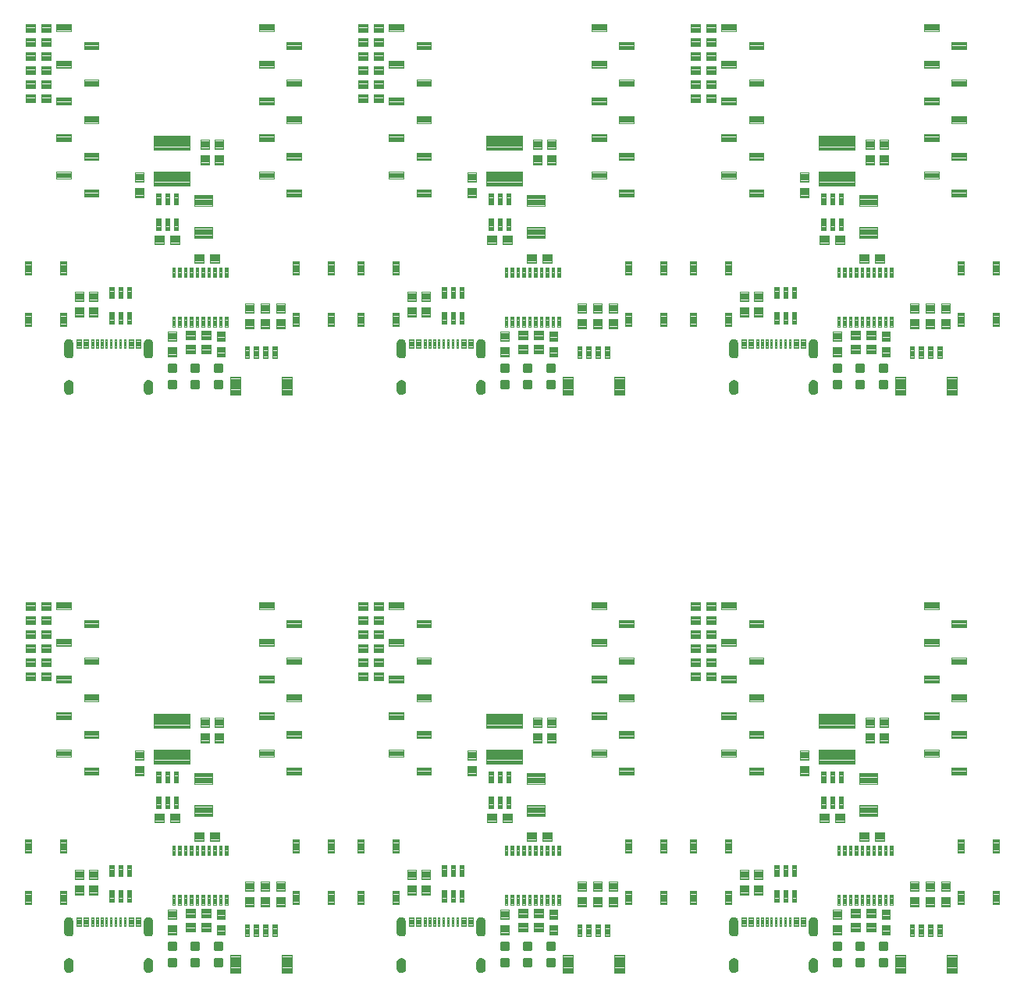
<source format=gtp>
G04 EAGLE Gerber RS-274X export*
G75*
%MOMM*%
%FSLAX34Y34*%
%LPD*%
%INSolderpaste Top*%
%IPPOS*%
%AMOC8*
5,1,8,0,0,1.08239X$1,22.5*%
G01*
%ADD10C,0.096000*%
%ADD11C,0.102000*%
%ADD12C,0.100000*%
%ADD13C,0.099059*%
%ADD14C,0.300000*%
%ADD15C,0.099000*%
%ADD16C,0.101600*%
%ADD17C,0.102869*%

G36*
X505280Y671331D02*
X505280Y671331D01*
X505281Y671331D01*
X506349Y671350D01*
X506356Y671355D01*
X506360Y671351D01*
X507397Y671607D01*
X507402Y671614D01*
X507408Y671611D01*
X508362Y672092D01*
X508366Y672099D01*
X508371Y672098D01*
X509195Y672779D01*
X509196Y672787D01*
X509202Y672787D01*
X509853Y673634D01*
X509853Y673642D01*
X509859Y673643D01*
X510306Y674614D01*
X510304Y674622D01*
X510309Y674624D01*
X510528Y675670D01*
X510525Y675677D01*
X510529Y675680D01*
X510529Y687680D01*
X510526Y687685D01*
X510529Y687688D01*
X510349Y688783D01*
X510343Y688789D01*
X510346Y688794D01*
X509927Y689822D01*
X509920Y689826D01*
X509922Y689831D01*
X509285Y690740D01*
X509277Y690743D01*
X509277Y690748D01*
X508454Y691492D01*
X508446Y691493D01*
X508445Y691499D01*
X507477Y692041D01*
X507468Y692040D01*
X507466Y692046D01*
X506402Y692359D01*
X506397Y692357D01*
X506393Y692357D01*
X506391Y692361D01*
X505283Y692429D01*
X505277Y692425D01*
X505273Y692429D01*
X504165Y692259D01*
X504159Y692253D01*
X504154Y692256D01*
X503112Y691844D01*
X503108Y691837D01*
X503103Y691839D01*
X502178Y691205D01*
X502176Y691197D01*
X502170Y691198D01*
X501410Y690375D01*
X501409Y690366D01*
X501403Y690366D01*
X500846Y689394D01*
X500847Y689386D01*
X500841Y689384D01*
X500514Y688312D01*
X500517Y688304D01*
X500512Y688301D01*
X500431Y687184D01*
X500432Y687181D01*
X500431Y687180D01*
X500431Y675180D01*
X500436Y675173D01*
X500432Y675169D01*
X500651Y674225D01*
X500657Y674219D01*
X500655Y674214D01*
X501079Y673342D01*
X501086Y673339D01*
X501084Y673333D01*
X501691Y672577D01*
X501699Y672575D01*
X501699Y672569D01*
X502459Y671968D01*
X502468Y671968D01*
X502469Y671962D01*
X503344Y671544D01*
X503352Y671546D01*
X503354Y671541D01*
X504300Y671329D01*
X504307Y671332D01*
X504311Y671327D01*
X505280Y671331D01*
G37*
G36*
X144600Y671331D02*
X144600Y671331D01*
X144601Y671331D01*
X145669Y671350D01*
X145676Y671355D01*
X145680Y671351D01*
X146717Y671607D01*
X146722Y671614D01*
X146728Y671611D01*
X147682Y672092D01*
X147686Y672099D01*
X147691Y672098D01*
X148515Y672779D01*
X148516Y672787D01*
X148522Y672787D01*
X149173Y673634D01*
X149173Y673642D01*
X149179Y673643D01*
X149626Y674614D01*
X149624Y674622D01*
X149629Y674624D01*
X149848Y675670D01*
X149845Y675677D01*
X149849Y675680D01*
X149849Y687680D01*
X149846Y687685D01*
X149849Y687688D01*
X149669Y688783D01*
X149663Y688789D01*
X149666Y688794D01*
X149247Y689822D01*
X149240Y689826D01*
X149242Y689831D01*
X148605Y690740D01*
X148597Y690743D01*
X148597Y690748D01*
X147774Y691492D01*
X147766Y691493D01*
X147765Y691499D01*
X146797Y692041D01*
X146788Y692040D01*
X146786Y692046D01*
X145722Y692359D01*
X145717Y692357D01*
X145713Y692357D01*
X145711Y692361D01*
X144603Y692429D01*
X144597Y692425D01*
X144593Y692429D01*
X143485Y692259D01*
X143479Y692253D01*
X143474Y692256D01*
X142432Y691844D01*
X142428Y691837D01*
X142423Y691839D01*
X141498Y691205D01*
X141496Y691197D01*
X141490Y691198D01*
X140730Y690375D01*
X140729Y690366D01*
X140723Y690366D01*
X140166Y689394D01*
X140167Y689386D01*
X140161Y689384D01*
X139834Y688312D01*
X139837Y688304D01*
X139832Y688301D01*
X139751Y687184D01*
X139752Y687181D01*
X139751Y687180D01*
X139751Y675180D01*
X139756Y675173D01*
X139752Y675169D01*
X139971Y674225D01*
X139977Y674219D01*
X139975Y674214D01*
X140399Y673342D01*
X140406Y673339D01*
X140404Y673333D01*
X141011Y672577D01*
X141019Y672575D01*
X141019Y672569D01*
X141779Y671968D01*
X141788Y671968D01*
X141789Y671962D01*
X142664Y671544D01*
X142672Y671546D01*
X142674Y671541D01*
X143620Y671329D01*
X143627Y671332D01*
X143631Y671327D01*
X144600Y671331D01*
G37*
G36*
X865960Y671331D02*
X865960Y671331D01*
X865961Y671331D01*
X867029Y671350D01*
X867036Y671355D01*
X867040Y671351D01*
X868077Y671607D01*
X868082Y671614D01*
X868088Y671611D01*
X869042Y672092D01*
X869046Y672099D01*
X869051Y672098D01*
X869875Y672779D01*
X869876Y672787D01*
X869882Y672787D01*
X870533Y673634D01*
X870533Y673642D01*
X870539Y673643D01*
X870986Y674614D01*
X870984Y674622D01*
X870989Y674624D01*
X871208Y675670D01*
X871205Y675677D01*
X871209Y675680D01*
X871209Y687680D01*
X871206Y687685D01*
X871209Y687688D01*
X871029Y688783D01*
X871023Y688789D01*
X871026Y688794D01*
X870607Y689822D01*
X870600Y689826D01*
X870602Y689831D01*
X869965Y690740D01*
X869957Y690743D01*
X869957Y690748D01*
X869134Y691492D01*
X869126Y691493D01*
X869125Y691499D01*
X868157Y692041D01*
X868148Y692040D01*
X868146Y692046D01*
X867082Y692359D01*
X867077Y692357D01*
X867073Y692357D01*
X867071Y692361D01*
X865963Y692429D01*
X865957Y692425D01*
X865953Y692429D01*
X864845Y692259D01*
X864839Y692253D01*
X864834Y692256D01*
X863792Y691844D01*
X863788Y691837D01*
X863783Y691839D01*
X862858Y691205D01*
X862856Y691197D01*
X862850Y691198D01*
X862090Y690375D01*
X862089Y690366D01*
X862083Y690366D01*
X861526Y689394D01*
X861527Y689386D01*
X861521Y689384D01*
X861194Y688312D01*
X861197Y688304D01*
X861192Y688301D01*
X861111Y687184D01*
X861112Y687181D01*
X861111Y687180D01*
X861111Y675180D01*
X861116Y675173D01*
X861112Y675169D01*
X861331Y674225D01*
X861337Y674219D01*
X861335Y674214D01*
X861759Y673342D01*
X861766Y673339D01*
X861764Y673333D01*
X862371Y672577D01*
X862379Y672575D01*
X862379Y672569D01*
X863139Y671968D01*
X863148Y671968D01*
X863149Y671962D01*
X864024Y671544D01*
X864032Y671546D01*
X864034Y671541D01*
X864980Y671329D01*
X864987Y671332D01*
X864991Y671327D01*
X865960Y671331D01*
G37*
G36*
X505280Y43951D02*
X505280Y43951D01*
X505281Y43951D01*
X506349Y43970D01*
X506356Y43975D01*
X506360Y43971D01*
X507397Y44227D01*
X507402Y44234D01*
X507408Y44231D01*
X508362Y44712D01*
X508366Y44719D01*
X508371Y44718D01*
X509195Y45399D01*
X509196Y45407D01*
X509202Y45407D01*
X509853Y46254D01*
X509853Y46262D01*
X509859Y46263D01*
X510306Y47234D01*
X510304Y47242D01*
X510309Y47244D01*
X510528Y48290D01*
X510525Y48297D01*
X510529Y48300D01*
X510529Y60300D01*
X510526Y60305D01*
X510529Y60308D01*
X510349Y61403D01*
X510343Y61409D01*
X510346Y61414D01*
X509927Y62442D01*
X509920Y62446D01*
X509922Y62451D01*
X509285Y63360D01*
X509277Y63363D01*
X509277Y63368D01*
X508454Y64112D01*
X508446Y64113D01*
X508445Y64119D01*
X507477Y64661D01*
X507468Y64660D01*
X507466Y64666D01*
X506402Y64979D01*
X506397Y64977D01*
X506393Y64977D01*
X506391Y64981D01*
X505283Y65049D01*
X505277Y65045D01*
X505273Y65049D01*
X504165Y64879D01*
X504159Y64873D01*
X504154Y64876D01*
X503112Y64464D01*
X503108Y64457D01*
X503103Y64459D01*
X502178Y63825D01*
X502176Y63817D01*
X502170Y63818D01*
X501410Y62995D01*
X501409Y62986D01*
X501403Y62986D01*
X500846Y62014D01*
X500847Y62006D01*
X500841Y62004D01*
X500514Y60932D01*
X500517Y60924D01*
X500512Y60921D01*
X500431Y59804D01*
X500432Y59801D01*
X500431Y59800D01*
X500431Y47800D01*
X500436Y47793D01*
X500432Y47789D01*
X500651Y46845D01*
X500657Y46839D01*
X500655Y46834D01*
X501079Y45962D01*
X501086Y45959D01*
X501084Y45953D01*
X501691Y45197D01*
X501699Y45195D01*
X501699Y45189D01*
X502459Y44588D01*
X502468Y44588D01*
X502469Y44582D01*
X503344Y44164D01*
X503352Y44166D01*
X503354Y44161D01*
X504300Y43949D01*
X504307Y43952D01*
X504311Y43947D01*
X505280Y43951D01*
G37*
G36*
X144600Y43951D02*
X144600Y43951D01*
X144601Y43951D01*
X145669Y43970D01*
X145676Y43975D01*
X145680Y43971D01*
X146717Y44227D01*
X146722Y44234D01*
X146728Y44231D01*
X147682Y44712D01*
X147686Y44719D01*
X147691Y44718D01*
X148515Y45399D01*
X148516Y45407D01*
X148522Y45407D01*
X149173Y46254D01*
X149173Y46262D01*
X149179Y46263D01*
X149626Y47234D01*
X149624Y47242D01*
X149629Y47244D01*
X149848Y48290D01*
X149845Y48297D01*
X149849Y48300D01*
X149849Y60300D01*
X149846Y60305D01*
X149849Y60308D01*
X149669Y61403D01*
X149663Y61409D01*
X149666Y61414D01*
X149247Y62442D01*
X149240Y62446D01*
X149242Y62451D01*
X148605Y63360D01*
X148597Y63363D01*
X148597Y63368D01*
X147774Y64112D01*
X147766Y64113D01*
X147765Y64119D01*
X146797Y64661D01*
X146788Y64660D01*
X146786Y64666D01*
X145722Y64979D01*
X145717Y64977D01*
X145713Y64977D01*
X145711Y64981D01*
X144603Y65049D01*
X144597Y65045D01*
X144593Y65049D01*
X143485Y64879D01*
X143479Y64873D01*
X143474Y64876D01*
X142432Y64464D01*
X142428Y64457D01*
X142423Y64459D01*
X141498Y63825D01*
X141496Y63817D01*
X141490Y63818D01*
X140730Y62995D01*
X140729Y62986D01*
X140723Y62986D01*
X140166Y62014D01*
X140167Y62006D01*
X140161Y62004D01*
X139834Y60932D01*
X139837Y60924D01*
X139832Y60921D01*
X139751Y59804D01*
X139752Y59801D01*
X139751Y59800D01*
X139751Y47800D01*
X139756Y47793D01*
X139752Y47789D01*
X139971Y46845D01*
X139977Y46839D01*
X139975Y46834D01*
X140399Y45962D01*
X140406Y45959D01*
X140404Y45953D01*
X141011Y45197D01*
X141019Y45195D01*
X141019Y45189D01*
X141779Y44588D01*
X141788Y44588D01*
X141789Y44582D01*
X142664Y44164D01*
X142672Y44166D01*
X142674Y44161D01*
X143620Y43949D01*
X143627Y43952D01*
X143631Y43947D01*
X144600Y43951D01*
G37*
G36*
X865960Y43951D02*
X865960Y43951D01*
X865961Y43951D01*
X867029Y43970D01*
X867036Y43975D01*
X867040Y43971D01*
X868077Y44227D01*
X868082Y44234D01*
X868088Y44231D01*
X869042Y44712D01*
X869046Y44719D01*
X869051Y44718D01*
X869875Y45399D01*
X869876Y45407D01*
X869882Y45407D01*
X870533Y46254D01*
X870533Y46262D01*
X870539Y46263D01*
X870986Y47234D01*
X870984Y47242D01*
X870989Y47244D01*
X871208Y48290D01*
X871205Y48297D01*
X871209Y48300D01*
X871209Y60300D01*
X871206Y60305D01*
X871209Y60308D01*
X871029Y61403D01*
X871023Y61409D01*
X871026Y61414D01*
X870607Y62442D01*
X870600Y62446D01*
X870602Y62451D01*
X869965Y63360D01*
X869957Y63363D01*
X869957Y63368D01*
X869134Y64112D01*
X869126Y64113D01*
X869125Y64119D01*
X868157Y64661D01*
X868148Y64660D01*
X868146Y64666D01*
X867082Y64979D01*
X867077Y64977D01*
X867073Y64977D01*
X867071Y64981D01*
X865963Y65049D01*
X865957Y65045D01*
X865953Y65049D01*
X864845Y64879D01*
X864839Y64873D01*
X864834Y64876D01*
X863792Y64464D01*
X863788Y64457D01*
X863783Y64459D01*
X862858Y63825D01*
X862856Y63817D01*
X862850Y63818D01*
X862090Y62995D01*
X862089Y62986D01*
X862083Y62986D01*
X861526Y62014D01*
X861527Y62006D01*
X861521Y62004D01*
X861194Y60932D01*
X861197Y60924D01*
X861192Y60921D01*
X861111Y59804D01*
X861112Y59801D01*
X861111Y59800D01*
X861111Y47800D01*
X861116Y47793D01*
X861112Y47789D01*
X861331Y46845D01*
X861337Y46839D01*
X861335Y46834D01*
X861759Y45962D01*
X861766Y45959D01*
X861764Y45953D01*
X862371Y45197D01*
X862379Y45195D01*
X862379Y45189D01*
X863139Y44588D01*
X863148Y44588D01*
X863149Y44582D01*
X864024Y44164D01*
X864032Y44166D01*
X864034Y44161D01*
X864980Y43949D01*
X864987Y43952D01*
X864991Y43947D01*
X865960Y43951D01*
G37*
G36*
X59181Y671340D02*
X59181Y671340D01*
X59188Y671345D01*
X59192Y671341D01*
X60244Y671591D01*
X60249Y671597D01*
X60254Y671594D01*
X61224Y672071D01*
X61227Y672079D01*
X61233Y672077D01*
X62072Y672758D01*
X62074Y672766D01*
X62080Y672766D01*
X62746Y673617D01*
X62747Y673625D01*
X62752Y673626D01*
X63213Y674603D01*
X63211Y674611D01*
X63217Y674614D01*
X63448Y675669D01*
X63445Y675677D01*
X63449Y675680D01*
X63449Y687680D01*
X63445Y687685D01*
X63449Y687688D01*
X63256Y688794D01*
X63250Y688799D01*
X63253Y688804D01*
X62820Y689839D01*
X62813Y689843D01*
X62815Y689848D01*
X62162Y690761D01*
X62154Y690763D01*
X62155Y690769D01*
X61316Y691513D01*
X61307Y691514D01*
X61307Y691519D01*
X60323Y692058D01*
X60315Y692057D01*
X60313Y692062D01*
X59234Y692369D01*
X59226Y692366D01*
X59223Y692371D01*
X58103Y692429D01*
X58098Y692426D01*
X58095Y692429D01*
X57049Y692311D01*
X57043Y692305D01*
X57038Y692309D01*
X56044Y691961D01*
X56040Y691954D01*
X56035Y691956D01*
X55143Y691396D01*
X55141Y691389D01*
X55135Y691389D01*
X54391Y690645D01*
X54389Y690637D01*
X54384Y690637D01*
X53824Y689745D01*
X53824Y689737D01*
X53819Y689736D01*
X53471Y688742D01*
X53474Y688734D01*
X53469Y688731D01*
X53351Y687686D01*
X53353Y687682D01*
X53351Y687680D01*
X53351Y675680D01*
X53354Y675675D01*
X53351Y675672D01*
X53509Y674676D01*
X53515Y674670D01*
X53512Y674665D01*
X53887Y673729D01*
X53894Y673725D01*
X53892Y673719D01*
X54466Y672890D01*
X54474Y672887D01*
X54473Y672882D01*
X55217Y672201D01*
X55226Y672200D01*
X55226Y672194D01*
X56103Y671696D01*
X56112Y671697D01*
X56114Y671692D01*
X57079Y671401D01*
X57087Y671404D01*
X57090Y671399D01*
X58097Y671331D01*
X58099Y671332D01*
X58100Y671331D01*
X59181Y671340D01*
G37*
G36*
X780541Y671340D02*
X780541Y671340D01*
X780548Y671345D01*
X780552Y671341D01*
X781604Y671591D01*
X781609Y671597D01*
X781614Y671594D01*
X782584Y672071D01*
X782587Y672079D01*
X782593Y672077D01*
X783432Y672758D01*
X783434Y672766D01*
X783440Y672766D01*
X784106Y673617D01*
X784107Y673625D01*
X784112Y673626D01*
X784573Y674603D01*
X784571Y674611D01*
X784577Y674614D01*
X784808Y675669D01*
X784805Y675677D01*
X784809Y675680D01*
X784809Y687680D01*
X784805Y687685D01*
X784809Y687688D01*
X784616Y688794D01*
X784610Y688799D01*
X784613Y688804D01*
X784180Y689839D01*
X784173Y689843D01*
X784175Y689848D01*
X783522Y690761D01*
X783514Y690763D01*
X783515Y690769D01*
X782676Y691513D01*
X782667Y691514D01*
X782667Y691519D01*
X781683Y692058D01*
X781675Y692057D01*
X781673Y692062D01*
X780594Y692369D01*
X780586Y692366D01*
X780583Y692371D01*
X779463Y692429D01*
X779458Y692426D01*
X779455Y692429D01*
X778409Y692311D01*
X778403Y692305D01*
X778398Y692309D01*
X777404Y691961D01*
X777400Y691954D01*
X777395Y691956D01*
X776503Y691396D01*
X776501Y691389D01*
X776495Y691389D01*
X775751Y690645D01*
X775749Y690637D01*
X775744Y690637D01*
X775184Y689745D01*
X775184Y689737D01*
X775179Y689736D01*
X774831Y688742D01*
X774834Y688734D01*
X774829Y688731D01*
X774711Y687686D01*
X774713Y687682D01*
X774711Y687680D01*
X774711Y675680D01*
X774714Y675675D01*
X774711Y675672D01*
X774869Y674676D01*
X774875Y674670D01*
X774872Y674665D01*
X775247Y673729D01*
X775254Y673725D01*
X775252Y673719D01*
X775826Y672890D01*
X775834Y672887D01*
X775833Y672882D01*
X776577Y672201D01*
X776586Y672200D01*
X776586Y672194D01*
X777463Y671696D01*
X777472Y671697D01*
X777474Y671692D01*
X778439Y671401D01*
X778447Y671404D01*
X778450Y671399D01*
X779457Y671331D01*
X779459Y671332D01*
X779460Y671331D01*
X780541Y671340D01*
G37*
G36*
X419861Y671340D02*
X419861Y671340D01*
X419868Y671345D01*
X419872Y671341D01*
X420924Y671591D01*
X420929Y671597D01*
X420934Y671594D01*
X421904Y672071D01*
X421907Y672079D01*
X421913Y672077D01*
X422752Y672758D01*
X422754Y672766D01*
X422760Y672766D01*
X423426Y673617D01*
X423427Y673625D01*
X423432Y673626D01*
X423893Y674603D01*
X423891Y674611D01*
X423897Y674614D01*
X424128Y675669D01*
X424125Y675677D01*
X424129Y675680D01*
X424129Y687680D01*
X424125Y687685D01*
X424129Y687688D01*
X423936Y688794D01*
X423930Y688799D01*
X423933Y688804D01*
X423500Y689839D01*
X423493Y689843D01*
X423495Y689848D01*
X422842Y690761D01*
X422834Y690763D01*
X422835Y690769D01*
X421996Y691513D01*
X421987Y691514D01*
X421987Y691519D01*
X421003Y692058D01*
X420995Y692057D01*
X420993Y692062D01*
X419914Y692369D01*
X419906Y692366D01*
X419903Y692371D01*
X418783Y692429D01*
X418778Y692426D01*
X418775Y692429D01*
X417729Y692311D01*
X417723Y692305D01*
X417718Y692309D01*
X416724Y691961D01*
X416720Y691954D01*
X416715Y691956D01*
X415823Y691396D01*
X415821Y691389D01*
X415815Y691389D01*
X415071Y690645D01*
X415069Y690637D01*
X415064Y690637D01*
X414504Y689745D01*
X414504Y689737D01*
X414499Y689736D01*
X414151Y688742D01*
X414154Y688734D01*
X414149Y688731D01*
X414031Y687686D01*
X414033Y687682D01*
X414031Y687680D01*
X414031Y675680D01*
X414034Y675675D01*
X414031Y675672D01*
X414189Y674676D01*
X414195Y674670D01*
X414192Y674665D01*
X414567Y673729D01*
X414574Y673725D01*
X414572Y673719D01*
X415146Y672890D01*
X415154Y672887D01*
X415153Y672882D01*
X415897Y672201D01*
X415906Y672200D01*
X415906Y672194D01*
X416783Y671696D01*
X416792Y671697D01*
X416794Y671692D01*
X417759Y671401D01*
X417767Y671404D01*
X417770Y671399D01*
X418777Y671331D01*
X418779Y671332D01*
X418780Y671331D01*
X419861Y671340D01*
G37*
G36*
X59181Y43960D02*
X59181Y43960D01*
X59188Y43965D01*
X59192Y43961D01*
X60244Y44211D01*
X60249Y44217D01*
X60254Y44214D01*
X61224Y44691D01*
X61227Y44699D01*
X61233Y44697D01*
X62072Y45378D01*
X62074Y45386D01*
X62080Y45386D01*
X62746Y46237D01*
X62747Y46245D01*
X62752Y46246D01*
X63213Y47223D01*
X63211Y47231D01*
X63217Y47234D01*
X63448Y48289D01*
X63445Y48297D01*
X63449Y48300D01*
X63449Y60300D01*
X63445Y60305D01*
X63449Y60308D01*
X63256Y61414D01*
X63250Y61419D01*
X63253Y61424D01*
X62820Y62459D01*
X62813Y62463D01*
X62815Y62468D01*
X62162Y63381D01*
X62154Y63383D01*
X62155Y63389D01*
X61316Y64133D01*
X61307Y64134D01*
X61307Y64139D01*
X60323Y64678D01*
X60315Y64677D01*
X60313Y64682D01*
X59234Y64989D01*
X59226Y64986D01*
X59223Y64991D01*
X58103Y65049D01*
X58098Y65046D01*
X58095Y65049D01*
X57049Y64931D01*
X57043Y64925D01*
X57038Y64929D01*
X56044Y64581D01*
X56040Y64574D01*
X56035Y64576D01*
X55143Y64016D01*
X55141Y64009D01*
X55135Y64009D01*
X54391Y63265D01*
X54389Y63257D01*
X54384Y63257D01*
X53824Y62365D01*
X53824Y62357D01*
X53819Y62356D01*
X53471Y61362D01*
X53474Y61354D01*
X53469Y61351D01*
X53351Y60306D01*
X53353Y60302D01*
X53351Y60300D01*
X53351Y48300D01*
X53354Y48295D01*
X53351Y48292D01*
X53509Y47296D01*
X53515Y47290D01*
X53512Y47285D01*
X53887Y46349D01*
X53894Y46345D01*
X53892Y46339D01*
X54466Y45510D01*
X54474Y45507D01*
X54473Y45502D01*
X55217Y44821D01*
X55226Y44820D01*
X55226Y44814D01*
X56103Y44316D01*
X56112Y44317D01*
X56114Y44312D01*
X57079Y44021D01*
X57087Y44024D01*
X57090Y44019D01*
X58097Y43951D01*
X58099Y43952D01*
X58100Y43951D01*
X59181Y43960D01*
G37*
G36*
X419861Y43960D02*
X419861Y43960D01*
X419868Y43965D01*
X419872Y43961D01*
X420924Y44211D01*
X420929Y44217D01*
X420934Y44214D01*
X421904Y44691D01*
X421907Y44699D01*
X421913Y44697D01*
X422752Y45378D01*
X422754Y45386D01*
X422760Y45386D01*
X423426Y46237D01*
X423427Y46245D01*
X423432Y46246D01*
X423893Y47223D01*
X423891Y47231D01*
X423897Y47234D01*
X424128Y48289D01*
X424125Y48297D01*
X424129Y48300D01*
X424129Y60300D01*
X424125Y60305D01*
X424129Y60308D01*
X423936Y61414D01*
X423930Y61419D01*
X423933Y61424D01*
X423500Y62459D01*
X423493Y62463D01*
X423495Y62468D01*
X422842Y63381D01*
X422834Y63383D01*
X422835Y63389D01*
X421996Y64133D01*
X421987Y64134D01*
X421987Y64139D01*
X421003Y64678D01*
X420995Y64677D01*
X420993Y64682D01*
X419914Y64989D01*
X419906Y64986D01*
X419903Y64991D01*
X418783Y65049D01*
X418778Y65046D01*
X418775Y65049D01*
X417729Y64931D01*
X417723Y64925D01*
X417718Y64929D01*
X416724Y64581D01*
X416720Y64574D01*
X416715Y64576D01*
X415823Y64016D01*
X415821Y64009D01*
X415815Y64009D01*
X415071Y63265D01*
X415069Y63257D01*
X415064Y63257D01*
X414504Y62365D01*
X414504Y62357D01*
X414499Y62356D01*
X414151Y61362D01*
X414154Y61354D01*
X414149Y61351D01*
X414031Y60306D01*
X414033Y60302D01*
X414031Y60300D01*
X414031Y48300D01*
X414034Y48295D01*
X414031Y48292D01*
X414189Y47296D01*
X414195Y47290D01*
X414192Y47285D01*
X414567Y46349D01*
X414574Y46345D01*
X414572Y46339D01*
X415146Y45510D01*
X415154Y45507D01*
X415153Y45502D01*
X415897Y44821D01*
X415906Y44820D01*
X415906Y44814D01*
X416783Y44316D01*
X416792Y44317D01*
X416794Y44312D01*
X417759Y44021D01*
X417767Y44024D01*
X417770Y44019D01*
X418777Y43951D01*
X418779Y43952D01*
X418780Y43951D01*
X419861Y43960D01*
G37*
G36*
X780541Y43960D02*
X780541Y43960D01*
X780548Y43965D01*
X780552Y43961D01*
X781604Y44211D01*
X781609Y44217D01*
X781614Y44214D01*
X782584Y44691D01*
X782587Y44699D01*
X782593Y44697D01*
X783432Y45378D01*
X783434Y45386D01*
X783440Y45386D01*
X784106Y46237D01*
X784107Y46245D01*
X784112Y46246D01*
X784573Y47223D01*
X784571Y47231D01*
X784577Y47234D01*
X784808Y48289D01*
X784805Y48297D01*
X784809Y48300D01*
X784809Y60300D01*
X784805Y60305D01*
X784809Y60308D01*
X784616Y61414D01*
X784610Y61419D01*
X784613Y61424D01*
X784180Y62459D01*
X784173Y62463D01*
X784175Y62468D01*
X783522Y63381D01*
X783514Y63383D01*
X783515Y63389D01*
X782676Y64133D01*
X782667Y64134D01*
X782667Y64139D01*
X781683Y64678D01*
X781675Y64677D01*
X781673Y64682D01*
X780594Y64989D01*
X780586Y64986D01*
X780583Y64991D01*
X779463Y65049D01*
X779458Y65046D01*
X779455Y65049D01*
X778409Y64931D01*
X778403Y64925D01*
X778398Y64929D01*
X777404Y64581D01*
X777400Y64574D01*
X777395Y64576D01*
X776503Y64016D01*
X776501Y64009D01*
X776495Y64009D01*
X775751Y63265D01*
X775749Y63257D01*
X775744Y63257D01*
X775184Y62365D01*
X775184Y62357D01*
X775179Y62356D01*
X774831Y61362D01*
X774834Y61354D01*
X774829Y61351D01*
X774711Y60306D01*
X774713Y60302D01*
X774711Y60300D01*
X774711Y48300D01*
X774714Y48295D01*
X774711Y48292D01*
X774869Y47296D01*
X774875Y47290D01*
X774872Y47285D01*
X775247Y46349D01*
X775254Y46345D01*
X775252Y46339D01*
X775826Y45510D01*
X775834Y45507D01*
X775833Y45502D01*
X776577Y44821D01*
X776586Y44820D01*
X776586Y44814D01*
X777463Y44316D01*
X777472Y44317D01*
X777474Y44312D01*
X778439Y44021D01*
X778447Y44024D01*
X778450Y44019D01*
X779457Y43951D01*
X779459Y43952D01*
X779460Y43951D01*
X780541Y43960D01*
G37*
G36*
X505784Y631835D02*
X505784Y631835D01*
X505787Y631831D01*
X506863Y631986D01*
X506868Y631992D01*
X506873Y631989D01*
X507887Y632379D01*
X507891Y632386D01*
X507897Y632385D01*
X508799Y632991D01*
X508801Y632999D01*
X508807Y632998D01*
X509551Y633790D01*
X509552Y633798D01*
X509558Y633798D01*
X510107Y634736D01*
X510106Y634744D01*
X510112Y634746D01*
X510439Y635782D01*
X510436Y635790D01*
X510441Y635793D01*
X510529Y636876D01*
X510527Y636879D01*
X510529Y636880D01*
X510529Y642880D01*
X510526Y642884D01*
X510529Y642886D01*
X510379Y644019D01*
X510373Y644025D01*
X510376Y644030D01*
X509978Y645100D01*
X509971Y645104D01*
X509973Y645110D01*
X509346Y646065D01*
X509338Y646068D01*
X509339Y646073D01*
X508516Y646865D01*
X508508Y646866D01*
X508507Y646872D01*
X507528Y647461D01*
X507520Y647460D01*
X507518Y647465D01*
X506433Y647821D01*
X506425Y647819D01*
X506422Y647823D01*
X505285Y647929D01*
X505276Y647924D01*
X505271Y647928D01*
X504134Y647721D01*
X504128Y647715D01*
X504123Y647718D01*
X503061Y647263D01*
X503057Y647256D01*
X503051Y647258D01*
X502116Y646578D01*
X502114Y646570D01*
X502108Y646571D01*
X501348Y645700D01*
X501348Y645692D01*
X501342Y645691D01*
X500795Y644672D01*
X500796Y644664D01*
X500791Y644662D01*
X500787Y644649D01*
X500774Y644600D01*
X500773Y644600D01*
X500774Y644600D01*
X500760Y644551D01*
X500746Y644501D01*
X500733Y644452D01*
X500719Y644403D01*
X500706Y644354D01*
X500692Y644304D01*
X500679Y644255D01*
X500665Y644206D01*
X500651Y644157D01*
X500638Y644107D01*
X500624Y644058D01*
X500611Y644009D01*
X500597Y643960D01*
X500584Y643910D01*
X500570Y643861D01*
X500557Y643812D01*
X500556Y643812D01*
X500543Y643763D01*
X500529Y643713D01*
X500484Y643548D01*
X500487Y643540D01*
X500482Y643537D01*
X500431Y642382D01*
X500432Y642381D01*
X500431Y642380D01*
X500431Y636380D01*
X500435Y636374D01*
X500432Y636371D01*
X500644Y635290D01*
X500650Y635285D01*
X500647Y635280D01*
X501094Y634274D01*
X501101Y634270D01*
X501099Y634264D01*
X501759Y633383D01*
X501767Y633380D01*
X501767Y633375D01*
X502606Y632662D01*
X502614Y632662D01*
X502615Y632656D01*
X503592Y632148D01*
X503600Y632149D01*
X503602Y632144D01*
X504667Y631866D01*
X504675Y631869D01*
X504678Y631865D01*
X505779Y631831D01*
X505784Y631835D01*
G37*
G36*
X866464Y631835D02*
X866464Y631835D01*
X866467Y631831D01*
X867543Y631986D01*
X867548Y631992D01*
X867553Y631989D01*
X868567Y632379D01*
X868571Y632386D01*
X868577Y632385D01*
X869479Y632991D01*
X869481Y632999D01*
X869487Y632998D01*
X870231Y633790D01*
X870232Y633798D01*
X870238Y633798D01*
X870787Y634736D01*
X870786Y634744D01*
X870792Y634746D01*
X871119Y635782D01*
X871116Y635790D01*
X871121Y635793D01*
X871209Y636876D01*
X871207Y636879D01*
X871209Y636880D01*
X871209Y642880D01*
X871206Y642884D01*
X871209Y642886D01*
X871059Y644019D01*
X871053Y644025D01*
X871056Y644030D01*
X870658Y645100D01*
X870651Y645104D01*
X870653Y645110D01*
X870026Y646065D01*
X870018Y646068D01*
X870019Y646073D01*
X869196Y646865D01*
X869188Y646866D01*
X869187Y646872D01*
X868208Y647461D01*
X868200Y647460D01*
X868198Y647465D01*
X867113Y647821D01*
X867105Y647819D01*
X867102Y647823D01*
X865965Y647929D01*
X865956Y647924D01*
X865951Y647928D01*
X864814Y647721D01*
X864808Y647715D01*
X864803Y647718D01*
X863741Y647263D01*
X863737Y647256D01*
X863731Y647258D01*
X862796Y646578D01*
X862794Y646570D01*
X862788Y646571D01*
X862028Y645700D01*
X862028Y645692D01*
X862022Y645691D01*
X861475Y644672D01*
X861476Y644664D01*
X861471Y644662D01*
X861467Y644649D01*
X861454Y644600D01*
X861453Y644600D01*
X861454Y644600D01*
X861440Y644551D01*
X861426Y644501D01*
X861413Y644452D01*
X861399Y644403D01*
X861386Y644354D01*
X861372Y644304D01*
X861359Y644255D01*
X861345Y644206D01*
X861331Y644157D01*
X861318Y644107D01*
X861304Y644058D01*
X861291Y644009D01*
X861277Y643960D01*
X861264Y643910D01*
X861250Y643861D01*
X861237Y643812D01*
X861236Y643812D01*
X861223Y643763D01*
X861209Y643713D01*
X861164Y643548D01*
X861167Y643540D01*
X861162Y643537D01*
X861111Y642382D01*
X861112Y642381D01*
X861111Y642380D01*
X861111Y636380D01*
X861115Y636374D01*
X861112Y636371D01*
X861324Y635290D01*
X861330Y635285D01*
X861327Y635280D01*
X861774Y634274D01*
X861781Y634270D01*
X861779Y634264D01*
X862439Y633383D01*
X862447Y633380D01*
X862447Y633375D01*
X863286Y632662D01*
X863294Y632662D01*
X863295Y632656D01*
X864272Y632148D01*
X864280Y632149D01*
X864282Y632144D01*
X865347Y631866D01*
X865355Y631869D01*
X865358Y631865D01*
X866459Y631831D01*
X866464Y631835D01*
G37*
G36*
X145104Y631835D02*
X145104Y631835D01*
X145107Y631831D01*
X146183Y631986D01*
X146188Y631992D01*
X146193Y631989D01*
X147207Y632379D01*
X147211Y632386D01*
X147217Y632385D01*
X148119Y632991D01*
X148121Y632999D01*
X148127Y632998D01*
X148871Y633790D01*
X148872Y633798D01*
X148878Y633798D01*
X149427Y634736D01*
X149426Y634744D01*
X149432Y634746D01*
X149759Y635782D01*
X149756Y635790D01*
X149761Y635793D01*
X149849Y636876D01*
X149847Y636879D01*
X149849Y636880D01*
X149849Y642880D01*
X149846Y642884D01*
X149849Y642886D01*
X149699Y644019D01*
X149693Y644025D01*
X149696Y644030D01*
X149298Y645100D01*
X149291Y645104D01*
X149293Y645110D01*
X148666Y646065D01*
X148658Y646068D01*
X148659Y646073D01*
X147836Y646865D01*
X147828Y646866D01*
X147827Y646872D01*
X146848Y647461D01*
X146840Y647460D01*
X146838Y647465D01*
X145753Y647821D01*
X145745Y647819D01*
X145742Y647823D01*
X144605Y647929D01*
X144596Y647924D01*
X144591Y647928D01*
X143454Y647721D01*
X143448Y647715D01*
X143443Y647718D01*
X142381Y647263D01*
X142377Y647256D01*
X142371Y647258D01*
X141436Y646578D01*
X141434Y646570D01*
X141428Y646571D01*
X140668Y645700D01*
X140668Y645692D01*
X140662Y645691D01*
X140115Y644672D01*
X140116Y644664D01*
X140111Y644662D01*
X140107Y644649D01*
X140094Y644600D01*
X140093Y644600D01*
X140094Y644600D01*
X140080Y644551D01*
X140066Y644501D01*
X140053Y644452D01*
X140039Y644403D01*
X140026Y644354D01*
X140012Y644304D01*
X139999Y644255D01*
X139985Y644206D01*
X139971Y644157D01*
X139958Y644107D01*
X139944Y644058D01*
X139931Y644009D01*
X139917Y643960D01*
X139904Y643910D01*
X139890Y643861D01*
X139877Y643812D01*
X139876Y643812D01*
X139863Y643763D01*
X139849Y643713D01*
X139804Y643548D01*
X139807Y643540D01*
X139802Y643537D01*
X139751Y642382D01*
X139752Y642381D01*
X139751Y642380D01*
X139751Y636380D01*
X139755Y636374D01*
X139752Y636371D01*
X139964Y635290D01*
X139970Y635285D01*
X139967Y635280D01*
X140414Y634274D01*
X140421Y634270D01*
X140419Y634264D01*
X141079Y633383D01*
X141087Y633380D01*
X141087Y633375D01*
X141926Y632662D01*
X141934Y632662D01*
X141935Y632656D01*
X142912Y632148D01*
X142920Y632149D01*
X142922Y632144D01*
X143987Y631866D01*
X143995Y631869D01*
X143998Y631865D01*
X145099Y631831D01*
X145104Y631835D01*
G37*
G36*
X145104Y4455D02*
X145104Y4455D01*
X145107Y4451D01*
X146183Y4606D01*
X146188Y4612D01*
X146193Y4609D01*
X147207Y4999D01*
X147211Y5006D01*
X147217Y5005D01*
X148119Y5611D01*
X148121Y5619D01*
X148127Y5618D01*
X148871Y6410D01*
X148872Y6418D01*
X148878Y6418D01*
X149427Y7356D01*
X149426Y7364D01*
X149432Y7366D01*
X149759Y8402D01*
X149756Y8410D01*
X149761Y8413D01*
X149849Y9496D01*
X149847Y9499D01*
X149849Y9500D01*
X149849Y15500D01*
X149846Y15504D01*
X149849Y15506D01*
X149699Y16639D01*
X149693Y16645D01*
X149696Y16650D01*
X149298Y17720D01*
X149291Y17724D01*
X149293Y17730D01*
X148666Y18685D01*
X148658Y18688D01*
X148659Y18693D01*
X147836Y19485D01*
X147828Y19486D01*
X147827Y19492D01*
X146848Y20081D01*
X146840Y20080D01*
X146838Y20085D01*
X145753Y20441D01*
X145745Y20439D01*
X145742Y20443D01*
X144605Y20549D01*
X144596Y20544D01*
X144591Y20548D01*
X143454Y20341D01*
X143448Y20335D01*
X143443Y20338D01*
X142381Y19883D01*
X142377Y19876D01*
X142371Y19878D01*
X141436Y19198D01*
X141434Y19190D01*
X141428Y19191D01*
X140668Y18320D01*
X140668Y18312D01*
X140662Y18311D01*
X140115Y17292D01*
X140116Y17284D01*
X140111Y17282D01*
X140107Y17269D01*
X140094Y17220D01*
X140093Y17220D01*
X140094Y17220D01*
X140080Y17171D01*
X140066Y17121D01*
X140053Y17072D01*
X140039Y17023D01*
X140026Y16974D01*
X140012Y16924D01*
X139999Y16875D01*
X139985Y16826D01*
X139971Y16777D01*
X139958Y16727D01*
X139944Y16678D01*
X139931Y16629D01*
X139917Y16580D01*
X139904Y16530D01*
X139890Y16481D01*
X139877Y16432D01*
X139876Y16432D01*
X139863Y16383D01*
X139849Y16333D01*
X139804Y16168D01*
X139807Y16160D01*
X139802Y16157D01*
X139751Y15002D01*
X139752Y15001D01*
X139751Y15000D01*
X139751Y9000D01*
X139755Y8994D01*
X139752Y8991D01*
X139964Y7910D01*
X139970Y7905D01*
X139967Y7900D01*
X140414Y6894D01*
X140421Y6890D01*
X140419Y6884D01*
X141079Y6003D01*
X141087Y6000D01*
X141087Y5995D01*
X141926Y5282D01*
X141934Y5282D01*
X141935Y5276D01*
X142912Y4768D01*
X142920Y4769D01*
X142922Y4764D01*
X143987Y4486D01*
X143995Y4489D01*
X143998Y4485D01*
X145099Y4451D01*
X145104Y4455D01*
G37*
G36*
X866464Y4455D02*
X866464Y4455D01*
X866467Y4451D01*
X867543Y4606D01*
X867548Y4612D01*
X867553Y4609D01*
X868567Y4999D01*
X868571Y5006D01*
X868577Y5005D01*
X869479Y5611D01*
X869481Y5619D01*
X869487Y5618D01*
X870231Y6410D01*
X870232Y6418D01*
X870238Y6418D01*
X870787Y7356D01*
X870786Y7364D01*
X870792Y7366D01*
X871119Y8402D01*
X871116Y8410D01*
X871121Y8413D01*
X871209Y9496D01*
X871207Y9499D01*
X871209Y9500D01*
X871209Y15500D01*
X871206Y15504D01*
X871209Y15506D01*
X871059Y16639D01*
X871053Y16645D01*
X871056Y16650D01*
X870658Y17720D01*
X870651Y17724D01*
X870653Y17730D01*
X870026Y18685D01*
X870018Y18688D01*
X870019Y18693D01*
X869196Y19485D01*
X869188Y19486D01*
X869187Y19492D01*
X868208Y20081D01*
X868200Y20080D01*
X868198Y20085D01*
X867113Y20441D01*
X867105Y20439D01*
X867102Y20443D01*
X865965Y20549D01*
X865956Y20544D01*
X865951Y20548D01*
X864814Y20341D01*
X864808Y20335D01*
X864803Y20338D01*
X863741Y19883D01*
X863737Y19876D01*
X863731Y19878D01*
X862796Y19198D01*
X862794Y19190D01*
X862788Y19191D01*
X862028Y18320D01*
X862028Y18312D01*
X862022Y18311D01*
X861475Y17292D01*
X861476Y17284D01*
X861471Y17282D01*
X861467Y17269D01*
X861454Y17220D01*
X861453Y17220D01*
X861454Y17220D01*
X861440Y17171D01*
X861426Y17121D01*
X861413Y17072D01*
X861399Y17023D01*
X861386Y16974D01*
X861372Y16924D01*
X861359Y16875D01*
X861345Y16826D01*
X861331Y16777D01*
X861318Y16727D01*
X861304Y16678D01*
X861291Y16629D01*
X861277Y16580D01*
X861264Y16530D01*
X861250Y16481D01*
X861237Y16432D01*
X861236Y16432D01*
X861223Y16383D01*
X861209Y16333D01*
X861164Y16168D01*
X861167Y16160D01*
X861162Y16157D01*
X861111Y15002D01*
X861112Y15001D01*
X861111Y15000D01*
X861111Y9000D01*
X861115Y8994D01*
X861112Y8991D01*
X861324Y7910D01*
X861330Y7905D01*
X861327Y7900D01*
X861774Y6894D01*
X861781Y6890D01*
X861779Y6884D01*
X862439Y6003D01*
X862447Y6000D01*
X862447Y5995D01*
X863286Y5282D01*
X863294Y5282D01*
X863295Y5276D01*
X864272Y4768D01*
X864280Y4769D01*
X864282Y4764D01*
X865347Y4486D01*
X865355Y4489D01*
X865358Y4485D01*
X866459Y4451D01*
X866464Y4455D01*
G37*
G36*
X505784Y4455D02*
X505784Y4455D01*
X505787Y4451D01*
X506863Y4606D01*
X506868Y4612D01*
X506873Y4609D01*
X507887Y4999D01*
X507891Y5006D01*
X507897Y5005D01*
X508799Y5611D01*
X508801Y5619D01*
X508807Y5618D01*
X509551Y6410D01*
X509552Y6418D01*
X509558Y6418D01*
X510107Y7356D01*
X510106Y7364D01*
X510112Y7366D01*
X510439Y8402D01*
X510436Y8410D01*
X510441Y8413D01*
X510529Y9496D01*
X510527Y9499D01*
X510529Y9500D01*
X510529Y15500D01*
X510526Y15504D01*
X510529Y15506D01*
X510379Y16639D01*
X510373Y16645D01*
X510376Y16650D01*
X509978Y17720D01*
X509971Y17724D01*
X509973Y17730D01*
X509346Y18685D01*
X509338Y18688D01*
X509339Y18693D01*
X508516Y19485D01*
X508508Y19486D01*
X508507Y19492D01*
X507528Y20081D01*
X507520Y20080D01*
X507518Y20085D01*
X506433Y20441D01*
X506425Y20439D01*
X506422Y20443D01*
X505285Y20549D01*
X505276Y20544D01*
X505271Y20548D01*
X504134Y20341D01*
X504128Y20335D01*
X504123Y20338D01*
X503061Y19883D01*
X503057Y19876D01*
X503051Y19878D01*
X502116Y19198D01*
X502114Y19190D01*
X502108Y19191D01*
X501348Y18320D01*
X501348Y18312D01*
X501342Y18311D01*
X500795Y17292D01*
X500796Y17284D01*
X500791Y17282D01*
X500787Y17269D01*
X500774Y17220D01*
X500773Y17220D01*
X500774Y17220D01*
X500760Y17171D01*
X500746Y17121D01*
X500733Y17072D01*
X500719Y17023D01*
X500706Y16974D01*
X500692Y16924D01*
X500679Y16875D01*
X500665Y16826D01*
X500651Y16777D01*
X500638Y16727D01*
X500624Y16678D01*
X500611Y16629D01*
X500597Y16580D01*
X500584Y16530D01*
X500570Y16481D01*
X500557Y16432D01*
X500556Y16432D01*
X500543Y16383D01*
X500529Y16333D01*
X500484Y16168D01*
X500487Y16160D01*
X500482Y16157D01*
X500431Y15002D01*
X500432Y15001D01*
X500431Y15000D01*
X500431Y9000D01*
X500435Y8994D01*
X500432Y8991D01*
X500644Y7910D01*
X500650Y7905D01*
X500647Y7900D01*
X501094Y6894D01*
X501101Y6890D01*
X501099Y6884D01*
X501759Y6003D01*
X501767Y6000D01*
X501767Y5995D01*
X502606Y5282D01*
X502614Y5282D01*
X502615Y5276D01*
X503592Y4768D01*
X503600Y4769D01*
X503602Y4764D01*
X504667Y4486D01*
X504675Y4489D01*
X504678Y4485D01*
X505779Y4451D01*
X505784Y4455D01*
G37*
G36*
X58602Y631835D02*
X58602Y631835D01*
X58607Y631831D01*
X59694Y631976D01*
X59700Y631982D01*
X59705Y631979D01*
X60733Y632363D01*
X60738Y632369D01*
X60743Y632368D01*
X61660Y632970D01*
X61663Y632978D01*
X61669Y632977D01*
X62429Y633769D01*
X62430Y633777D01*
X62436Y633778D01*
X63000Y634719D01*
X63000Y634722D01*
X63001Y634723D01*
X63000Y634725D01*
X62999Y634727D01*
X63005Y634729D01*
X63346Y635772D01*
X63344Y635780D01*
X63348Y635783D01*
X63449Y636876D01*
X63447Y636878D01*
X63449Y636880D01*
X63449Y642880D01*
X63447Y642883D01*
X63449Y642885D01*
X63348Y643977D01*
X63343Y643983D01*
X63346Y643988D01*
X63005Y645031D01*
X62998Y645036D01*
X63000Y645041D01*
X62436Y645982D01*
X62428Y645985D01*
X62429Y645991D01*
X61669Y646783D01*
X61661Y646784D01*
X61660Y646790D01*
X60743Y647393D01*
X60735Y647392D01*
X60733Y647398D01*
X59705Y647781D01*
X59697Y647779D01*
X59694Y647784D01*
X58607Y647929D01*
X58599Y647925D01*
X58595Y647929D01*
X57458Y647823D01*
X57452Y647818D01*
X57447Y647821D01*
X56362Y647465D01*
X56357Y647458D01*
X56352Y647461D01*
X55373Y646872D01*
X55370Y646864D01*
X55364Y646865D01*
X54541Y646073D01*
X54540Y646065D01*
X54534Y646065D01*
X53907Y645110D01*
X53908Y645102D01*
X53902Y645100D01*
X53504Y644030D01*
X53506Y644022D01*
X53501Y644019D01*
X53351Y642886D01*
X53354Y642882D01*
X53351Y642880D01*
X53351Y636880D01*
X53354Y636876D01*
X53351Y636874D01*
X53501Y635741D01*
X53507Y635735D01*
X53504Y635730D01*
X53902Y634660D01*
X53909Y634656D01*
X53907Y634650D01*
X54534Y633695D01*
X54542Y633692D01*
X54541Y633687D01*
X55364Y632895D01*
X55372Y632894D01*
X55373Y632888D01*
X56352Y632299D01*
X56360Y632300D01*
X56362Y632295D01*
X57447Y631939D01*
X57455Y631942D01*
X57458Y631937D01*
X58595Y631831D01*
X58602Y631835D01*
G37*
G36*
X419282Y631835D02*
X419282Y631835D01*
X419287Y631831D01*
X420374Y631976D01*
X420380Y631982D01*
X420385Y631979D01*
X421413Y632363D01*
X421418Y632369D01*
X421423Y632368D01*
X422340Y632970D01*
X422343Y632978D01*
X422349Y632977D01*
X423109Y633769D01*
X423110Y633777D01*
X423116Y633778D01*
X423680Y634719D01*
X423680Y634722D01*
X423681Y634723D01*
X423680Y634725D01*
X423679Y634727D01*
X423685Y634729D01*
X424026Y635772D01*
X424024Y635780D01*
X424028Y635783D01*
X424129Y636876D01*
X424127Y636878D01*
X424129Y636880D01*
X424129Y642880D01*
X424127Y642883D01*
X424129Y642885D01*
X424028Y643977D01*
X424023Y643983D01*
X424026Y643988D01*
X423685Y645031D01*
X423678Y645036D01*
X423680Y645041D01*
X423116Y645982D01*
X423108Y645985D01*
X423109Y645991D01*
X422349Y646783D01*
X422341Y646784D01*
X422340Y646790D01*
X421423Y647393D01*
X421415Y647392D01*
X421413Y647398D01*
X420385Y647781D01*
X420377Y647779D01*
X420374Y647784D01*
X419287Y647929D01*
X419279Y647925D01*
X419275Y647929D01*
X418138Y647823D01*
X418132Y647818D01*
X418127Y647821D01*
X417042Y647465D01*
X417037Y647458D01*
X417032Y647461D01*
X416053Y646872D01*
X416050Y646864D01*
X416044Y646865D01*
X415221Y646073D01*
X415220Y646065D01*
X415214Y646065D01*
X414587Y645110D01*
X414588Y645102D01*
X414582Y645100D01*
X414184Y644030D01*
X414186Y644022D01*
X414181Y644019D01*
X414031Y642886D01*
X414034Y642882D01*
X414031Y642880D01*
X414031Y636880D01*
X414034Y636876D01*
X414031Y636874D01*
X414181Y635741D01*
X414187Y635735D01*
X414184Y635730D01*
X414582Y634660D01*
X414589Y634656D01*
X414587Y634650D01*
X415214Y633695D01*
X415222Y633692D01*
X415221Y633687D01*
X416044Y632895D01*
X416052Y632894D01*
X416053Y632888D01*
X417032Y632299D01*
X417040Y632300D01*
X417042Y632295D01*
X418127Y631939D01*
X418135Y631942D01*
X418138Y631937D01*
X419275Y631831D01*
X419282Y631835D01*
G37*
G36*
X779962Y631835D02*
X779962Y631835D01*
X779967Y631831D01*
X781054Y631976D01*
X781060Y631982D01*
X781065Y631979D01*
X782093Y632363D01*
X782098Y632369D01*
X782103Y632368D01*
X783020Y632970D01*
X783023Y632978D01*
X783029Y632977D01*
X783789Y633769D01*
X783790Y633777D01*
X783796Y633778D01*
X784360Y634719D01*
X784360Y634722D01*
X784361Y634723D01*
X784360Y634725D01*
X784359Y634727D01*
X784365Y634729D01*
X784706Y635772D01*
X784704Y635780D01*
X784708Y635783D01*
X784809Y636876D01*
X784807Y636878D01*
X784809Y636880D01*
X784809Y642880D01*
X784807Y642883D01*
X784809Y642885D01*
X784708Y643977D01*
X784703Y643983D01*
X784706Y643988D01*
X784365Y645031D01*
X784358Y645036D01*
X784360Y645041D01*
X783796Y645982D01*
X783788Y645985D01*
X783789Y645991D01*
X783029Y646783D01*
X783021Y646784D01*
X783020Y646790D01*
X782103Y647393D01*
X782095Y647392D01*
X782093Y647398D01*
X781065Y647781D01*
X781057Y647779D01*
X781054Y647784D01*
X779967Y647929D01*
X779959Y647925D01*
X779955Y647929D01*
X778818Y647823D01*
X778812Y647818D01*
X778807Y647821D01*
X777722Y647465D01*
X777717Y647458D01*
X777712Y647461D01*
X776733Y646872D01*
X776730Y646864D01*
X776724Y646865D01*
X775901Y646073D01*
X775900Y646065D01*
X775894Y646065D01*
X775267Y645110D01*
X775268Y645102D01*
X775262Y645100D01*
X774864Y644030D01*
X774866Y644022D01*
X774861Y644019D01*
X774711Y642886D01*
X774714Y642882D01*
X774711Y642880D01*
X774711Y636880D01*
X774714Y636876D01*
X774711Y636874D01*
X774861Y635741D01*
X774867Y635735D01*
X774864Y635730D01*
X775262Y634660D01*
X775269Y634656D01*
X775267Y634650D01*
X775894Y633695D01*
X775902Y633692D01*
X775901Y633687D01*
X776724Y632895D01*
X776732Y632894D01*
X776733Y632888D01*
X777712Y632299D01*
X777720Y632300D01*
X777722Y632295D01*
X778807Y631939D01*
X778815Y631942D01*
X778818Y631937D01*
X779955Y631831D01*
X779962Y631835D01*
G37*
G36*
X58602Y4455D02*
X58602Y4455D01*
X58607Y4451D01*
X59694Y4596D01*
X59700Y4602D01*
X59705Y4599D01*
X60733Y4983D01*
X60738Y4989D01*
X60743Y4988D01*
X61660Y5590D01*
X61663Y5598D01*
X61669Y5597D01*
X62429Y6389D01*
X62430Y6397D01*
X62436Y6398D01*
X63000Y7339D01*
X63000Y7342D01*
X63001Y7343D01*
X63000Y7345D01*
X62999Y7347D01*
X63005Y7349D01*
X63346Y8392D01*
X63344Y8400D01*
X63348Y8403D01*
X63449Y9496D01*
X63447Y9498D01*
X63449Y9500D01*
X63449Y15500D01*
X63447Y15503D01*
X63449Y15505D01*
X63348Y16597D01*
X63343Y16603D01*
X63346Y16608D01*
X63005Y17651D01*
X62998Y17656D01*
X63000Y17661D01*
X62436Y18602D01*
X62428Y18605D01*
X62429Y18611D01*
X61669Y19403D01*
X61661Y19404D01*
X61660Y19410D01*
X60743Y20013D01*
X60735Y20012D01*
X60733Y20018D01*
X59705Y20401D01*
X59697Y20399D01*
X59694Y20404D01*
X58607Y20549D01*
X58599Y20545D01*
X58595Y20549D01*
X57458Y20443D01*
X57452Y20438D01*
X57447Y20441D01*
X56362Y20085D01*
X56357Y20078D01*
X56352Y20081D01*
X55373Y19492D01*
X55370Y19484D01*
X55364Y19485D01*
X54541Y18693D01*
X54540Y18685D01*
X54534Y18685D01*
X53907Y17730D01*
X53908Y17722D01*
X53902Y17720D01*
X53504Y16650D01*
X53506Y16642D01*
X53501Y16639D01*
X53351Y15506D01*
X53354Y15502D01*
X53351Y15500D01*
X53351Y9500D01*
X53354Y9496D01*
X53351Y9494D01*
X53501Y8361D01*
X53507Y8355D01*
X53504Y8350D01*
X53902Y7280D01*
X53909Y7276D01*
X53907Y7270D01*
X54534Y6315D01*
X54542Y6312D01*
X54541Y6307D01*
X55364Y5515D01*
X55372Y5514D01*
X55373Y5508D01*
X56352Y4919D01*
X56360Y4920D01*
X56362Y4915D01*
X57447Y4559D01*
X57455Y4562D01*
X57458Y4557D01*
X58595Y4451D01*
X58602Y4455D01*
G37*
G36*
X419282Y4455D02*
X419282Y4455D01*
X419287Y4451D01*
X420374Y4596D01*
X420380Y4602D01*
X420385Y4599D01*
X421413Y4983D01*
X421418Y4989D01*
X421423Y4988D01*
X422340Y5590D01*
X422343Y5598D01*
X422349Y5597D01*
X423109Y6389D01*
X423110Y6397D01*
X423116Y6398D01*
X423680Y7339D01*
X423680Y7342D01*
X423681Y7343D01*
X423680Y7345D01*
X423679Y7347D01*
X423685Y7349D01*
X424026Y8392D01*
X424024Y8400D01*
X424028Y8403D01*
X424129Y9496D01*
X424127Y9498D01*
X424129Y9500D01*
X424129Y15500D01*
X424127Y15503D01*
X424129Y15505D01*
X424028Y16597D01*
X424023Y16603D01*
X424026Y16608D01*
X423685Y17651D01*
X423678Y17656D01*
X423680Y17661D01*
X423116Y18602D01*
X423108Y18605D01*
X423109Y18611D01*
X422349Y19403D01*
X422341Y19404D01*
X422340Y19410D01*
X421423Y20013D01*
X421415Y20012D01*
X421413Y20018D01*
X420385Y20401D01*
X420377Y20399D01*
X420374Y20404D01*
X419287Y20549D01*
X419279Y20545D01*
X419275Y20549D01*
X418138Y20443D01*
X418132Y20438D01*
X418127Y20441D01*
X417042Y20085D01*
X417037Y20078D01*
X417032Y20081D01*
X416053Y19492D01*
X416050Y19484D01*
X416044Y19485D01*
X415221Y18693D01*
X415220Y18685D01*
X415214Y18685D01*
X414587Y17730D01*
X414588Y17722D01*
X414582Y17720D01*
X414184Y16650D01*
X414186Y16642D01*
X414181Y16639D01*
X414031Y15506D01*
X414034Y15502D01*
X414031Y15500D01*
X414031Y9500D01*
X414034Y9496D01*
X414031Y9494D01*
X414181Y8361D01*
X414187Y8355D01*
X414184Y8350D01*
X414582Y7280D01*
X414589Y7276D01*
X414587Y7270D01*
X415214Y6315D01*
X415222Y6312D01*
X415221Y6307D01*
X416044Y5515D01*
X416052Y5514D01*
X416053Y5508D01*
X417032Y4919D01*
X417040Y4920D01*
X417042Y4915D01*
X418127Y4559D01*
X418135Y4562D01*
X418138Y4557D01*
X419275Y4451D01*
X419282Y4455D01*
G37*
G36*
X779962Y4455D02*
X779962Y4455D01*
X779967Y4451D01*
X781054Y4596D01*
X781060Y4602D01*
X781065Y4599D01*
X782093Y4983D01*
X782098Y4989D01*
X782103Y4988D01*
X783020Y5590D01*
X783023Y5598D01*
X783029Y5597D01*
X783789Y6389D01*
X783790Y6397D01*
X783796Y6398D01*
X784360Y7339D01*
X784360Y7342D01*
X784361Y7343D01*
X784360Y7345D01*
X784359Y7347D01*
X784365Y7349D01*
X784706Y8392D01*
X784704Y8400D01*
X784708Y8403D01*
X784809Y9496D01*
X784807Y9498D01*
X784809Y9500D01*
X784809Y15500D01*
X784807Y15503D01*
X784809Y15505D01*
X784708Y16597D01*
X784703Y16603D01*
X784706Y16608D01*
X784365Y17651D01*
X784358Y17656D01*
X784360Y17661D01*
X783796Y18602D01*
X783788Y18605D01*
X783789Y18611D01*
X783029Y19403D01*
X783021Y19404D01*
X783020Y19410D01*
X782103Y20013D01*
X782095Y20012D01*
X782093Y20018D01*
X781065Y20401D01*
X781057Y20399D01*
X781054Y20404D01*
X779967Y20549D01*
X779959Y20545D01*
X779955Y20549D01*
X778818Y20443D01*
X778812Y20438D01*
X778807Y20441D01*
X777722Y20085D01*
X777717Y20078D01*
X777712Y20081D01*
X776733Y19492D01*
X776730Y19484D01*
X776724Y19485D01*
X775901Y18693D01*
X775900Y18685D01*
X775894Y18685D01*
X775267Y17730D01*
X775268Y17722D01*
X775262Y17720D01*
X774864Y16650D01*
X774866Y16642D01*
X774861Y16639D01*
X774711Y15506D01*
X774714Y15502D01*
X774711Y15500D01*
X774711Y9500D01*
X774714Y9496D01*
X774711Y9494D01*
X774861Y8361D01*
X774867Y8355D01*
X774864Y8350D01*
X775262Y7280D01*
X775269Y7276D01*
X775267Y7270D01*
X775894Y6315D01*
X775902Y6312D01*
X775901Y6307D01*
X776724Y5515D01*
X776732Y5514D01*
X776733Y5508D01*
X777712Y4919D01*
X777720Y4920D01*
X777722Y4915D01*
X778807Y4559D01*
X778815Y4562D01*
X778818Y4557D01*
X779955Y4451D01*
X779962Y4455D01*
G37*
D10*
X244220Y4530D02*
X233180Y4530D01*
X233180Y23570D01*
X244220Y23570D01*
X244220Y4530D01*
X244220Y5442D02*
X233180Y5442D01*
X233180Y6354D02*
X244220Y6354D01*
X244220Y7266D02*
X233180Y7266D01*
X233180Y8178D02*
X244220Y8178D01*
X244220Y9090D02*
X233180Y9090D01*
X233180Y10002D02*
X244220Y10002D01*
X244220Y10914D02*
X233180Y10914D01*
X233180Y11826D02*
X244220Y11826D01*
X244220Y12738D02*
X233180Y12738D01*
X233180Y13650D02*
X244220Y13650D01*
X244220Y14562D02*
X233180Y14562D01*
X233180Y15474D02*
X244220Y15474D01*
X244220Y16386D02*
X233180Y16386D01*
X233180Y17298D02*
X244220Y17298D01*
X244220Y18210D02*
X233180Y18210D01*
X233180Y19122D02*
X244220Y19122D01*
X244220Y20034D02*
X233180Y20034D01*
X233180Y20946D02*
X244220Y20946D01*
X244220Y21858D02*
X233180Y21858D01*
X233180Y22770D02*
X244220Y22770D01*
X289180Y4530D02*
X300220Y4530D01*
X289180Y4530D02*
X289180Y23570D01*
X300220Y23570D01*
X300220Y4530D01*
X300220Y5442D02*
X289180Y5442D01*
X289180Y6354D02*
X300220Y6354D01*
X300220Y7266D02*
X289180Y7266D01*
X289180Y8178D02*
X300220Y8178D01*
X300220Y9090D02*
X289180Y9090D01*
X289180Y10002D02*
X300220Y10002D01*
X300220Y10914D02*
X289180Y10914D01*
X289180Y11826D02*
X300220Y11826D01*
X300220Y12738D02*
X289180Y12738D01*
X289180Y13650D02*
X300220Y13650D01*
X300220Y14562D02*
X289180Y14562D01*
X289180Y15474D02*
X300220Y15474D01*
X300220Y16386D02*
X289180Y16386D01*
X289180Y17298D02*
X300220Y17298D01*
X300220Y18210D02*
X289180Y18210D01*
X289180Y19122D02*
X300220Y19122D01*
X300220Y20034D02*
X289180Y20034D01*
X289180Y20946D02*
X300220Y20946D01*
X300220Y21858D02*
X289180Y21858D01*
X289180Y22770D02*
X300220Y22770D01*
D11*
X254190Y44560D02*
X249210Y44560D01*
X249210Y57040D01*
X254190Y57040D01*
X254190Y44560D01*
X254190Y45529D02*
X249210Y45529D01*
X249210Y46498D02*
X254190Y46498D01*
X254190Y47467D02*
X249210Y47467D01*
X249210Y48436D02*
X254190Y48436D01*
X254190Y49405D02*
X249210Y49405D01*
X249210Y50374D02*
X254190Y50374D01*
X254190Y51343D02*
X249210Y51343D01*
X249210Y52312D02*
X254190Y52312D01*
X254190Y53281D02*
X249210Y53281D01*
X249210Y54250D02*
X254190Y54250D01*
X254190Y55219D02*
X249210Y55219D01*
X249210Y56188D02*
X254190Y56188D01*
X259210Y44560D02*
X264190Y44560D01*
X259210Y44560D02*
X259210Y57040D01*
X264190Y57040D01*
X264190Y44560D01*
X264190Y45529D02*
X259210Y45529D01*
X259210Y46498D02*
X264190Y46498D01*
X264190Y47467D02*
X259210Y47467D01*
X259210Y48436D02*
X264190Y48436D01*
X264190Y49405D02*
X259210Y49405D01*
X259210Y50374D02*
X264190Y50374D01*
X264190Y51343D02*
X259210Y51343D01*
X259210Y52312D02*
X264190Y52312D01*
X264190Y53281D02*
X259210Y53281D01*
X259210Y54250D02*
X264190Y54250D01*
X264190Y55219D02*
X259210Y55219D01*
X259210Y56188D02*
X264190Y56188D01*
X269210Y44560D02*
X274190Y44560D01*
X269210Y44560D02*
X269210Y57040D01*
X274190Y57040D01*
X274190Y44560D01*
X274190Y45529D02*
X269210Y45529D01*
X269210Y46498D02*
X274190Y46498D01*
X274190Y47467D02*
X269210Y47467D01*
X269210Y48436D02*
X274190Y48436D01*
X274190Y49405D02*
X269210Y49405D01*
X269210Y50374D02*
X274190Y50374D01*
X274190Y51343D02*
X269210Y51343D01*
X269210Y52312D02*
X274190Y52312D01*
X274190Y53281D02*
X269210Y53281D01*
X269210Y54250D02*
X274190Y54250D01*
X274190Y55219D02*
X269210Y55219D01*
X269210Y56188D02*
X274190Y56188D01*
X279210Y44560D02*
X284190Y44560D01*
X279210Y44560D02*
X279210Y57040D01*
X284190Y57040D01*
X284190Y44560D01*
X284190Y45529D02*
X279210Y45529D01*
X279210Y46498D02*
X284190Y46498D01*
X284190Y47467D02*
X279210Y47467D01*
X279210Y48436D02*
X284190Y48436D01*
X284190Y49405D02*
X279210Y49405D01*
X279210Y50374D02*
X284190Y50374D01*
X284190Y51343D02*
X279210Y51343D01*
X279210Y52312D02*
X284190Y52312D01*
X284190Y53281D02*
X279210Y53281D01*
X279210Y54250D02*
X284190Y54250D01*
X284190Y55219D02*
X279210Y55219D01*
X279210Y56188D02*
X284190Y56188D01*
D12*
X266772Y93670D02*
X266772Y103670D01*
X275772Y103670D01*
X275772Y93670D01*
X266772Y93670D01*
X266772Y94620D02*
X275772Y94620D01*
X275772Y95570D02*
X266772Y95570D01*
X266772Y96520D02*
X275772Y96520D01*
X275772Y97470D02*
X266772Y97470D01*
X266772Y98420D02*
X275772Y98420D01*
X275772Y99370D02*
X266772Y99370D01*
X266772Y100320D02*
X275772Y100320D01*
X275772Y101270D02*
X266772Y101270D01*
X266772Y102220D02*
X275772Y102220D01*
X275772Y103170D02*
X266772Y103170D01*
X266772Y86670D02*
X266772Y76670D01*
X266772Y86670D02*
X275772Y86670D01*
X275772Y76670D01*
X266772Y76670D01*
X266772Y77620D02*
X275772Y77620D01*
X275772Y78570D02*
X266772Y78570D01*
X266772Y79520D02*
X275772Y79520D01*
X275772Y80470D02*
X266772Y80470D01*
X266772Y81420D02*
X275772Y81420D01*
X275772Y82370D02*
X266772Y82370D01*
X266772Y83320D02*
X275772Y83320D01*
X275772Y84270D02*
X266772Y84270D01*
X266772Y85220D02*
X275772Y85220D01*
X275772Y86170D02*
X266772Y86170D01*
X283790Y93670D02*
X283790Y103670D01*
X292790Y103670D01*
X292790Y93670D01*
X283790Y93670D01*
X283790Y94620D02*
X292790Y94620D01*
X292790Y95570D02*
X283790Y95570D01*
X283790Y96520D02*
X292790Y96520D01*
X292790Y97470D02*
X283790Y97470D01*
X283790Y98420D02*
X292790Y98420D01*
X292790Y99370D02*
X283790Y99370D01*
X283790Y100320D02*
X292790Y100320D01*
X292790Y101270D02*
X283790Y101270D01*
X283790Y102220D02*
X292790Y102220D01*
X292790Y103170D02*
X283790Y103170D01*
X283790Y86670D02*
X283790Y76670D01*
X283790Y86670D02*
X292790Y86670D01*
X292790Y76670D01*
X283790Y76670D01*
X283790Y77620D02*
X292790Y77620D01*
X292790Y78570D02*
X283790Y78570D01*
X283790Y79520D02*
X292790Y79520D01*
X292790Y80470D02*
X283790Y80470D01*
X283790Y81420D02*
X292790Y81420D01*
X292790Y82370D02*
X283790Y82370D01*
X283790Y83320D02*
X292790Y83320D01*
X292790Y84270D02*
X283790Y84270D01*
X283790Y85220D02*
X292790Y85220D01*
X292790Y86170D02*
X283790Y86170D01*
D13*
X17285Y93485D02*
X10655Y93485D01*
X17285Y93485D02*
X17285Y79235D01*
X10655Y79235D01*
X10655Y93485D01*
X10655Y80176D02*
X17285Y80176D01*
X17285Y81117D02*
X10655Y81117D01*
X10655Y82058D02*
X17285Y82058D01*
X17285Y82999D02*
X10655Y82999D01*
X10655Y83940D02*
X17285Y83940D01*
X17285Y84881D02*
X10655Y84881D01*
X10655Y85822D02*
X17285Y85822D01*
X17285Y86763D02*
X10655Y86763D01*
X10655Y87704D02*
X17285Y87704D01*
X17285Y88645D02*
X10655Y88645D01*
X10655Y89586D02*
X17285Y89586D01*
X17285Y90527D02*
X10655Y90527D01*
X10655Y91468D02*
X17285Y91468D01*
X17285Y92409D02*
X10655Y92409D01*
X10655Y93350D02*
X17285Y93350D01*
X17285Y149365D02*
X10655Y149365D01*
X17285Y149365D02*
X17285Y135115D01*
X10655Y135115D01*
X10655Y149365D01*
X10655Y136056D02*
X17285Y136056D01*
X17285Y136997D02*
X10655Y136997D01*
X10655Y137938D02*
X17285Y137938D01*
X17285Y138879D02*
X10655Y138879D01*
X10655Y139820D02*
X17285Y139820D01*
X17285Y140761D02*
X10655Y140761D01*
X10655Y141702D02*
X17285Y141702D01*
X17285Y142643D02*
X10655Y142643D01*
X10655Y143584D02*
X17285Y143584D01*
X17285Y144525D02*
X10655Y144525D01*
X10655Y145466D02*
X17285Y145466D01*
X17285Y146407D02*
X10655Y146407D01*
X10655Y147348D02*
X17285Y147348D01*
X17285Y148289D02*
X10655Y148289D01*
X10655Y149230D02*
X17285Y149230D01*
X48755Y93485D02*
X55385Y93485D01*
X55385Y79235D01*
X48755Y79235D01*
X48755Y93485D01*
X48755Y80176D02*
X55385Y80176D01*
X55385Y81117D02*
X48755Y81117D01*
X48755Y82058D02*
X55385Y82058D01*
X55385Y82999D02*
X48755Y82999D01*
X48755Y83940D02*
X55385Y83940D01*
X55385Y84881D02*
X48755Y84881D01*
X48755Y85822D02*
X55385Y85822D01*
X55385Y86763D02*
X48755Y86763D01*
X48755Y87704D02*
X55385Y87704D01*
X55385Y88645D02*
X48755Y88645D01*
X48755Y89586D02*
X55385Y89586D01*
X55385Y90527D02*
X48755Y90527D01*
X48755Y91468D02*
X55385Y91468D01*
X55385Y92409D02*
X48755Y92409D01*
X48755Y93350D02*
X55385Y93350D01*
X55385Y149365D02*
X48755Y149365D01*
X55385Y149365D02*
X55385Y135115D01*
X48755Y135115D01*
X48755Y149365D01*
X48755Y136056D02*
X55385Y136056D01*
X55385Y136997D02*
X48755Y136997D01*
X48755Y137938D02*
X55385Y137938D01*
X55385Y138879D02*
X48755Y138879D01*
X48755Y139820D02*
X55385Y139820D01*
X55385Y140761D02*
X48755Y140761D01*
X48755Y141702D02*
X55385Y141702D01*
X55385Y142643D02*
X48755Y142643D01*
X48755Y143584D02*
X55385Y143584D01*
X55385Y144525D02*
X48755Y144525D01*
X48755Y145466D02*
X55385Y145466D01*
X55385Y146407D02*
X48755Y146407D01*
X48755Y147348D02*
X55385Y147348D01*
X55385Y148289D02*
X48755Y148289D01*
X48755Y149230D02*
X55385Y149230D01*
X339585Y135115D02*
X346215Y135115D01*
X339585Y135115D02*
X339585Y149365D01*
X346215Y149365D01*
X346215Y135115D01*
X346215Y136056D02*
X339585Y136056D01*
X339585Y136997D02*
X346215Y136997D01*
X346215Y137938D02*
X339585Y137938D01*
X339585Y138879D02*
X346215Y138879D01*
X346215Y139820D02*
X339585Y139820D01*
X339585Y140761D02*
X346215Y140761D01*
X346215Y141702D02*
X339585Y141702D01*
X339585Y142643D02*
X346215Y142643D01*
X346215Y143584D02*
X339585Y143584D01*
X339585Y144525D02*
X346215Y144525D01*
X346215Y145466D02*
X339585Y145466D01*
X339585Y146407D02*
X346215Y146407D01*
X346215Y147348D02*
X339585Y147348D01*
X339585Y148289D02*
X346215Y148289D01*
X346215Y149230D02*
X339585Y149230D01*
X339585Y79235D02*
X346215Y79235D01*
X339585Y79235D02*
X339585Y93485D01*
X346215Y93485D01*
X346215Y79235D01*
X346215Y80176D02*
X339585Y80176D01*
X339585Y81117D02*
X346215Y81117D01*
X346215Y82058D02*
X339585Y82058D01*
X339585Y82999D02*
X346215Y82999D01*
X346215Y83940D02*
X339585Y83940D01*
X339585Y84881D02*
X346215Y84881D01*
X346215Y85822D02*
X339585Y85822D01*
X339585Y86763D02*
X346215Y86763D01*
X346215Y87704D02*
X339585Y87704D01*
X339585Y88645D02*
X346215Y88645D01*
X346215Y89586D02*
X339585Y89586D01*
X339585Y90527D02*
X346215Y90527D01*
X346215Y91468D02*
X339585Y91468D01*
X339585Y92409D02*
X346215Y92409D01*
X346215Y93350D02*
X339585Y93350D01*
X308115Y135115D02*
X301485Y135115D01*
X301485Y149365D01*
X308115Y149365D01*
X308115Y135115D01*
X308115Y136056D02*
X301485Y136056D01*
X301485Y136997D02*
X308115Y136997D01*
X308115Y137938D02*
X301485Y137938D01*
X301485Y138879D02*
X308115Y138879D01*
X308115Y139820D02*
X301485Y139820D01*
X301485Y140761D02*
X308115Y140761D01*
X308115Y141702D02*
X301485Y141702D01*
X301485Y142643D02*
X308115Y142643D01*
X308115Y143584D02*
X301485Y143584D01*
X301485Y144525D02*
X308115Y144525D01*
X308115Y145466D02*
X301485Y145466D01*
X301485Y146407D02*
X308115Y146407D01*
X308115Y147348D02*
X301485Y147348D01*
X301485Y148289D02*
X308115Y148289D01*
X308115Y149230D02*
X301485Y149230D01*
X301485Y79235D02*
X308115Y79235D01*
X301485Y79235D02*
X301485Y93485D01*
X308115Y93485D01*
X308115Y79235D01*
X308115Y80176D02*
X301485Y80176D01*
X301485Y81117D02*
X308115Y81117D01*
X308115Y82058D02*
X301485Y82058D01*
X301485Y82999D02*
X308115Y82999D01*
X308115Y83940D02*
X301485Y83940D01*
X301485Y84881D02*
X308115Y84881D01*
X308115Y85822D02*
X301485Y85822D01*
X301485Y86763D02*
X308115Y86763D01*
X308115Y87704D02*
X301485Y87704D01*
X301485Y88645D02*
X308115Y88645D01*
X308115Y89586D02*
X301485Y89586D01*
X301485Y90527D02*
X308115Y90527D01*
X308115Y91468D02*
X301485Y91468D01*
X301485Y92409D02*
X308115Y92409D01*
X308115Y93350D02*
X301485Y93350D01*
D12*
X218766Y72936D02*
X218766Y62936D01*
X218766Y72936D02*
X227766Y72936D01*
X227766Y62936D01*
X218766Y62936D01*
X218766Y63886D02*
X227766Y63886D01*
X227766Y64836D02*
X218766Y64836D01*
X218766Y65786D02*
X227766Y65786D01*
X227766Y66736D02*
X218766Y66736D01*
X218766Y67686D02*
X227766Y67686D01*
X227766Y68636D02*
X218766Y68636D01*
X218766Y69586D02*
X227766Y69586D01*
X227766Y70536D02*
X218766Y70536D01*
X218766Y71486D02*
X227766Y71486D01*
X227766Y72436D02*
X218766Y72436D01*
X218766Y55936D02*
X218766Y45936D01*
X218766Y55936D02*
X227766Y55936D01*
X227766Y45936D01*
X218766Y45936D01*
X218766Y46886D02*
X227766Y46886D01*
X227766Y47836D02*
X218766Y47836D01*
X218766Y48786D02*
X227766Y48786D01*
X227766Y49736D02*
X218766Y49736D01*
X218766Y50686D02*
X227766Y50686D01*
X227766Y51636D02*
X218766Y51636D01*
X218766Y52586D02*
X227766Y52586D01*
X227766Y53536D02*
X218766Y53536D01*
X218766Y54486D02*
X227766Y54486D01*
X227766Y55436D02*
X218766Y55436D01*
D14*
X198572Y19114D02*
X191572Y19114D01*
X198572Y19114D02*
X198572Y12114D01*
X191572Y12114D01*
X191572Y19114D01*
X191572Y14964D02*
X198572Y14964D01*
X198572Y17814D02*
X191572Y17814D01*
X191572Y36654D02*
X198572Y36654D01*
X198572Y29654D01*
X191572Y29654D01*
X191572Y36654D01*
X191572Y32504D02*
X198572Y32504D01*
X198572Y35354D02*
X191572Y35354D01*
X216972Y19114D02*
X223972Y19114D01*
X223972Y12114D01*
X216972Y12114D01*
X216972Y19114D01*
X216972Y14964D02*
X223972Y14964D01*
X223972Y17814D02*
X216972Y17814D01*
X216972Y36654D02*
X223972Y36654D01*
X223972Y29654D01*
X216972Y29654D01*
X216972Y36654D01*
X216972Y32504D02*
X223972Y32504D01*
X223972Y35354D02*
X216972Y35354D01*
D12*
X249754Y93670D02*
X249754Y103670D01*
X258754Y103670D01*
X258754Y93670D01*
X249754Y93670D01*
X249754Y94620D02*
X258754Y94620D01*
X258754Y95570D02*
X249754Y95570D01*
X249754Y96520D02*
X258754Y96520D01*
X258754Y97470D02*
X249754Y97470D01*
X249754Y98420D02*
X258754Y98420D01*
X258754Y99370D02*
X249754Y99370D01*
X249754Y100320D02*
X258754Y100320D01*
X258754Y101270D02*
X249754Y101270D01*
X249754Y102220D02*
X258754Y102220D01*
X258754Y103170D02*
X249754Y103170D01*
X249754Y86670D02*
X249754Y76670D01*
X249754Y86670D02*
X258754Y86670D01*
X258754Y76670D01*
X249754Y76670D01*
X249754Y77620D02*
X258754Y77620D01*
X258754Y78570D02*
X249754Y78570D01*
X249754Y79520D02*
X258754Y79520D01*
X258754Y80470D02*
X249754Y80470D01*
X249754Y81420D02*
X258754Y81420D01*
X258754Y82370D02*
X249754Y82370D01*
X249754Y83320D02*
X258754Y83320D01*
X258754Y84270D02*
X249754Y84270D01*
X249754Y85220D02*
X258754Y85220D01*
X258754Y86170D02*
X249754Y86170D01*
D15*
X157855Y183194D02*
X153345Y183194D01*
X153345Y195704D01*
X157855Y195704D01*
X157855Y183194D01*
X157855Y184134D02*
X153345Y184134D01*
X153345Y185074D02*
X157855Y185074D01*
X157855Y186014D02*
X153345Y186014D01*
X153345Y186954D02*
X157855Y186954D01*
X157855Y187894D02*
X153345Y187894D01*
X153345Y188834D02*
X157855Y188834D01*
X157855Y189774D02*
X153345Y189774D01*
X153345Y190714D02*
X157855Y190714D01*
X157855Y191654D02*
X153345Y191654D01*
X153345Y192594D02*
X157855Y192594D01*
X157855Y193534D02*
X153345Y193534D01*
X153345Y194474D02*
X157855Y194474D01*
X157855Y195414D02*
X153345Y195414D01*
X162845Y183194D02*
X167355Y183194D01*
X162845Y183194D02*
X162845Y195704D01*
X167355Y195704D01*
X167355Y183194D01*
X167355Y184134D02*
X162845Y184134D01*
X162845Y185074D02*
X167355Y185074D01*
X167355Y186014D02*
X162845Y186014D01*
X162845Y186954D02*
X167355Y186954D01*
X167355Y187894D02*
X162845Y187894D01*
X162845Y188834D02*
X167355Y188834D01*
X167355Y189774D02*
X162845Y189774D01*
X162845Y190714D02*
X167355Y190714D01*
X167355Y191654D02*
X162845Y191654D01*
X162845Y192594D02*
X167355Y192594D01*
X167355Y193534D02*
X162845Y193534D01*
X162845Y194474D02*
X167355Y194474D01*
X167355Y195414D02*
X162845Y195414D01*
X172345Y183194D02*
X176855Y183194D01*
X172345Y183194D02*
X172345Y195704D01*
X176855Y195704D01*
X176855Y183194D01*
X176855Y184134D02*
X172345Y184134D01*
X172345Y185074D02*
X176855Y185074D01*
X176855Y186014D02*
X172345Y186014D01*
X172345Y186954D02*
X176855Y186954D01*
X176855Y187894D02*
X172345Y187894D01*
X172345Y188834D02*
X176855Y188834D01*
X176855Y189774D02*
X172345Y189774D01*
X172345Y190714D02*
X176855Y190714D01*
X176855Y191654D02*
X172345Y191654D01*
X172345Y192594D02*
X176855Y192594D01*
X176855Y193534D02*
X172345Y193534D01*
X172345Y194474D02*
X176855Y194474D01*
X176855Y195414D02*
X172345Y195414D01*
X172345Y210696D02*
X176855Y210696D01*
X172345Y210696D02*
X172345Y223206D01*
X176855Y223206D01*
X176855Y210696D01*
X176855Y211636D02*
X172345Y211636D01*
X172345Y212576D02*
X176855Y212576D01*
X176855Y213516D02*
X172345Y213516D01*
X172345Y214456D02*
X176855Y214456D01*
X176855Y215396D02*
X172345Y215396D01*
X172345Y216336D02*
X176855Y216336D01*
X176855Y217276D02*
X172345Y217276D01*
X172345Y218216D02*
X176855Y218216D01*
X176855Y219156D02*
X172345Y219156D01*
X172345Y220096D02*
X176855Y220096D01*
X176855Y221036D02*
X172345Y221036D01*
X172345Y221976D02*
X176855Y221976D01*
X176855Y222916D02*
X172345Y222916D01*
X167355Y210696D02*
X162845Y210696D01*
X162845Y223206D01*
X167355Y223206D01*
X167355Y210696D01*
X167355Y211636D02*
X162845Y211636D01*
X162845Y212576D02*
X167355Y212576D01*
X167355Y213516D02*
X162845Y213516D01*
X162845Y214456D02*
X167355Y214456D01*
X167355Y215396D02*
X162845Y215396D01*
X162845Y216336D02*
X167355Y216336D01*
X167355Y217276D02*
X162845Y217276D01*
X162845Y218216D02*
X167355Y218216D01*
X167355Y219156D02*
X162845Y219156D01*
X162845Y220096D02*
X167355Y220096D01*
X167355Y221036D02*
X162845Y221036D01*
X162845Y221976D02*
X167355Y221976D01*
X167355Y222916D02*
X162845Y222916D01*
X157855Y210696D02*
X153345Y210696D01*
X153345Y223206D01*
X157855Y223206D01*
X157855Y210696D01*
X157855Y211636D02*
X153345Y211636D01*
X153345Y212576D02*
X157855Y212576D01*
X157855Y213516D02*
X153345Y213516D01*
X153345Y214456D02*
X157855Y214456D01*
X157855Y215396D02*
X153345Y215396D01*
X153345Y216336D02*
X157855Y216336D01*
X157855Y217276D02*
X153345Y217276D01*
X153345Y218216D02*
X157855Y218216D01*
X157855Y219156D02*
X153345Y219156D01*
X153345Y220096D02*
X157855Y220096D01*
X157855Y221036D02*
X153345Y221036D01*
X153345Y221976D02*
X157855Y221976D01*
X157855Y222916D02*
X153345Y222916D01*
D10*
X150660Y231560D02*
X189700Y231560D01*
X150660Y231560D02*
X150660Y246600D01*
X189700Y246600D01*
X189700Y231560D01*
X189700Y232472D02*
X150660Y232472D01*
X150660Y233384D02*
X189700Y233384D01*
X189700Y234296D02*
X150660Y234296D01*
X150660Y235208D02*
X189700Y235208D01*
X189700Y236120D02*
X150660Y236120D01*
X150660Y237032D02*
X189700Y237032D01*
X189700Y237944D02*
X150660Y237944D01*
X150660Y238856D02*
X189700Y238856D01*
X189700Y239768D02*
X150660Y239768D01*
X150660Y240680D02*
X189700Y240680D01*
X189700Y241592D02*
X150660Y241592D01*
X150660Y242504D02*
X189700Y242504D01*
X189700Y243416D02*
X150660Y243416D01*
X150660Y244328D02*
X189700Y244328D01*
X189700Y245240D02*
X150660Y245240D01*
X150660Y246152D02*
X189700Y246152D01*
X189700Y270560D02*
X150660Y270560D01*
X150660Y285600D01*
X189700Y285600D01*
X189700Y270560D01*
X189700Y271472D02*
X150660Y271472D01*
X150660Y272384D02*
X189700Y272384D01*
X189700Y273296D02*
X150660Y273296D01*
X150660Y274208D02*
X189700Y274208D01*
X189700Y275120D02*
X150660Y275120D01*
X150660Y276032D02*
X189700Y276032D01*
X189700Y276944D02*
X150660Y276944D01*
X150660Y277856D02*
X189700Y277856D01*
X189700Y278768D02*
X150660Y278768D01*
X150660Y279680D02*
X189700Y279680D01*
X189700Y280592D02*
X150660Y280592D01*
X150660Y281504D02*
X189700Y281504D01*
X189700Y282416D02*
X150660Y282416D01*
X150660Y283328D02*
X189700Y283328D01*
X189700Y284240D02*
X150660Y284240D01*
X150660Y285152D02*
X189700Y285152D01*
D12*
X139120Y228910D02*
X139120Y218910D01*
X130120Y218910D01*
X130120Y228910D01*
X139120Y228910D01*
X139120Y219860D02*
X130120Y219860D01*
X130120Y220810D02*
X139120Y220810D01*
X139120Y221760D02*
X130120Y221760D01*
X130120Y222710D02*
X139120Y222710D01*
X139120Y223660D02*
X130120Y223660D01*
X130120Y224610D02*
X139120Y224610D01*
X139120Y225560D02*
X130120Y225560D01*
X130120Y226510D02*
X139120Y226510D01*
X139120Y227460D02*
X130120Y227460D01*
X130120Y228410D02*
X139120Y228410D01*
X139120Y235910D02*
X139120Y245910D01*
X139120Y235910D02*
X130120Y235910D01*
X130120Y245910D01*
X139120Y245910D01*
X139120Y236860D02*
X130120Y236860D01*
X130120Y237810D02*
X139120Y237810D01*
X139120Y238760D02*
X130120Y238760D01*
X130120Y239710D02*
X139120Y239710D01*
X139120Y240660D02*
X130120Y240660D01*
X130120Y241610D02*
X139120Y241610D01*
X139120Y242560D02*
X130120Y242560D01*
X130120Y243510D02*
X139120Y243510D01*
X139120Y244460D02*
X130120Y244460D01*
X130120Y245410D02*
X139120Y245410D01*
X216480Y271470D02*
X216480Y281470D01*
X225480Y281470D01*
X225480Y271470D01*
X216480Y271470D01*
X216480Y272420D02*
X225480Y272420D01*
X225480Y273370D02*
X216480Y273370D01*
X216480Y274320D02*
X225480Y274320D01*
X225480Y275270D02*
X216480Y275270D01*
X216480Y276220D02*
X225480Y276220D01*
X225480Y277170D02*
X216480Y277170D01*
X216480Y278120D02*
X225480Y278120D01*
X225480Y279070D02*
X216480Y279070D01*
X216480Y280020D02*
X225480Y280020D01*
X225480Y280970D02*
X216480Y280970D01*
X216480Y264470D02*
X216480Y254470D01*
X216480Y264470D02*
X225480Y264470D01*
X225480Y254470D01*
X216480Y254470D01*
X216480Y255420D02*
X225480Y255420D01*
X225480Y256370D02*
X216480Y256370D01*
X216480Y257320D02*
X225480Y257320D01*
X225480Y258270D02*
X216480Y258270D01*
X216480Y259220D02*
X225480Y259220D01*
X225480Y260170D02*
X216480Y260170D01*
X216480Y261120D02*
X225480Y261120D01*
X225480Y262070D02*
X216480Y262070D01*
X216480Y263020D02*
X225480Y263020D01*
X225480Y263970D02*
X216480Y263970D01*
X201240Y271470D02*
X201240Y281470D01*
X210240Y281470D01*
X210240Y271470D01*
X201240Y271470D01*
X201240Y272420D02*
X210240Y272420D01*
X210240Y273370D02*
X201240Y273370D01*
X201240Y274320D02*
X210240Y274320D01*
X210240Y275270D02*
X201240Y275270D01*
X201240Y276220D02*
X210240Y276220D01*
X210240Y277170D02*
X201240Y277170D01*
X201240Y278120D02*
X210240Y278120D01*
X210240Y279070D02*
X201240Y279070D01*
X201240Y280020D02*
X210240Y280020D01*
X210240Y280970D02*
X201240Y280970D01*
X201240Y264470D02*
X201240Y254470D01*
X201240Y264470D02*
X210240Y264470D01*
X210240Y254470D01*
X201240Y254470D01*
X201240Y255420D02*
X210240Y255420D01*
X210240Y256370D02*
X201240Y256370D01*
X201240Y257320D02*
X210240Y257320D01*
X210240Y258270D02*
X201240Y258270D01*
X201240Y259220D02*
X210240Y259220D01*
X210240Y260170D02*
X201240Y260170D01*
X201240Y261120D02*
X210240Y261120D01*
X210240Y262070D02*
X201240Y262070D01*
X201240Y263020D02*
X210240Y263020D01*
X210240Y263970D02*
X201240Y263970D01*
D16*
X214262Y186412D02*
X214262Y174728D01*
X194678Y174728D01*
X194678Y186412D01*
X214262Y186412D01*
X214262Y175693D02*
X194678Y175693D01*
X194678Y176658D02*
X214262Y176658D01*
X214262Y177623D02*
X194678Y177623D01*
X194678Y178588D02*
X214262Y178588D01*
X214262Y179553D02*
X194678Y179553D01*
X194678Y180518D02*
X214262Y180518D01*
X214262Y181483D02*
X194678Y181483D01*
X194678Y182448D02*
X214262Y182448D01*
X214262Y183413D02*
X194678Y183413D01*
X194678Y184378D02*
X214262Y184378D01*
X214262Y185343D02*
X194678Y185343D01*
X194678Y186308D02*
X214262Y186308D01*
X214262Y209828D02*
X214262Y221512D01*
X214262Y209828D02*
X194678Y209828D01*
X194678Y221512D01*
X214262Y221512D01*
X214262Y210793D02*
X194678Y210793D01*
X194678Y211758D02*
X214262Y211758D01*
X214262Y212723D02*
X194678Y212723D01*
X194678Y213688D02*
X214262Y213688D01*
X214262Y214653D02*
X194678Y214653D01*
X194678Y215618D02*
X214262Y215618D01*
X214262Y216583D02*
X194678Y216583D01*
X194678Y217548D02*
X214262Y217548D01*
X214262Y218513D02*
X194678Y218513D01*
X194678Y219478D02*
X214262Y219478D01*
X214262Y220443D02*
X194678Y220443D01*
X194678Y221408D02*
X214262Y221408D01*
D12*
X161600Y168220D02*
X151600Y168220D01*
X151600Y177220D01*
X161600Y177220D01*
X161600Y168220D01*
X161600Y169170D02*
X151600Y169170D01*
X151600Y170120D02*
X161600Y170120D01*
X161600Y171070D02*
X151600Y171070D01*
X151600Y172020D02*
X161600Y172020D01*
X161600Y172970D02*
X151600Y172970D01*
X151600Y173920D02*
X161600Y173920D01*
X161600Y174870D02*
X151600Y174870D01*
X151600Y175820D02*
X161600Y175820D01*
X161600Y176770D02*
X151600Y176770D01*
X168600Y168220D02*
X178600Y168220D01*
X168600Y168220D02*
X168600Y177220D01*
X178600Y177220D01*
X178600Y168220D01*
X178600Y169170D02*
X168600Y169170D01*
X168600Y170120D02*
X178600Y170120D01*
X178600Y171070D02*
X168600Y171070D01*
X168600Y172020D02*
X178600Y172020D01*
X178600Y172970D02*
X168600Y172970D01*
X168600Y173920D02*
X178600Y173920D01*
X178600Y174870D02*
X168600Y174870D01*
X168600Y175820D02*
X178600Y175820D01*
X178600Y176770D02*
X168600Y176770D01*
D11*
X60790Y399460D02*
X60790Y406940D01*
X60790Y399460D02*
X44810Y399460D01*
X44810Y406940D01*
X60790Y406940D01*
X60790Y400429D02*
X44810Y400429D01*
X44810Y401398D02*
X60790Y401398D01*
X60790Y402367D02*
X44810Y402367D01*
X44810Y403336D02*
X60790Y403336D01*
X60790Y404305D02*
X44810Y404305D01*
X44810Y405274D02*
X60790Y405274D01*
X60790Y406243D02*
X44810Y406243D01*
X90790Y386940D02*
X90790Y379460D01*
X74810Y379460D01*
X74810Y386940D01*
X90790Y386940D01*
X90790Y380429D02*
X74810Y380429D01*
X74810Y381398D02*
X90790Y381398D01*
X90790Y382367D02*
X74810Y382367D01*
X74810Y383336D02*
X90790Y383336D01*
X90790Y384305D02*
X74810Y384305D01*
X74810Y385274D02*
X90790Y385274D01*
X90790Y386243D02*
X74810Y386243D01*
X60790Y366940D02*
X60790Y359460D01*
X44810Y359460D01*
X44810Y366940D01*
X60790Y366940D01*
X60790Y360429D02*
X44810Y360429D01*
X44810Y361398D02*
X60790Y361398D01*
X60790Y362367D02*
X44810Y362367D01*
X44810Y363336D02*
X60790Y363336D01*
X60790Y364305D02*
X44810Y364305D01*
X44810Y365274D02*
X60790Y365274D01*
X60790Y366243D02*
X44810Y366243D01*
X90790Y346940D02*
X90790Y339460D01*
X74810Y339460D01*
X74810Y346940D01*
X90790Y346940D01*
X90790Y340429D02*
X74810Y340429D01*
X74810Y341398D02*
X90790Y341398D01*
X90790Y342367D02*
X74810Y342367D01*
X74810Y343336D02*
X90790Y343336D01*
X90790Y344305D02*
X74810Y344305D01*
X74810Y345274D02*
X90790Y345274D01*
X90790Y346243D02*
X74810Y346243D01*
X60790Y326940D02*
X60790Y319460D01*
X44810Y319460D01*
X44810Y326940D01*
X60790Y326940D01*
X60790Y320429D02*
X44810Y320429D01*
X44810Y321398D02*
X60790Y321398D01*
X60790Y322367D02*
X44810Y322367D01*
X44810Y323336D02*
X60790Y323336D01*
X60790Y324305D02*
X44810Y324305D01*
X44810Y325274D02*
X60790Y325274D01*
X60790Y326243D02*
X44810Y326243D01*
X90790Y306940D02*
X90790Y299460D01*
X74810Y299460D01*
X74810Y306940D01*
X90790Y306940D01*
X90790Y300429D02*
X74810Y300429D01*
X74810Y301398D02*
X90790Y301398D01*
X90790Y302367D02*
X74810Y302367D01*
X74810Y303336D02*
X90790Y303336D01*
X90790Y304305D02*
X74810Y304305D01*
X74810Y305274D02*
X90790Y305274D01*
X90790Y306243D02*
X74810Y306243D01*
X60790Y286940D02*
X60790Y279460D01*
X44810Y279460D01*
X44810Y286940D01*
X60790Y286940D01*
X60790Y280429D02*
X44810Y280429D01*
X44810Y281398D02*
X60790Y281398D01*
X60790Y282367D02*
X44810Y282367D01*
X44810Y283336D02*
X60790Y283336D01*
X60790Y284305D02*
X44810Y284305D01*
X44810Y285274D02*
X60790Y285274D01*
X60790Y286243D02*
X44810Y286243D01*
X90790Y266940D02*
X90790Y259460D01*
X74810Y259460D01*
X74810Y266940D01*
X90790Y266940D01*
X90790Y260429D02*
X74810Y260429D01*
X74810Y261398D02*
X90790Y261398D01*
X90790Y262367D02*
X74810Y262367D01*
X74810Y263336D02*
X90790Y263336D01*
X90790Y264305D02*
X74810Y264305D01*
X74810Y265274D02*
X90790Y265274D01*
X90790Y266243D02*
X74810Y266243D01*
X60790Y246940D02*
X60790Y239460D01*
X44810Y239460D01*
X44810Y246940D01*
X60790Y246940D01*
X60790Y240429D02*
X44810Y240429D01*
X44810Y241398D02*
X60790Y241398D01*
X60790Y242367D02*
X44810Y242367D01*
X44810Y243336D02*
X60790Y243336D01*
X60790Y244305D02*
X44810Y244305D01*
X44810Y245274D02*
X60790Y245274D01*
X60790Y246243D02*
X44810Y246243D01*
X90790Y226940D02*
X90790Y219460D01*
X74810Y219460D01*
X74810Y226940D01*
X90790Y226940D01*
X90790Y220429D02*
X74810Y220429D01*
X74810Y221398D02*
X90790Y221398D01*
X90790Y222367D02*
X74810Y222367D01*
X74810Y223336D02*
X90790Y223336D01*
X90790Y224305D02*
X74810Y224305D01*
X74810Y225274D02*
X90790Y225274D01*
X90790Y226243D02*
X74810Y226243D01*
X310790Y226940D02*
X310790Y219460D01*
X294810Y219460D01*
X294810Y226940D01*
X310790Y226940D01*
X310790Y220429D02*
X294810Y220429D01*
X294810Y221398D02*
X310790Y221398D01*
X310790Y222367D02*
X294810Y222367D01*
X294810Y223336D02*
X310790Y223336D01*
X310790Y224305D02*
X294810Y224305D01*
X294810Y225274D02*
X310790Y225274D01*
X310790Y226243D02*
X294810Y226243D01*
X280790Y239460D02*
X280790Y246940D01*
X280790Y239460D02*
X264810Y239460D01*
X264810Y246940D01*
X280790Y246940D01*
X280790Y240429D02*
X264810Y240429D01*
X264810Y241398D02*
X280790Y241398D01*
X280790Y242367D02*
X264810Y242367D01*
X264810Y243336D02*
X280790Y243336D01*
X280790Y244305D02*
X264810Y244305D01*
X264810Y245274D02*
X280790Y245274D01*
X280790Y246243D02*
X264810Y246243D01*
X310790Y259460D02*
X310790Y266940D01*
X310790Y259460D02*
X294810Y259460D01*
X294810Y266940D01*
X310790Y266940D01*
X310790Y260429D02*
X294810Y260429D01*
X294810Y261398D02*
X310790Y261398D01*
X310790Y262367D02*
X294810Y262367D01*
X294810Y263336D02*
X310790Y263336D01*
X310790Y264305D02*
X294810Y264305D01*
X294810Y265274D02*
X310790Y265274D01*
X310790Y266243D02*
X294810Y266243D01*
X280790Y279460D02*
X280790Y286940D01*
X280790Y279460D02*
X264810Y279460D01*
X264810Y286940D01*
X280790Y286940D01*
X280790Y280429D02*
X264810Y280429D01*
X264810Y281398D02*
X280790Y281398D01*
X280790Y282367D02*
X264810Y282367D01*
X264810Y283336D02*
X280790Y283336D01*
X280790Y284305D02*
X264810Y284305D01*
X264810Y285274D02*
X280790Y285274D01*
X280790Y286243D02*
X264810Y286243D01*
X310790Y299460D02*
X310790Y306940D01*
X310790Y299460D02*
X294810Y299460D01*
X294810Y306940D01*
X310790Y306940D01*
X310790Y300429D02*
X294810Y300429D01*
X294810Y301398D02*
X310790Y301398D01*
X310790Y302367D02*
X294810Y302367D01*
X294810Y303336D02*
X310790Y303336D01*
X310790Y304305D02*
X294810Y304305D01*
X294810Y305274D02*
X310790Y305274D01*
X310790Y306243D02*
X294810Y306243D01*
X280790Y319460D02*
X280790Y326940D01*
X280790Y319460D02*
X264810Y319460D01*
X264810Y326940D01*
X280790Y326940D01*
X280790Y320429D02*
X264810Y320429D01*
X264810Y321398D02*
X280790Y321398D01*
X280790Y322367D02*
X264810Y322367D01*
X264810Y323336D02*
X280790Y323336D01*
X280790Y324305D02*
X264810Y324305D01*
X264810Y325274D02*
X280790Y325274D01*
X280790Y326243D02*
X264810Y326243D01*
X310790Y339460D02*
X310790Y346940D01*
X310790Y339460D02*
X294810Y339460D01*
X294810Y346940D01*
X310790Y346940D01*
X310790Y340429D02*
X294810Y340429D01*
X294810Y341398D02*
X310790Y341398D01*
X310790Y342367D02*
X294810Y342367D01*
X294810Y343336D02*
X310790Y343336D01*
X310790Y344305D02*
X294810Y344305D01*
X294810Y345274D02*
X310790Y345274D01*
X310790Y346243D02*
X294810Y346243D01*
X280790Y359460D02*
X280790Y366940D01*
X280790Y359460D02*
X264810Y359460D01*
X264810Y366940D01*
X280790Y366940D01*
X280790Y360429D02*
X264810Y360429D01*
X264810Y361398D02*
X280790Y361398D01*
X280790Y362367D02*
X264810Y362367D01*
X264810Y363336D02*
X280790Y363336D01*
X280790Y364305D02*
X264810Y364305D01*
X264810Y365274D02*
X280790Y365274D01*
X280790Y366243D02*
X264810Y366243D01*
X310790Y379460D02*
X310790Y386940D01*
X310790Y379460D02*
X294810Y379460D01*
X294810Y386940D01*
X310790Y386940D01*
X310790Y380429D02*
X294810Y380429D01*
X294810Y381398D02*
X310790Y381398D01*
X310790Y382367D02*
X294810Y382367D01*
X294810Y383336D02*
X310790Y383336D01*
X310790Y384305D02*
X294810Y384305D01*
X294810Y385274D02*
X310790Y385274D01*
X310790Y386243D02*
X294810Y386243D01*
X280790Y399460D02*
X280790Y406940D01*
X280790Y399460D02*
X264810Y399460D01*
X264810Y406940D01*
X280790Y406940D01*
X280790Y400429D02*
X264810Y400429D01*
X264810Y401398D02*
X280790Y401398D01*
X280790Y402367D02*
X264810Y402367D01*
X264810Y403336D02*
X280790Y403336D01*
X280790Y404305D02*
X264810Y404305D01*
X264810Y405274D02*
X280790Y405274D01*
X280790Y406243D02*
X264810Y406243D01*
D12*
X38900Y330890D02*
X28900Y330890D01*
X38900Y330890D02*
X38900Y321890D01*
X28900Y321890D01*
X28900Y330890D01*
X28900Y322840D02*
X38900Y322840D01*
X38900Y323790D02*
X28900Y323790D01*
X28900Y324740D02*
X38900Y324740D01*
X38900Y325690D02*
X28900Y325690D01*
X28900Y326640D02*
X38900Y326640D01*
X38900Y327590D02*
X28900Y327590D01*
X28900Y328540D02*
X38900Y328540D01*
X38900Y329490D02*
X28900Y329490D01*
X28900Y330440D02*
X38900Y330440D01*
X21900Y330890D02*
X11900Y330890D01*
X21900Y330890D02*
X21900Y321890D01*
X11900Y321890D01*
X11900Y330890D01*
X11900Y322840D02*
X21900Y322840D01*
X21900Y323790D02*
X11900Y323790D01*
X11900Y324740D02*
X21900Y324740D01*
X21900Y325690D02*
X11900Y325690D01*
X11900Y326640D02*
X21900Y326640D01*
X21900Y327590D02*
X11900Y327590D01*
X11900Y328540D02*
X21900Y328540D01*
X21900Y329490D02*
X11900Y329490D01*
X11900Y330440D02*
X21900Y330440D01*
X28900Y376610D02*
X38900Y376610D01*
X38900Y367610D01*
X28900Y367610D01*
X28900Y376610D01*
X28900Y368560D02*
X38900Y368560D01*
X38900Y369510D02*
X28900Y369510D01*
X28900Y370460D02*
X38900Y370460D01*
X38900Y371410D02*
X28900Y371410D01*
X28900Y372360D02*
X38900Y372360D01*
X38900Y373310D02*
X28900Y373310D01*
X28900Y374260D02*
X38900Y374260D01*
X38900Y375210D02*
X28900Y375210D01*
X28900Y376160D02*
X38900Y376160D01*
X21900Y376610D02*
X11900Y376610D01*
X21900Y376610D02*
X21900Y367610D01*
X11900Y367610D01*
X11900Y376610D01*
X11900Y368560D02*
X21900Y368560D01*
X21900Y369510D02*
X11900Y369510D01*
X11900Y370460D02*
X21900Y370460D01*
X21900Y371410D02*
X11900Y371410D01*
X11900Y372360D02*
X21900Y372360D01*
X21900Y373310D02*
X11900Y373310D01*
X11900Y374260D02*
X21900Y374260D01*
X21900Y375210D02*
X11900Y375210D01*
X11900Y376160D02*
X21900Y376160D01*
X28900Y361370D02*
X38900Y361370D01*
X38900Y352370D01*
X28900Y352370D01*
X28900Y361370D01*
X28900Y353320D02*
X38900Y353320D01*
X38900Y354270D02*
X28900Y354270D01*
X28900Y355220D02*
X38900Y355220D01*
X38900Y356170D02*
X28900Y356170D01*
X28900Y357120D02*
X38900Y357120D01*
X38900Y358070D02*
X28900Y358070D01*
X28900Y359020D02*
X38900Y359020D01*
X38900Y359970D02*
X28900Y359970D01*
X28900Y360920D02*
X38900Y360920D01*
X21900Y361370D02*
X11900Y361370D01*
X21900Y361370D02*
X21900Y352370D01*
X11900Y352370D01*
X11900Y361370D01*
X11900Y353320D02*
X21900Y353320D01*
X21900Y354270D02*
X11900Y354270D01*
X11900Y355220D02*
X21900Y355220D01*
X21900Y356170D02*
X11900Y356170D01*
X11900Y357120D02*
X21900Y357120D01*
X21900Y358070D02*
X11900Y358070D01*
X11900Y359020D02*
X21900Y359020D01*
X21900Y359970D02*
X11900Y359970D01*
X11900Y360920D02*
X21900Y360920D01*
X28900Y346130D02*
X38900Y346130D01*
X38900Y337130D01*
X28900Y337130D01*
X28900Y346130D01*
X28900Y338080D02*
X38900Y338080D01*
X38900Y339030D02*
X28900Y339030D01*
X28900Y339980D02*
X38900Y339980D01*
X38900Y340930D02*
X28900Y340930D01*
X28900Y341880D02*
X38900Y341880D01*
X38900Y342830D02*
X28900Y342830D01*
X28900Y343780D02*
X38900Y343780D01*
X38900Y344730D02*
X28900Y344730D01*
X28900Y345680D02*
X38900Y345680D01*
X21900Y346130D02*
X11900Y346130D01*
X21900Y346130D02*
X21900Y337130D01*
X11900Y337130D01*
X11900Y346130D01*
X11900Y338080D02*
X21900Y338080D01*
X21900Y339030D02*
X11900Y339030D01*
X11900Y339980D02*
X21900Y339980D01*
X21900Y340930D02*
X11900Y340930D01*
X11900Y341880D02*
X21900Y341880D01*
X21900Y342830D02*
X11900Y342830D01*
X11900Y343780D02*
X21900Y343780D01*
X21900Y344730D02*
X11900Y344730D01*
X11900Y345680D02*
X21900Y345680D01*
D14*
X167442Y19114D02*
X174442Y19114D01*
X174442Y12114D01*
X167442Y12114D01*
X167442Y19114D01*
X167442Y14964D02*
X174442Y14964D01*
X174442Y17814D02*
X167442Y17814D01*
X167442Y36654D02*
X174442Y36654D01*
X174442Y29654D01*
X167442Y29654D01*
X167442Y36654D01*
X167442Y32504D02*
X174442Y32504D01*
X174442Y35354D02*
X167442Y35354D01*
D12*
X165680Y63190D02*
X165680Y73190D01*
X174680Y73190D01*
X174680Y63190D01*
X165680Y63190D01*
X165680Y64140D02*
X174680Y64140D01*
X174680Y65090D02*
X165680Y65090D01*
X165680Y66040D02*
X174680Y66040D01*
X174680Y66990D02*
X165680Y66990D01*
X165680Y67940D02*
X174680Y67940D01*
X174680Y68890D02*
X165680Y68890D01*
X165680Y69840D02*
X174680Y69840D01*
X174680Y70790D02*
X165680Y70790D01*
X165680Y71740D02*
X174680Y71740D01*
X174680Y72690D02*
X165680Y72690D01*
X165680Y56190D02*
X165680Y46190D01*
X165680Y56190D02*
X174680Y56190D01*
X174680Y46190D01*
X165680Y46190D01*
X165680Y47140D02*
X174680Y47140D01*
X174680Y48090D02*
X165680Y48090D01*
X165680Y49040D02*
X174680Y49040D01*
X174680Y49990D02*
X165680Y49990D01*
X165680Y50940D02*
X174680Y50940D01*
X174680Y51890D02*
X165680Y51890D01*
X165680Y52840D02*
X174680Y52840D01*
X174680Y53790D02*
X165680Y53790D01*
X165680Y54740D02*
X174680Y54740D01*
X174680Y55690D02*
X165680Y55690D01*
D11*
X110090Y55610D02*
X108110Y55610D01*
X108110Y64590D01*
X110090Y64590D01*
X110090Y55610D01*
X110090Y56579D02*
X108110Y56579D01*
X108110Y57548D02*
X110090Y57548D01*
X110090Y58517D02*
X108110Y58517D01*
X108110Y59486D02*
X110090Y59486D01*
X110090Y60455D02*
X108110Y60455D01*
X108110Y61424D02*
X110090Y61424D01*
X110090Y62393D02*
X108110Y62393D01*
X108110Y63362D02*
X110090Y63362D01*
X110090Y64331D02*
X108110Y64331D01*
X105090Y55610D02*
X103110Y55610D01*
X103110Y64590D01*
X105090Y64590D01*
X105090Y55610D01*
X105090Y56579D02*
X103110Y56579D01*
X103110Y57548D02*
X105090Y57548D01*
X105090Y58517D02*
X103110Y58517D01*
X103110Y59486D02*
X105090Y59486D01*
X105090Y60455D02*
X103110Y60455D01*
X103110Y61424D02*
X105090Y61424D01*
X105090Y62393D02*
X103110Y62393D01*
X103110Y63362D02*
X105090Y63362D01*
X105090Y64331D02*
X103110Y64331D01*
X131360Y55610D02*
X136340Y55610D01*
X131360Y55610D02*
X131360Y64590D01*
X136340Y64590D01*
X136340Y55610D01*
X136340Y56579D02*
X131360Y56579D01*
X131360Y57548D02*
X136340Y57548D01*
X136340Y58517D02*
X131360Y58517D01*
X131360Y59486D02*
X136340Y59486D01*
X136340Y60455D02*
X131360Y60455D01*
X131360Y61424D02*
X136340Y61424D01*
X136340Y62393D02*
X131360Y62393D01*
X131360Y63362D02*
X136340Y63362D01*
X136340Y64331D02*
X131360Y64331D01*
X128590Y55610D02*
X123610Y55610D01*
X123610Y64590D01*
X128590Y64590D01*
X128590Y55610D01*
X128590Y56579D02*
X123610Y56579D01*
X123610Y57548D02*
X128590Y57548D01*
X128590Y58517D02*
X123610Y58517D01*
X123610Y59486D02*
X128590Y59486D01*
X128590Y60455D02*
X123610Y60455D01*
X123610Y61424D02*
X128590Y61424D01*
X128590Y62393D02*
X123610Y62393D01*
X123610Y63362D02*
X128590Y63362D01*
X128590Y64331D02*
X123610Y64331D01*
X120090Y55610D02*
X118110Y55610D01*
X118110Y64590D01*
X120090Y64590D01*
X120090Y55610D01*
X120090Y56579D02*
X118110Y56579D01*
X118110Y57548D02*
X120090Y57548D01*
X120090Y58517D02*
X118110Y58517D01*
X118110Y59486D02*
X120090Y59486D01*
X120090Y60455D02*
X118110Y60455D01*
X118110Y61424D02*
X120090Y61424D01*
X120090Y62393D02*
X118110Y62393D01*
X118110Y63362D02*
X120090Y63362D01*
X120090Y64331D02*
X118110Y64331D01*
X115090Y55610D02*
X113110Y55610D01*
X113110Y64590D01*
X115090Y64590D01*
X115090Y55610D01*
X115090Y56579D02*
X113110Y56579D01*
X113110Y57548D02*
X115090Y57548D01*
X115090Y58517D02*
X113110Y58517D01*
X113110Y59486D02*
X115090Y59486D01*
X115090Y60455D02*
X113110Y60455D01*
X113110Y61424D02*
X115090Y61424D01*
X115090Y62393D02*
X113110Y62393D01*
X113110Y63362D02*
X115090Y63362D01*
X115090Y64331D02*
X113110Y64331D01*
X95090Y64590D02*
X93110Y64590D01*
X95090Y64590D02*
X95090Y55610D01*
X93110Y55610D01*
X93110Y64590D01*
X93110Y56579D02*
X95090Y56579D01*
X95090Y57548D02*
X93110Y57548D01*
X93110Y58517D02*
X95090Y58517D01*
X95090Y59486D02*
X93110Y59486D01*
X93110Y60455D02*
X95090Y60455D01*
X95090Y61424D02*
X93110Y61424D01*
X93110Y62393D02*
X95090Y62393D01*
X95090Y63362D02*
X93110Y63362D01*
X93110Y64331D02*
X95090Y64331D01*
X98110Y64590D02*
X100090Y64590D01*
X100090Y55610D01*
X98110Y55610D01*
X98110Y64590D01*
X98110Y56579D02*
X100090Y56579D01*
X100090Y57548D02*
X98110Y57548D01*
X98110Y58517D02*
X100090Y58517D01*
X100090Y59486D02*
X98110Y59486D01*
X98110Y60455D02*
X100090Y60455D01*
X100090Y61424D02*
X98110Y61424D01*
X98110Y62393D02*
X100090Y62393D01*
X100090Y63362D02*
X98110Y63362D01*
X98110Y64331D02*
X100090Y64331D01*
X71840Y64590D02*
X66860Y64590D01*
X71840Y64590D02*
X71840Y55610D01*
X66860Y55610D01*
X66860Y64590D01*
X66860Y56579D02*
X71840Y56579D01*
X71840Y57548D02*
X66860Y57548D01*
X66860Y58517D02*
X71840Y58517D01*
X71840Y59486D02*
X66860Y59486D01*
X66860Y60455D02*
X71840Y60455D01*
X71840Y61424D02*
X66860Y61424D01*
X66860Y62393D02*
X71840Y62393D01*
X71840Y63362D02*
X66860Y63362D01*
X66860Y64331D02*
X71840Y64331D01*
X74610Y64590D02*
X79590Y64590D01*
X79590Y55610D01*
X74610Y55610D01*
X74610Y64590D01*
X74610Y56579D02*
X79590Y56579D01*
X79590Y57548D02*
X74610Y57548D01*
X74610Y58517D02*
X79590Y58517D01*
X79590Y59486D02*
X74610Y59486D01*
X74610Y60455D02*
X79590Y60455D01*
X79590Y61424D02*
X74610Y61424D01*
X74610Y62393D02*
X79590Y62393D01*
X79590Y63362D02*
X74610Y63362D01*
X74610Y64331D02*
X79590Y64331D01*
X83110Y64590D02*
X85090Y64590D01*
X85090Y55610D01*
X83110Y55610D01*
X83110Y64590D01*
X83110Y56579D02*
X85090Y56579D01*
X85090Y57548D02*
X83110Y57548D01*
X83110Y58517D02*
X85090Y58517D01*
X85090Y59486D02*
X83110Y59486D01*
X83110Y60455D02*
X85090Y60455D01*
X85090Y61424D02*
X83110Y61424D01*
X83110Y62393D02*
X85090Y62393D01*
X85090Y63362D02*
X83110Y63362D01*
X83110Y64331D02*
X85090Y64331D01*
X88110Y64590D02*
X90090Y64590D01*
X90090Y55610D01*
X88110Y55610D01*
X88110Y64590D01*
X88110Y56579D02*
X90090Y56579D01*
X90090Y57548D02*
X88110Y57548D01*
X88110Y58517D02*
X90090Y58517D01*
X90090Y59486D02*
X88110Y59486D01*
X88110Y60455D02*
X90090Y60455D01*
X90090Y61424D02*
X88110Y61424D01*
X88110Y62393D02*
X90090Y62393D01*
X90090Y63362D02*
X88110Y63362D01*
X88110Y64331D02*
X90090Y64331D01*
D12*
X65350Y106370D02*
X65350Y116370D01*
X74350Y116370D01*
X74350Y106370D01*
X65350Y106370D01*
X65350Y107320D02*
X74350Y107320D01*
X74350Y108270D02*
X65350Y108270D01*
X65350Y109220D02*
X74350Y109220D01*
X74350Y110170D02*
X65350Y110170D01*
X65350Y111120D02*
X74350Y111120D01*
X74350Y112070D02*
X65350Y112070D01*
X65350Y113020D02*
X74350Y113020D01*
X74350Y113970D02*
X65350Y113970D01*
X65350Y114920D02*
X74350Y114920D01*
X74350Y115870D02*
X65350Y115870D01*
X65350Y99370D02*
X65350Y89370D01*
X65350Y99370D02*
X74350Y99370D01*
X74350Y89370D01*
X65350Y89370D01*
X65350Y90320D02*
X74350Y90320D01*
X74350Y91270D02*
X65350Y91270D01*
X65350Y92220D02*
X74350Y92220D01*
X74350Y93170D02*
X65350Y93170D01*
X65350Y94120D02*
X74350Y94120D01*
X74350Y95070D02*
X65350Y95070D01*
X65350Y96020D02*
X74350Y96020D01*
X74350Y96970D02*
X65350Y96970D01*
X65350Y97920D02*
X74350Y97920D01*
X74350Y98870D02*
X65350Y98870D01*
X80590Y106370D02*
X80590Y116370D01*
X89590Y116370D01*
X89590Y106370D01*
X80590Y106370D01*
X80590Y107320D02*
X89590Y107320D01*
X89590Y108270D02*
X80590Y108270D01*
X80590Y109220D02*
X89590Y109220D01*
X89590Y110170D02*
X80590Y110170D01*
X80590Y111120D02*
X89590Y111120D01*
X89590Y112070D02*
X80590Y112070D01*
X80590Y113020D02*
X89590Y113020D01*
X89590Y113970D02*
X80590Y113970D01*
X80590Y114920D02*
X89590Y114920D01*
X89590Y115870D02*
X80590Y115870D01*
X80590Y99370D02*
X80590Y89370D01*
X80590Y99370D02*
X89590Y99370D01*
X89590Y89370D01*
X80590Y89370D01*
X80590Y90320D02*
X89590Y90320D01*
X89590Y91270D02*
X80590Y91270D01*
X80590Y92220D02*
X89590Y92220D01*
X89590Y93170D02*
X80590Y93170D01*
X80590Y94120D02*
X89590Y94120D01*
X89590Y95070D02*
X80590Y95070D01*
X80590Y96020D02*
X89590Y96020D01*
X89590Y96970D02*
X80590Y96970D01*
X80590Y97920D02*
X89590Y97920D01*
X89590Y98870D02*
X80590Y98870D01*
D15*
X121545Y121606D02*
X126055Y121606D01*
X126055Y109096D01*
X121545Y109096D01*
X121545Y121606D01*
X121545Y110036D02*
X126055Y110036D01*
X126055Y110976D02*
X121545Y110976D01*
X121545Y111916D02*
X126055Y111916D01*
X126055Y112856D02*
X121545Y112856D01*
X121545Y113796D02*
X126055Y113796D01*
X126055Y114736D02*
X121545Y114736D01*
X121545Y115676D02*
X126055Y115676D01*
X126055Y116616D02*
X121545Y116616D01*
X121545Y117556D02*
X126055Y117556D01*
X126055Y118496D02*
X121545Y118496D01*
X121545Y119436D02*
X126055Y119436D01*
X126055Y120376D02*
X121545Y120376D01*
X121545Y121316D02*
X126055Y121316D01*
X116555Y121606D02*
X112045Y121606D01*
X116555Y121606D02*
X116555Y109096D01*
X112045Y109096D01*
X112045Y121606D01*
X112045Y110036D02*
X116555Y110036D01*
X116555Y110976D02*
X112045Y110976D01*
X112045Y111916D02*
X116555Y111916D01*
X116555Y112856D02*
X112045Y112856D01*
X112045Y113796D02*
X116555Y113796D01*
X116555Y114736D02*
X112045Y114736D01*
X112045Y115676D02*
X116555Y115676D01*
X116555Y116616D02*
X112045Y116616D01*
X112045Y117556D02*
X116555Y117556D01*
X116555Y118496D02*
X112045Y118496D01*
X112045Y119436D02*
X116555Y119436D01*
X116555Y120376D02*
X112045Y120376D01*
X112045Y121316D02*
X116555Y121316D01*
X107055Y121606D02*
X102545Y121606D01*
X107055Y121606D02*
X107055Y109096D01*
X102545Y109096D01*
X102545Y121606D01*
X102545Y110036D02*
X107055Y110036D01*
X107055Y110976D02*
X102545Y110976D01*
X102545Y111916D02*
X107055Y111916D01*
X107055Y112856D02*
X102545Y112856D01*
X102545Y113796D02*
X107055Y113796D01*
X107055Y114736D02*
X102545Y114736D01*
X102545Y115676D02*
X107055Y115676D01*
X107055Y116616D02*
X102545Y116616D01*
X102545Y117556D02*
X107055Y117556D01*
X107055Y118496D02*
X102545Y118496D01*
X102545Y119436D02*
X107055Y119436D01*
X107055Y120376D02*
X102545Y120376D01*
X102545Y121316D02*
X107055Y121316D01*
X107055Y94104D02*
X102545Y94104D01*
X107055Y94104D02*
X107055Y81594D01*
X102545Y81594D01*
X102545Y94104D01*
X102545Y82534D02*
X107055Y82534D01*
X107055Y83474D02*
X102545Y83474D01*
X102545Y84414D02*
X107055Y84414D01*
X107055Y85354D02*
X102545Y85354D01*
X102545Y86294D02*
X107055Y86294D01*
X107055Y87234D02*
X102545Y87234D01*
X102545Y88174D02*
X107055Y88174D01*
X107055Y89114D02*
X102545Y89114D01*
X102545Y90054D02*
X107055Y90054D01*
X107055Y90994D02*
X102545Y90994D01*
X102545Y91934D02*
X107055Y91934D01*
X107055Y92874D02*
X102545Y92874D01*
X102545Y93814D02*
X107055Y93814D01*
X112045Y94104D02*
X116555Y94104D01*
X116555Y81594D01*
X112045Y81594D01*
X112045Y94104D01*
X112045Y82534D02*
X116555Y82534D01*
X116555Y83474D02*
X112045Y83474D01*
X112045Y84414D02*
X116555Y84414D01*
X116555Y85354D02*
X112045Y85354D01*
X112045Y86294D02*
X116555Y86294D01*
X116555Y87234D02*
X112045Y87234D01*
X112045Y88174D02*
X116555Y88174D01*
X116555Y89114D02*
X112045Y89114D01*
X112045Y90054D02*
X116555Y90054D01*
X116555Y90994D02*
X112045Y90994D01*
X112045Y91934D02*
X116555Y91934D01*
X116555Y92874D02*
X112045Y92874D01*
X112045Y93814D02*
X116555Y93814D01*
X121545Y94104D02*
X126055Y94104D01*
X126055Y81594D01*
X121545Y81594D01*
X121545Y94104D01*
X121545Y82534D02*
X126055Y82534D01*
X126055Y83474D02*
X121545Y83474D01*
X121545Y84414D02*
X126055Y84414D01*
X126055Y85354D02*
X121545Y85354D01*
X121545Y86294D02*
X126055Y86294D01*
X126055Y87234D02*
X121545Y87234D01*
X121545Y88174D02*
X126055Y88174D01*
X126055Y89114D02*
X121545Y89114D01*
X121545Y90054D02*
X126055Y90054D01*
X126055Y90994D02*
X121545Y90994D01*
X121545Y91934D02*
X126055Y91934D01*
X126055Y92874D02*
X121545Y92874D01*
X121545Y93814D02*
X126055Y93814D01*
D17*
X202444Y88894D02*
X205226Y88894D01*
X205226Y78492D01*
X202444Y78492D01*
X202444Y88894D01*
X202444Y79470D02*
X205226Y79470D01*
X205226Y80448D02*
X202444Y80448D01*
X202444Y81426D02*
X205226Y81426D01*
X205226Y82404D02*
X202444Y82404D01*
X202444Y83382D02*
X205226Y83382D01*
X205226Y84360D02*
X202444Y84360D01*
X202444Y85338D02*
X205226Y85338D01*
X205226Y86316D02*
X202444Y86316D01*
X202444Y87294D02*
X205226Y87294D01*
X205226Y88272D02*
X202444Y88272D01*
X198876Y88894D02*
X196094Y88894D01*
X198876Y88894D02*
X198876Y78492D01*
X196094Y78492D01*
X196094Y88894D01*
X196094Y79470D02*
X198876Y79470D01*
X198876Y80448D02*
X196094Y80448D01*
X196094Y81426D02*
X198876Y81426D01*
X198876Y82404D02*
X196094Y82404D01*
X196094Y83382D02*
X198876Y83382D01*
X198876Y84360D02*
X196094Y84360D01*
X196094Y85338D02*
X198876Y85338D01*
X198876Y86316D02*
X196094Y86316D01*
X196094Y87294D02*
X198876Y87294D01*
X198876Y88272D02*
X196094Y88272D01*
X192526Y88894D02*
X189744Y88894D01*
X192526Y88894D02*
X192526Y78492D01*
X189744Y78492D01*
X189744Y88894D01*
X189744Y79470D02*
X192526Y79470D01*
X192526Y80448D02*
X189744Y80448D01*
X189744Y81426D02*
X192526Y81426D01*
X192526Y82404D02*
X189744Y82404D01*
X189744Y83382D02*
X192526Y83382D01*
X192526Y84360D02*
X189744Y84360D01*
X189744Y85338D02*
X192526Y85338D01*
X192526Y86316D02*
X189744Y86316D01*
X189744Y87294D02*
X192526Y87294D01*
X192526Y88272D02*
X189744Y88272D01*
X186176Y88894D02*
X183394Y88894D01*
X186176Y88894D02*
X186176Y78492D01*
X183394Y78492D01*
X183394Y88894D01*
X183394Y79470D02*
X186176Y79470D01*
X186176Y80448D02*
X183394Y80448D01*
X183394Y81426D02*
X186176Y81426D01*
X186176Y82404D02*
X183394Y82404D01*
X183394Y83382D02*
X186176Y83382D01*
X186176Y84360D02*
X183394Y84360D01*
X183394Y85338D02*
X186176Y85338D01*
X186176Y86316D02*
X183394Y86316D01*
X183394Y87294D02*
X186176Y87294D01*
X186176Y88272D02*
X183394Y88272D01*
X179826Y88894D02*
X177044Y88894D01*
X179826Y88894D02*
X179826Y78492D01*
X177044Y78492D01*
X177044Y88894D01*
X177044Y79470D02*
X179826Y79470D01*
X179826Y80448D02*
X177044Y80448D01*
X177044Y81426D02*
X179826Y81426D01*
X179826Y82404D02*
X177044Y82404D01*
X177044Y83382D02*
X179826Y83382D01*
X179826Y84360D02*
X177044Y84360D01*
X177044Y85338D02*
X179826Y85338D01*
X179826Y86316D02*
X177044Y86316D01*
X177044Y87294D02*
X179826Y87294D01*
X179826Y88272D02*
X177044Y88272D01*
X173476Y88894D02*
X170694Y88894D01*
X173476Y88894D02*
X173476Y78492D01*
X170694Y78492D01*
X170694Y88894D01*
X170694Y79470D02*
X173476Y79470D01*
X173476Y80448D02*
X170694Y80448D01*
X170694Y81426D02*
X173476Y81426D01*
X173476Y82404D02*
X170694Y82404D01*
X170694Y83382D02*
X173476Y83382D01*
X173476Y84360D02*
X170694Y84360D01*
X170694Y85338D02*
X173476Y85338D01*
X173476Y86316D02*
X170694Y86316D01*
X170694Y87294D02*
X173476Y87294D01*
X173476Y88272D02*
X170694Y88272D01*
X208794Y88894D02*
X211576Y88894D01*
X211576Y78492D01*
X208794Y78492D01*
X208794Y88894D01*
X208794Y79470D02*
X211576Y79470D01*
X211576Y80448D02*
X208794Y80448D01*
X208794Y81426D02*
X211576Y81426D01*
X211576Y82404D02*
X208794Y82404D01*
X208794Y83382D02*
X211576Y83382D01*
X211576Y84360D02*
X208794Y84360D01*
X208794Y85338D02*
X211576Y85338D01*
X211576Y86316D02*
X208794Y86316D01*
X208794Y87294D02*
X211576Y87294D01*
X211576Y88272D02*
X208794Y88272D01*
X215144Y88894D02*
X217926Y88894D01*
X217926Y78492D01*
X215144Y78492D01*
X215144Y88894D01*
X215144Y79470D02*
X217926Y79470D01*
X217926Y80448D02*
X215144Y80448D01*
X215144Y81426D02*
X217926Y81426D01*
X217926Y82404D02*
X215144Y82404D01*
X215144Y83382D02*
X217926Y83382D01*
X217926Y84360D02*
X215144Y84360D01*
X215144Y85338D02*
X217926Y85338D01*
X217926Y86316D02*
X215144Y86316D01*
X215144Y87294D02*
X217926Y87294D01*
X217926Y88272D02*
X215144Y88272D01*
X221494Y88894D02*
X224276Y88894D01*
X224276Y78492D01*
X221494Y78492D01*
X221494Y88894D01*
X221494Y79470D02*
X224276Y79470D01*
X224276Y80448D02*
X221494Y80448D01*
X221494Y81426D02*
X224276Y81426D01*
X224276Y82404D02*
X221494Y82404D01*
X221494Y83382D02*
X224276Y83382D01*
X224276Y84360D02*
X221494Y84360D01*
X221494Y85338D02*
X224276Y85338D01*
X224276Y86316D02*
X221494Y86316D01*
X221494Y87294D02*
X224276Y87294D01*
X224276Y88272D02*
X221494Y88272D01*
X227844Y88894D02*
X230626Y88894D01*
X230626Y78492D01*
X227844Y78492D01*
X227844Y88894D01*
X227844Y79470D02*
X230626Y79470D01*
X230626Y80448D02*
X227844Y80448D01*
X227844Y81426D02*
X230626Y81426D01*
X230626Y82404D02*
X227844Y82404D01*
X227844Y83382D02*
X230626Y83382D01*
X230626Y84360D02*
X227844Y84360D01*
X227844Y85338D02*
X230626Y85338D01*
X230626Y86316D02*
X227844Y86316D01*
X227844Y87294D02*
X230626Y87294D01*
X230626Y88272D02*
X227844Y88272D01*
X198876Y132086D02*
X196094Y132086D01*
X196094Y142488D01*
X198876Y142488D01*
X198876Y132086D01*
X198876Y133064D02*
X196094Y133064D01*
X196094Y134042D02*
X198876Y134042D01*
X198876Y135020D02*
X196094Y135020D01*
X196094Y135998D02*
X198876Y135998D01*
X198876Y136976D02*
X196094Y136976D01*
X196094Y137954D02*
X198876Y137954D01*
X198876Y138932D02*
X196094Y138932D01*
X196094Y139910D02*
X198876Y139910D01*
X198876Y140888D02*
X196094Y140888D01*
X196094Y141866D02*
X198876Y141866D01*
X202444Y132086D02*
X205226Y132086D01*
X202444Y132086D02*
X202444Y142488D01*
X205226Y142488D01*
X205226Y132086D01*
X205226Y133064D02*
X202444Y133064D01*
X202444Y134042D02*
X205226Y134042D01*
X205226Y135020D02*
X202444Y135020D01*
X202444Y135998D02*
X205226Y135998D01*
X205226Y136976D02*
X202444Y136976D01*
X202444Y137954D02*
X205226Y137954D01*
X205226Y138932D02*
X202444Y138932D01*
X202444Y139910D02*
X205226Y139910D01*
X205226Y140888D02*
X202444Y140888D01*
X202444Y141866D02*
X205226Y141866D01*
X208794Y132086D02*
X211576Y132086D01*
X208794Y132086D02*
X208794Y142488D01*
X211576Y142488D01*
X211576Y132086D01*
X211576Y133064D02*
X208794Y133064D01*
X208794Y134042D02*
X211576Y134042D01*
X211576Y135020D02*
X208794Y135020D01*
X208794Y135998D02*
X211576Y135998D01*
X211576Y136976D02*
X208794Y136976D01*
X208794Y137954D02*
X211576Y137954D01*
X211576Y138932D02*
X208794Y138932D01*
X208794Y139910D02*
X211576Y139910D01*
X211576Y140888D02*
X208794Y140888D01*
X208794Y141866D02*
X211576Y141866D01*
X215144Y132086D02*
X217926Y132086D01*
X215144Y132086D02*
X215144Y142488D01*
X217926Y142488D01*
X217926Y132086D01*
X217926Y133064D02*
X215144Y133064D01*
X215144Y134042D02*
X217926Y134042D01*
X217926Y135020D02*
X215144Y135020D01*
X215144Y135998D02*
X217926Y135998D01*
X217926Y136976D02*
X215144Y136976D01*
X215144Y137954D02*
X217926Y137954D01*
X217926Y138932D02*
X215144Y138932D01*
X215144Y139910D02*
X217926Y139910D01*
X217926Y140888D02*
X215144Y140888D01*
X215144Y141866D02*
X217926Y141866D01*
X221494Y132086D02*
X224276Y132086D01*
X221494Y132086D02*
X221494Y142488D01*
X224276Y142488D01*
X224276Y132086D01*
X224276Y133064D02*
X221494Y133064D01*
X221494Y134042D02*
X224276Y134042D01*
X224276Y135020D02*
X221494Y135020D01*
X221494Y135998D02*
X224276Y135998D01*
X224276Y136976D02*
X221494Y136976D01*
X221494Y137954D02*
X224276Y137954D01*
X224276Y138932D02*
X221494Y138932D01*
X221494Y139910D02*
X224276Y139910D01*
X224276Y140888D02*
X221494Y140888D01*
X221494Y141866D02*
X224276Y141866D01*
X227844Y132086D02*
X230626Y132086D01*
X227844Y132086D02*
X227844Y142488D01*
X230626Y142488D01*
X230626Y132086D01*
X230626Y133064D02*
X227844Y133064D01*
X227844Y134042D02*
X230626Y134042D01*
X230626Y135020D02*
X227844Y135020D01*
X227844Y135998D02*
X230626Y135998D01*
X230626Y136976D02*
X227844Y136976D01*
X227844Y137954D02*
X230626Y137954D01*
X230626Y138932D02*
X227844Y138932D01*
X227844Y139910D02*
X230626Y139910D01*
X230626Y140888D02*
X227844Y140888D01*
X227844Y141866D02*
X230626Y141866D01*
X192526Y132086D02*
X189744Y132086D01*
X189744Y142488D01*
X192526Y142488D01*
X192526Y132086D01*
X192526Y133064D02*
X189744Y133064D01*
X189744Y134042D02*
X192526Y134042D01*
X192526Y135020D02*
X189744Y135020D01*
X189744Y135998D02*
X192526Y135998D01*
X192526Y136976D02*
X189744Y136976D01*
X189744Y137954D02*
X192526Y137954D01*
X192526Y138932D02*
X189744Y138932D01*
X189744Y139910D02*
X192526Y139910D01*
X192526Y140888D02*
X189744Y140888D01*
X189744Y141866D02*
X192526Y141866D01*
X186176Y132086D02*
X183394Y132086D01*
X183394Y142488D01*
X186176Y142488D01*
X186176Y132086D01*
X186176Y133064D02*
X183394Y133064D01*
X183394Y134042D02*
X186176Y134042D01*
X186176Y135020D02*
X183394Y135020D01*
X183394Y135998D02*
X186176Y135998D01*
X186176Y136976D02*
X183394Y136976D01*
X183394Y137954D02*
X186176Y137954D01*
X186176Y138932D02*
X183394Y138932D01*
X183394Y139910D02*
X186176Y139910D01*
X186176Y140888D02*
X183394Y140888D01*
X183394Y141866D02*
X186176Y141866D01*
X179826Y132086D02*
X177044Y132086D01*
X177044Y142488D01*
X179826Y142488D01*
X179826Y132086D01*
X179826Y133064D02*
X177044Y133064D01*
X177044Y134042D02*
X179826Y134042D01*
X179826Y135020D02*
X177044Y135020D01*
X177044Y135998D02*
X179826Y135998D01*
X179826Y136976D02*
X177044Y136976D01*
X177044Y137954D02*
X179826Y137954D01*
X179826Y138932D02*
X177044Y138932D01*
X177044Y139910D02*
X179826Y139910D01*
X179826Y140888D02*
X177044Y140888D01*
X177044Y141866D02*
X179826Y141866D01*
X173476Y132086D02*
X170694Y132086D01*
X170694Y142488D01*
X173476Y142488D01*
X173476Y132086D01*
X173476Y133064D02*
X170694Y133064D01*
X170694Y134042D02*
X173476Y134042D01*
X173476Y135020D02*
X170694Y135020D01*
X170694Y135998D02*
X173476Y135998D01*
X173476Y136976D02*
X170694Y136976D01*
X170694Y137954D02*
X173476Y137954D01*
X173476Y138932D02*
X170694Y138932D01*
X170694Y139910D02*
X173476Y139910D01*
X173476Y140888D02*
X170694Y140888D01*
X170694Y141866D02*
X173476Y141866D01*
D12*
X211780Y156900D02*
X221780Y156900D01*
X221780Y147900D01*
X211780Y147900D01*
X211780Y156900D01*
X211780Y148850D02*
X221780Y148850D01*
X221780Y149800D02*
X211780Y149800D01*
X211780Y150750D02*
X221780Y150750D01*
X221780Y151700D02*
X211780Y151700D01*
X211780Y152650D02*
X221780Y152650D01*
X221780Y153600D02*
X211780Y153600D01*
X211780Y154550D02*
X221780Y154550D01*
X221780Y155500D02*
X211780Y155500D01*
X211780Y156450D02*
X221780Y156450D01*
X204780Y156900D02*
X194780Y156900D01*
X204780Y156900D02*
X204780Y147900D01*
X194780Y147900D01*
X194780Y156900D01*
X194780Y148850D02*
X204780Y148850D01*
X204780Y149800D02*
X194780Y149800D01*
X194780Y150750D02*
X204780Y150750D01*
X204780Y151700D02*
X194780Y151700D01*
X194780Y152650D02*
X204780Y152650D01*
X204780Y153600D02*
X194780Y153600D01*
X194780Y154550D02*
X204780Y154550D01*
X204780Y155500D02*
X194780Y155500D01*
X194780Y156450D02*
X204780Y156450D01*
X195128Y64588D02*
X185128Y64588D01*
X185128Y73588D01*
X195128Y73588D01*
X195128Y64588D01*
X195128Y65538D02*
X185128Y65538D01*
X185128Y66488D02*
X195128Y66488D01*
X195128Y67438D02*
X185128Y67438D01*
X185128Y68388D02*
X195128Y68388D01*
X195128Y69338D02*
X185128Y69338D01*
X185128Y70288D02*
X195128Y70288D01*
X195128Y71238D02*
X185128Y71238D01*
X185128Y72188D02*
X195128Y72188D01*
X195128Y73138D02*
X185128Y73138D01*
X202128Y64588D02*
X212128Y64588D01*
X202128Y64588D02*
X202128Y73588D01*
X212128Y73588D01*
X212128Y64588D01*
X212128Y65538D02*
X202128Y65538D01*
X202128Y66488D02*
X212128Y66488D01*
X212128Y67438D02*
X202128Y67438D01*
X202128Y68388D02*
X212128Y68388D01*
X212128Y69338D02*
X202128Y69338D01*
X202128Y70288D02*
X212128Y70288D01*
X212128Y71238D02*
X202128Y71238D01*
X202128Y72188D02*
X212128Y72188D01*
X212128Y73138D02*
X202128Y73138D01*
X38900Y391850D02*
X28900Y391850D01*
X38900Y391850D02*
X38900Y382850D01*
X28900Y382850D01*
X28900Y391850D01*
X28900Y383800D02*
X38900Y383800D01*
X38900Y384750D02*
X28900Y384750D01*
X28900Y385700D02*
X38900Y385700D01*
X38900Y386650D02*
X28900Y386650D01*
X28900Y387600D02*
X38900Y387600D01*
X38900Y388550D02*
X28900Y388550D01*
X28900Y389500D02*
X38900Y389500D01*
X38900Y390450D02*
X28900Y390450D01*
X28900Y391400D02*
X38900Y391400D01*
X21900Y391850D02*
X11900Y391850D01*
X21900Y391850D02*
X21900Y382850D01*
X11900Y382850D01*
X11900Y391850D01*
X11900Y383800D02*
X21900Y383800D01*
X21900Y384750D02*
X11900Y384750D01*
X11900Y385700D02*
X21900Y385700D01*
X21900Y386650D02*
X11900Y386650D01*
X11900Y387600D02*
X21900Y387600D01*
X21900Y388550D02*
X11900Y388550D01*
X11900Y389500D02*
X21900Y389500D01*
X21900Y390450D02*
X11900Y390450D01*
X11900Y391400D02*
X21900Y391400D01*
X28900Y407090D02*
X38900Y407090D01*
X38900Y398090D01*
X28900Y398090D01*
X28900Y407090D01*
X28900Y399040D02*
X38900Y399040D01*
X38900Y399990D02*
X28900Y399990D01*
X28900Y400940D02*
X38900Y400940D01*
X38900Y401890D02*
X28900Y401890D01*
X28900Y402840D02*
X38900Y402840D01*
X38900Y403790D02*
X28900Y403790D01*
X28900Y404740D02*
X38900Y404740D01*
X38900Y405690D02*
X28900Y405690D01*
X28900Y406640D02*
X38900Y406640D01*
X21900Y407090D02*
X11900Y407090D01*
X21900Y407090D02*
X21900Y398090D01*
X11900Y398090D01*
X11900Y407090D01*
X11900Y399040D02*
X21900Y399040D01*
X21900Y399990D02*
X11900Y399990D01*
X11900Y400940D02*
X21900Y400940D01*
X21900Y401890D02*
X11900Y401890D01*
X11900Y402840D02*
X21900Y402840D01*
X21900Y403790D02*
X11900Y403790D01*
X11900Y404740D02*
X21900Y404740D01*
X21900Y405690D02*
X11900Y405690D01*
X11900Y406640D02*
X21900Y406640D01*
X185128Y49348D02*
X195128Y49348D01*
X185128Y49348D02*
X185128Y58348D01*
X195128Y58348D01*
X195128Y49348D01*
X195128Y50298D02*
X185128Y50298D01*
X185128Y51248D02*
X195128Y51248D01*
X195128Y52198D02*
X185128Y52198D01*
X185128Y53148D02*
X195128Y53148D01*
X195128Y54098D02*
X185128Y54098D01*
X185128Y55048D02*
X195128Y55048D01*
X195128Y55998D02*
X185128Y55998D01*
X185128Y56948D02*
X195128Y56948D01*
X195128Y57898D02*
X185128Y57898D01*
X202128Y49348D02*
X212128Y49348D01*
X202128Y49348D02*
X202128Y58348D01*
X212128Y58348D01*
X212128Y49348D01*
X212128Y50298D02*
X202128Y50298D01*
X202128Y51248D02*
X212128Y51248D01*
X212128Y52198D02*
X202128Y52198D01*
X202128Y53148D02*
X212128Y53148D01*
X212128Y54098D02*
X202128Y54098D01*
X202128Y55048D02*
X212128Y55048D01*
X212128Y55998D02*
X202128Y55998D01*
X202128Y56948D02*
X212128Y56948D01*
X212128Y57898D02*
X202128Y57898D01*
D10*
X593860Y4530D02*
X604900Y4530D01*
X593860Y4530D02*
X593860Y23570D01*
X604900Y23570D01*
X604900Y4530D01*
X604900Y5442D02*
X593860Y5442D01*
X593860Y6354D02*
X604900Y6354D01*
X604900Y7266D02*
X593860Y7266D01*
X593860Y8178D02*
X604900Y8178D01*
X604900Y9090D02*
X593860Y9090D01*
X593860Y10002D02*
X604900Y10002D01*
X604900Y10914D02*
X593860Y10914D01*
X593860Y11826D02*
X604900Y11826D01*
X604900Y12738D02*
X593860Y12738D01*
X593860Y13650D02*
X604900Y13650D01*
X604900Y14562D02*
X593860Y14562D01*
X593860Y15474D02*
X604900Y15474D01*
X604900Y16386D02*
X593860Y16386D01*
X593860Y17298D02*
X604900Y17298D01*
X604900Y18210D02*
X593860Y18210D01*
X593860Y19122D02*
X604900Y19122D01*
X604900Y20034D02*
X593860Y20034D01*
X593860Y20946D02*
X604900Y20946D01*
X604900Y21858D02*
X593860Y21858D01*
X593860Y22770D02*
X604900Y22770D01*
X649860Y4530D02*
X660900Y4530D01*
X649860Y4530D02*
X649860Y23570D01*
X660900Y23570D01*
X660900Y4530D01*
X660900Y5442D02*
X649860Y5442D01*
X649860Y6354D02*
X660900Y6354D01*
X660900Y7266D02*
X649860Y7266D01*
X649860Y8178D02*
X660900Y8178D01*
X660900Y9090D02*
X649860Y9090D01*
X649860Y10002D02*
X660900Y10002D01*
X660900Y10914D02*
X649860Y10914D01*
X649860Y11826D02*
X660900Y11826D01*
X660900Y12738D02*
X649860Y12738D01*
X649860Y13650D02*
X660900Y13650D01*
X660900Y14562D02*
X649860Y14562D01*
X649860Y15474D02*
X660900Y15474D01*
X660900Y16386D02*
X649860Y16386D01*
X649860Y17298D02*
X660900Y17298D01*
X660900Y18210D02*
X649860Y18210D01*
X649860Y19122D02*
X660900Y19122D01*
X660900Y20034D02*
X649860Y20034D01*
X649860Y20946D02*
X660900Y20946D01*
X660900Y21858D02*
X649860Y21858D01*
X649860Y22770D02*
X660900Y22770D01*
D11*
X614870Y44560D02*
X609890Y44560D01*
X609890Y57040D01*
X614870Y57040D01*
X614870Y44560D01*
X614870Y45529D02*
X609890Y45529D01*
X609890Y46498D02*
X614870Y46498D01*
X614870Y47467D02*
X609890Y47467D01*
X609890Y48436D02*
X614870Y48436D01*
X614870Y49405D02*
X609890Y49405D01*
X609890Y50374D02*
X614870Y50374D01*
X614870Y51343D02*
X609890Y51343D01*
X609890Y52312D02*
X614870Y52312D01*
X614870Y53281D02*
X609890Y53281D01*
X609890Y54250D02*
X614870Y54250D01*
X614870Y55219D02*
X609890Y55219D01*
X609890Y56188D02*
X614870Y56188D01*
X619890Y44560D02*
X624870Y44560D01*
X619890Y44560D02*
X619890Y57040D01*
X624870Y57040D01*
X624870Y44560D01*
X624870Y45529D02*
X619890Y45529D01*
X619890Y46498D02*
X624870Y46498D01*
X624870Y47467D02*
X619890Y47467D01*
X619890Y48436D02*
X624870Y48436D01*
X624870Y49405D02*
X619890Y49405D01*
X619890Y50374D02*
X624870Y50374D01*
X624870Y51343D02*
X619890Y51343D01*
X619890Y52312D02*
X624870Y52312D01*
X624870Y53281D02*
X619890Y53281D01*
X619890Y54250D02*
X624870Y54250D01*
X624870Y55219D02*
X619890Y55219D01*
X619890Y56188D02*
X624870Y56188D01*
X629890Y44560D02*
X634870Y44560D01*
X629890Y44560D02*
X629890Y57040D01*
X634870Y57040D01*
X634870Y44560D01*
X634870Y45529D02*
X629890Y45529D01*
X629890Y46498D02*
X634870Y46498D01*
X634870Y47467D02*
X629890Y47467D01*
X629890Y48436D02*
X634870Y48436D01*
X634870Y49405D02*
X629890Y49405D01*
X629890Y50374D02*
X634870Y50374D01*
X634870Y51343D02*
X629890Y51343D01*
X629890Y52312D02*
X634870Y52312D01*
X634870Y53281D02*
X629890Y53281D01*
X629890Y54250D02*
X634870Y54250D01*
X634870Y55219D02*
X629890Y55219D01*
X629890Y56188D02*
X634870Y56188D01*
X639890Y44560D02*
X644870Y44560D01*
X639890Y44560D02*
X639890Y57040D01*
X644870Y57040D01*
X644870Y44560D01*
X644870Y45529D02*
X639890Y45529D01*
X639890Y46498D02*
X644870Y46498D01*
X644870Y47467D02*
X639890Y47467D01*
X639890Y48436D02*
X644870Y48436D01*
X644870Y49405D02*
X639890Y49405D01*
X639890Y50374D02*
X644870Y50374D01*
X644870Y51343D02*
X639890Y51343D01*
X639890Y52312D02*
X644870Y52312D01*
X644870Y53281D02*
X639890Y53281D01*
X639890Y54250D02*
X644870Y54250D01*
X644870Y55219D02*
X639890Y55219D01*
X639890Y56188D02*
X644870Y56188D01*
D12*
X627452Y93670D02*
X627452Y103670D01*
X636452Y103670D01*
X636452Y93670D01*
X627452Y93670D01*
X627452Y94620D02*
X636452Y94620D01*
X636452Y95570D02*
X627452Y95570D01*
X627452Y96520D02*
X636452Y96520D01*
X636452Y97470D02*
X627452Y97470D01*
X627452Y98420D02*
X636452Y98420D01*
X636452Y99370D02*
X627452Y99370D01*
X627452Y100320D02*
X636452Y100320D01*
X636452Y101270D02*
X627452Y101270D01*
X627452Y102220D02*
X636452Y102220D01*
X636452Y103170D02*
X627452Y103170D01*
X627452Y86670D02*
X627452Y76670D01*
X627452Y86670D02*
X636452Y86670D01*
X636452Y76670D01*
X627452Y76670D01*
X627452Y77620D02*
X636452Y77620D01*
X636452Y78570D02*
X627452Y78570D01*
X627452Y79520D02*
X636452Y79520D01*
X636452Y80470D02*
X627452Y80470D01*
X627452Y81420D02*
X636452Y81420D01*
X636452Y82370D02*
X627452Y82370D01*
X627452Y83320D02*
X636452Y83320D01*
X636452Y84270D02*
X627452Y84270D01*
X627452Y85220D02*
X636452Y85220D01*
X636452Y86170D02*
X627452Y86170D01*
X644470Y93670D02*
X644470Y103670D01*
X653470Y103670D01*
X653470Y93670D01*
X644470Y93670D01*
X644470Y94620D02*
X653470Y94620D01*
X653470Y95570D02*
X644470Y95570D01*
X644470Y96520D02*
X653470Y96520D01*
X653470Y97470D02*
X644470Y97470D01*
X644470Y98420D02*
X653470Y98420D01*
X653470Y99370D02*
X644470Y99370D01*
X644470Y100320D02*
X653470Y100320D01*
X653470Y101270D02*
X644470Y101270D01*
X644470Y102220D02*
X653470Y102220D01*
X653470Y103170D02*
X644470Y103170D01*
X644470Y86670D02*
X644470Y76670D01*
X644470Y86670D02*
X653470Y86670D01*
X653470Y76670D01*
X644470Y76670D01*
X644470Y77620D02*
X653470Y77620D01*
X653470Y78570D02*
X644470Y78570D01*
X644470Y79520D02*
X653470Y79520D01*
X653470Y80470D02*
X644470Y80470D01*
X644470Y81420D02*
X653470Y81420D01*
X653470Y82370D02*
X644470Y82370D01*
X644470Y83320D02*
X653470Y83320D01*
X653470Y84270D02*
X644470Y84270D01*
X644470Y85220D02*
X653470Y85220D01*
X653470Y86170D02*
X644470Y86170D01*
D13*
X377965Y93485D02*
X371335Y93485D01*
X377965Y93485D02*
X377965Y79235D01*
X371335Y79235D01*
X371335Y93485D01*
X371335Y80176D02*
X377965Y80176D01*
X377965Y81117D02*
X371335Y81117D01*
X371335Y82058D02*
X377965Y82058D01*
X377965Y82999D02*
X371335Y82999D01*
X371335Y83940D02*
X377965Y83940D01*
X377965Y84881D02*
X371335Y84881D01*
X371335Y85822D02*
X377965Y85822D01*
X377965Y86763D02*
X371335Y86763D01*
X371335Y87704D02*
X377965Y87704D01*
X377965Y88645D02*
X371335Y88645D01*
X371335Y89586D02*
X377965Y89586D01*
X377965Y90527D02*
X371335Y90527D01*
X371335Y91468D02*
X377965Y91468D01*
X377965Y92409D02*
X371335Y92409D01*
X371335Y93350D02*
X377965Y93350D01*
X377965Y149365D02*
X371335Y149365D01*
X377965Y149365D02*
X377965Y135115D01*
X371335Y135115D01*
X371335Y149365D01*
X371335Y136056D02*
X377965Y136056D01*
X377965Y136997D02*
X371335Y136997D01*
X371335Y137938D02*
X377965Y137938D01*
X377965Y138879D02*
X371335Y138879D01*
X371335Y139820D02*
X377965Y139820D01*
X377965Y140761D02*
X371335Y140761D01*
X371335Y141702D02*
X377965Y141702D01*
X377965Y142643D02*
X371335Y142643D01*
X371335Y143584D02*
X377965Y143584D01*
X377965Y144525D02*
X371335Y144525D01*
X371335Y145466D02*
X377965Y145466D01*
X377965Y146407D02*
X371335Y146407D01*
X371335Y147348D02*
X377965Y147348D01*
X377965Y148289D02*
X371335Y148289D01*
X371335Y149230D02*
X377965Y149230D01*
X409435Y93485D02*
X416065Y93485D01*
X416065Y79235D01*
X409435Y79235D01*
X409435Y93485D01*
X409435Y80176D02*
X416065Y80176D01*
X416065Y81117D02*
X409435Y81117D01*
X409435Y82058D02*
X416065Y82058D01*
X416065Y82999D02*
X409435Y82999D01*
X409435Y83940D02*
X416065Y83940D01*
X416065Y84881D02*
X409435Y84881D01*
X409435Y85822D02*
X416065Y85822D01*
X416065Y86763D02*
X409435Y86763D01*
X409435Y87704D02*
X416065Y87704D01*
X416065Y88645D02*
X409435Y88645D01*
X409435Y89586D02*
X416065Y89586D01*
X416065Y90527D02*
X409435Y90527D01*
X409435Y91468D02*
X416065Y91468D01*
X416065Y92409D02*
X409435Y92409D01*
X409435Y93350D02*
X416065Y93350D01*
X416065Y149365D02*
X409435Y149365D01*
X416065Y149365D02*
X416065Y135115D01*
X409435Y135115D01*
X409435Y149365D01*
X409435Y136056D02*
X416065Y136056D01*
X416065Y136997D02*
X409435Y136997D01*
X409435Y137938D02*
X416065Y137938D01*
X416065Y138879D02*
X409435Y138879D01*
X409435Y139820D02*
X416065Y139820D01*
X416065Y140761D02*
X409435Y140761D01*
X409435Y141702D02*
X416065Y141702D01*
X416065Y142643D02*
X409435Y142643D01*
X409435Y143584D02*
X416065Y143584D01*
X416065Y144525D02*
X409435Y144525D01*
X409435Y145466D02*
X416065Y145466D01*
X416065Y146407D02*
X409435Y146407D01*
X409435Y147348D02*
X416065Y147348D01*
X416065Y148289D02*
X409435Y148289D01*
X409435Y149230D02*
X416065Y149230D01*
X700265Y135115D02*
X706895Y135115D01*
X700265Y135115D02*
X700265Y149365D01*
X706895Y149365D01*
X706895Y135115D01*
X706895Y136056D02*
X700265Y136056D01*
X700265Y136997D02*
X706895Y136997D01*
X706895Y137938D02*
X700265Y137938D01*
X700265Y138879D02*
X706895Y138879D01*
X706895Y139820D02*
X700265Y139820D01*
X700265Y140761D02*
X706895Y140761D01*
X706895Y141702D02*
X700265Y141702D01*
X700265Y142643D02*
X706895Y142643D01*
X706895Y143584D02*
X700265Y143584D01*
X700265Y144525D02*
X706895Y144525D01*
X706895Y145466D02*
X700265Y145466D01*
X700265Y146407D02*
X706895Y146407D01*
X706895Y147348D02*
X700265Y147348D01*
X700265Y148289D02*
X706895Y148289D01*
X706895Y149230D02*
X700265Y149230D01*
X700265Y79235D02*
X706895Y79235D01*
X700265Y79235D02*
X700265Y93485D01*
X706895Y93485D01*
X706895Y79235D01*
X706895Y80176D02*
X700265Y80176D01*
X700265Y81117D02*
X706895Y81117D01*
X706895Y82058D02*
X700265Y82058D01*
X700265Y82999D02*
X706895Y82999D01*
X706895Y83940D02*
X700265Y83940D01*
X700265Y84881D02*
X706895Y84881D01*
X706895Y85822D02*
X700265Y85822D01*
X700265Y86763D02*
X706895Y86763D01*
X706895Y87704D02*
X700265Y87704D01*
X700265Y88645D02*
X706895Y88645D01*
X706895Y89586D02*
X700265Y89586D01*
X700265Y90527D02*
X706895Y90527D01*
X706895Y91468D02*
X700265Y91468D01*
X700265Y92409D02*
X706895Y92409D01*
X706895Y93350D02*
X700265Y93350D01*
X668795Y135115D02*
X662165Y135115D01*
X662165Y149365D01*
X668795Y149365D01*
X668795Y135115D01*
X668795Y136056D02*
X662165Y136056D01*
X662165Y136997D02*
X668795Y136997D01*
X668795Y137938D02*
X662165Y137938D01*
X662165Y138879D02*
X668795Y138879D01*
X668795Y139820D02*
X662165Y139820D01*
X662165Y140761D02*
X668795Y140761D01*
X668795Y141702D02*
X662165Y141702D01*
X662165Y142643D02*
X668795Y142643D01*
X668795Y143584D02*
X662165Y143584D01*
X662165Y144525D02*
X668795Y144525D01*
X668795Y145466D02*
X662165Y145466D01*
X662165Y146407D02*
X668795Y146407D01*
X668795Y147348D02*
X662165Y147348D01*
X662165Y148289D02*
X668795Y148289D01*
X668795Y149230D02*
X662165Y149230D01*
X662165Y79235D02*
X668795Y79235D01*
X662165Y79235D02*
X662165Y93485D01*
X668795Y93485D01*
X668795Y79235D01*
X668795Y80176D02*
X662165Y80176D01*
X662165Y81117D02*
X668795Y81117D01*
X668795Y82058D02*
X662165Y82058D01*
X662165Y82999D02*
X668795Y82999D01*
X668795Y83940D02*
X662165Y83940D01*
X662165Y84881D02*
X668795Y84881D01*
X668795Y85822D02*
X662165Y85822D01*
X662165Y86763D02*
X668795Y86763D01*
X668795Y87704D02*
X662165Y87704D01*
X662165Y88645D02*
X668795Y88645D01*
X668795Y89586D02*
X662165Y89586D01*
X662165Y90527D02*
X668795Y90527D01*
X668795Y91468D02*
X662165Y91468D01*
X662165Y92409D02*
X668795Y92409D01*
X668795Y93350D02*
X662165Y93350D01*
D12*
X579446Y72936D02*
X579446Y62936D01*
X579446Y72936D02*
X588446Y72936D01*
X588446Y62936D01*
X579446Y62936D01*
X579446Y63886D02*
X588446Y63886D01*
X588446Y64836D02*
X579446Y64836D01*
X579446Y65786D02*
X588446Y65786D01*
X588446Y66736D02*
X579446Y66736D01*
X579446Y67686D02*
X588446Y67686D01*
X588446Y68636D02*
X579446Y68636D01*
X579446Y69586D02*
X588446Y69586D01*
X588446Y70536D02*
X579446Y70536D01*
X579446Y71486D02*
X588446Y71486D01*
X588446Y72436D02*
X579446Y72436D01*
X579446Y55936D02*
X579446Y45936D01*
X579446Y55936D02*
X588446Y55936D01*
X588446Y45936D01*
X579446Y45936D01*
X579446Y46886D02*
X588446Y46886D01*
X588446Y47836D02*
X579446Y47836D01*
X579446Y48786D02*
X588446Y48786D01*
X588446Y49736D02*
X579446Y49736D01*
X579446Y50686D02*
X588446Y50686D01*
X588446Y51636D02*
X579446Y51636D01*
X579446Y52586D02*
X588446Y52586D01*
X588446Y53536D02*
X579446Y53536D01*
X579446Y54486D02*
X588446Y54486D01*
X588446Y55436D02*
X579446Y55436D01*
D14*
X559252Y19114D02*
X552252Y19114D01*
X559252Y19114D02*
X559252Y12114D01*
X552252Y12114D01*
X552252Y19114D01*
X552252Y14964D02*
X559252Y14964D01*
X559252Y17814D02*
X552252Y17814D01*
X552252Y36654D02*
X559252Y36654D01*
X559252Y29654D01*
X552252Y29654D01*
X552252Y36654D01*
X552252Y32504D02*
X559252Y32504D01*
X559252Y35354D02*
X552252Y35354D01*
X577652Y19114D02*
X584652Y19114D01*
X584652Y12114D01*
X577652Y12114D01*
X577652Y19114D01*
X577652Y14964D02*
X584652Y14964D01*
X584652Y17814D02*
X577652Y17814D01*
X577652Y36654D02*
X584652Y36654D01*
X584652Y29654D01*
X577652Y29654D01*
X577652Y36654D01*
X577652Y32504D02*
X584652Y32504D01*
X584652Y35354D02*
X577652Y35354D01*
D12*
X610434Y93670D02*
X610434Y103670D01*
X619434Y103670D01*
X619434Y93670D01*
X610434Y93670D01*
X610434Y94620D02*
X619434Y94620D01*
X619434Y95570D02*
X610434Y95570D01*
X610434Y96520D02*
X619434Y96520D01*
X619434Y97470D02*
X610434Y97470D01*
X610434Y98420D02*
X619434Y98420D01*
X619434Y99370D02*
X610434Y99370D01*
X610434Y100320D02*
X619434Y100320D01*
X619434Y101270D02*
X610434Y101270D01*
X610434Y102220D02*
X619434Y102220D01*
X619434Y103170D02*
X610434Y103170D01*
X610434Y86670D02*
X610434Y76670D01*
X610434Y86670D02*
X619434Y86670D01*
X619434Y76670D01*
X610434Y76670D01*
X610434Y77620D02*
X619434Y77620D01*
X619434Y78570D02*
X610434Y78570D01*
X610434Y79520D02*
X619434Y79520D01*
X619434Y80470D02*
X610434Y80470D01*
X610434Y81420D02*
X619434Y81420D01*
X619434Y82370D02*
X610434Y82370D01*
X610434Y83320D02*
X619434Y83320D01*
X619434Y84270D02*
X610434Y84270D01*
X610434Y85220D02*
X619434Y85220D01*
X619434Y86170D02*
X610434Y86170D01*
D15*
X518535Y183194D02*
X514025Y183194D01*
X514025Y195704D01*
X518535Y195704D01*
X518535Y183194D01*
X518535Y184134D02*
X514025Y184134D01*
X514025Y185074D02*
X518535Y185074D01*
X518535Y186014D02*
X514025Y186014D01*
X514025Y186954D02*
X518535Y186954D01*
X518535Y187894D02*
X514025Y187894D01*
X514025Y188834D02*
X518535Y188834D01*
X518535Y189774D02*
X514025Y189774D01*
X514025Y190714D02*
X518535Y190714D01*
X518535Y191654D02*
X514025Y191654D01*
X514025Y192594D02*
X518535Y192594D01*
X518535Y193534D02*
X514025Y193534D01*
X514025Y194474D02*
X518535Y194474D01*
X518535Y195414D02*
X514025Y195414D01*
X523525Y183194D02*
X528035Y183194D01*
X523525Y183194D02*
X523525Y195704D01*
X528035Y195704D01*
X528035Y183194D01*
X528035Y184134D02*
X523525Y184134D01*
X523525Y185074D02*
X528035Y185074D01*
X528035Y186014D02*
X523525Y186014D01*
X523525Y186954D02*
X528035Y186954D01*
X528035Y187894D02*
X523525Y187894D01*
X523525Y188834D02*
X528035Y188834D01*
X528035Y189774D02*
X523525Y189774D01*
X523525Y190714D02*
X528035Y190714D01*
X528035Y191654D02*
X523525Y191654D01*
X523525Y192594D02*
X528035Y192594D01*
X528035Y193534D02*
X523525Y193534D01*
X523525Y194474D02*
X528035Y194474D01*
X528035Y195414D02*
X523525Y195414D01*
X533025Y183194D02*
X537535Y183194D01*
X533025Y183194D02*
X533025Y195704D01*
X537535Y195704D01*
X537535Y183194D01*
X537535Y184134D02*
X533025Y184134D01*
X533025Y185074D02*
X537535Y185074D01*
X537535Y186014D02*
X533025Y186014D01*
X533025Y186954D02*
X537535Y186954D01*
X537535Y187894D02*
X533025Y187894D01*
X533025Y188834D02*
X537535Y188834D01*
X537535Y189774D02*
X533025Y189774D01*
X533025Y190714D02*
X537535Y190714D01*
X537535Y191654D02*
X533025Y191654D01*
X533025Y192594D02*
X537535Y192594D01*
X537535Y193534D02*
X533025Y193534D01*
X533025Y194474D02*
X537535Y194474D01*
X537535Y195414D02*
X533025Y195414D01*
X533025Y210696D02*
X537535Y210696D01*
X533025Y210696D02*
X533025Y223206D01*
X537535Y223206D01*
X537535Y210696D01*
X537535Y211636D02*
X533025Y211636D01*
X533025Y212576D02*
X537535Y212576D01*
X537535Y213516D02*
X533025Y213516D01*
X533025Y214456D02*
X537535Y214456D01*
X537535Y215396D02*
X533025Y215396D01*
X533025Y216336D02*
X537535Y216336D01*
X537535Y217276D02*
X533025Y217276D01*
X533025Y218216D02*
X537535Y218216D01*
X537535Y219156D02*
X533025Y219156D01*
X533025Y220096D02*
X537535Y220096D01*
X537535Y221036D02*
X533025Y221036D01*
X533025Y221976D02*
X537535Y221976D01*
X537535Y222916D02*
X533025Y222916D01*
X528035Y210696D02*
X523525Y210696D01*
X523525Y223206D01*
X528035Y223206D01*
X528035Y210696D01*
X528035Y211636D02*
X523525Y211636D01*
X523525Y212576D02*
X528035Y212576D01*
X528035Y213516D02*
X523525Y213516D01*
X523525Y214456D02*
X528035Y214456D01*
X528035Y215396D02*
X523525Y215396D01*
X523525Y216336D02*
X528035Y216336D01*
X528035Y217276D02*
X523525Y217276D01*
X523525Y218216D02*
X528035Y218216D01*
X528035Y219156D02*
X523525Y219156D01*
X523525Y220096D02*
X528035Y220096D01*
X528035Y221036D02*
X523525Y221036D01*
X523525Y221976D02*
X528035Y221976D01*
X528035Y222916D02*
X523525Y222916D01*
X518535Y210696D02*
X514025Y210696D01*
X514025Y223206D01*
X518535Y223206D01*
X518535Y210696D01*
X518535Y211636D02*
X514025Y211636D01*
X514025Y212576D02*
X518535Y212576D01*
X518535Y213516D02*
X514025Y213516D01*
X514025Y214456D02*
X518535Y214456D01*
X518535Y215396D02*
X514025Y215396D01*
X514025Y216336D02*
X518535Y216336D01*
X518535Y217276D02*
X514025Y217276D01*
X514025Y218216D02*
X518535Y218216D01*
X518535Y219156D02*
X514025Y219156D01*
X514025Y220096D02*
X518535Y220096D01*
X518535Y221036D02*
X514025Y221036D01*
X514025Y221976D02*
X518535Y221976D01*
X518535Y222916D02*
X514025Y222916D01*
D10*
X511340Y231560D02*
X550380Y231560D01*
X511340Y231560D02*
X511340Y246600D01*
X550380Y246600D01*
X550380Y231560D01*
X550380Y232472D02*
X511340Y232472D01*
X511340Y233384D02*
X550380Y233384D01*
X550380Y234296D02*
X511340Y234296D01*
X511340Y235208D02*
X550380Y235208D01*
X550380Y236120D02*
X511340Y236120D01*
X511340Y237032D02*
X550380Y237032D01*
X550380Y237944D02*
X511340Y237944D01*
X511340Y238856D02*
X550380Y238856D01*
X550380Y239768D02*
X511340Y239768D01*
X511340Y240680D02*
X550380Y240680D01*
X550380Y241592D02*
X511340Y241592D01*
X511340Y242504D02*
X550380Y242504D01*
X550380Y243416D02*
X511340Y243416D01*
X511340Y244328D02*
X550380Y244328D01*
X550380Y245240D02*
X511340Y245240D01*
X511340Y246152D02*
X550380Y246152D01*
X550380Y270560D02*
X511340Y270560D01*
X511340Y285600D01*
X550380Y285600D01*
X550380Y270560D01*
X550380Y271472D02*
X511340Y271472D01*
X511340Y272384D02*
X550380Y272384D01*
X550380Y273296D02*
X511340Y273296D01*
X511340Y274208D02*
X550380Y274208D01*
X550380Y275120D02*
X511340Y275120D01*
X511340Y276032D02*
X550380Y276032D01*
X550380Y276944D02*
X511340Y276944D01*
X511340Y277856D02*
X550380Y277856D01*
X550380Y278768D02*
X511340Y278768D01*
X511340Y279680D02*
X550380Y279680D01*
X550380Y280592D02*
X511340Y280592D01*
X511340Y281504D02*
X550380Y281504D01*
X550380Y282416D02*
X511340Y282416D01*
X511340Y283328D02*
X550380Y283328D01*
X550380Y284240D02*
X511340Y284240D01*
X511340Y285152D02*
X550380Y285152D01*
D12*
X499800Y228910D02*
X499800Y218910D01*
X490800Y218910D01*
X490800Y228910D01*
X499800Y228910D01*
X499800Y219860D02*
X490800Y219860D01*
X490800Y220810D02*
X499800Y220810D01*
X499800Y221760D02*
X490800Y221760D01*
X490800Y222710D02*
X499800Y222710D01*
X499800Y223660D02*
X490800Y223660D01*
X490800Y224610D02*
X499800Y224610D01*
X499800Y225560D02*
X490800Y225560D01*
X490800Y226510D02*
X499800Y226510D01*
X499800Y227460D02*
X490800Y227460D01*
X490800Y228410D02*
X499800Y228410D01*
X499800Y235910D02*
X499800Y245910D01*
X499800Y235910D02*
X490800Y235910D01*
X490800Y245910D01*
X499800Y245910D01*
X499800Y236860D02*
X490800Y236860D01*
X490800Y237810D02*
X499800Y237810D01*
X499800Y238760D02*
X490800Y238760D01*
X490800Y239710D02*
X499800Y239710D01*
X499800Y240660D02*
X490800Y240660D01*
X490800Y241610D02*
X499800Y241610D01*
X499800Y242560D02*
X490800Y242560D01*
X490800Y243510D02*
X499800Y243510D01*
X499800Y244460D02*
X490800Y244460D01*
X490800Y245410D02*
X499800Y245410D01*
X577160Y271470D02*
X577160Y281470D01*
X586160Y281470D01*
X586160Y271470D01*
X577160Y271470D01*
X577160Y272420D02*
X586160Y272420D01*
X586160Y273370D02*
X577160Y273370D01*
X577160Y274320D02*
X586160Y274320D01*
X586160Y275270D02*
X577160Y275270D01*
X577160Y276220D02*
X586160Y276220D01*
X586160Y277170D02*
X577160Y277170D01*
X577160Y278120D02*
X586160Y278120D01*
X586160Y279070D02*
X577160Y279070D01*
X577160Y280020D02*
X586160Y280020D01*
X586160Y280970D02*
X577160Y280970D01*
X577160Y264470D02*
X577160Y254470D01*
X577160Y264470D02*
X586160Y264470D01*
X586160Y254470D01*
X577160Y254470D01*
X577160Y255420D02*
X586160Y255420D01*
X586160Y256370D02*
X577160Y256370D01*
X577160Y257320D02*
X586160Y257320D01*
X586160Y258270D02*
X577160Y258270D01*
X577160Y259220D02*
X586160Y259220D01*
X586160Y260170D02*
X577160Y260170D01*
X577160Y261120D02*
X586160Y261120D01*
X586160Y262070D02*
X577160Y262070D01*
X577160Y263020D02*
X586160Y263020D01*
X586160Y263970D02*
X577160Y263970D01*
X561920Y271470D02*
X561920Y281470D01*
X570920Y281470D01*
X570920Y271470D01*
X561920Y271470D01*
X561920Y272420D02*
X570920Y272420D01*
X570920Y273370D02*
X561920Y273370D01*
X561920Y274320D02*
X570920Y274320D01*
X570920Y275270D02*
X561920Y275270D01*
X561920Y276220D02*
X570920Y276220D01*
X570920Y277170D02*
X561920Y277170D01*
X561920Y278120D02*
X570920Y278120D01*
X570920Y279070D02*
X561920Y279070D01*
X561920Y280020D02*
X570920Y280020D01*
X570920Y280970D02*
X561920Y280970D01*
X561920Y264470D02*
X561920Y254470D01*
X561920Y264470D02*
X570920Y264470D01*
X570920Y254470D01*
X561920Y254470D01*
X561920Y255420D02*
X570920Y255420D01*
X570920Y256370D02*
X561920Y256370D01*
X561920Y257320D02*
X570920Y257320D01*
X570920Y258270D02*
X561920Y258270D01*
X561920Y259220D02*
X570920Y259220D01*
X570920Y260170D02*
X561920Y260170D01*
X561920Y261120D02*
X570920Y261120D01*
X570920Y262070D02*
X561920Y262070D01*
X561920Y263020D02*
X570920Y263020D01*
X570920Y263970D02*
X561920Y263970D01*
D16*
X574942Y186412D02*
X574942Y174728D01*
X555358Y174728D01*
X555358Y186412D01*
X574942Y186412D01*
X574942Y175693D02*
X555358Y175693D01*
X555358Y176658D02*
X574942Y176658D01*
X574942Y177623D02*
X555358Y177623D01*
X555358Y178588D02*
X574942Y178588D01*
X574942Y179553D02*
X555358Y179553D01*
X555358Y180518D02*
X574942Y180518D01*
X574942Y181483D02*
X555358Y181483D01*
X555358Y182448D02*
X574942Y182448D01*
X574942Y183413D02*
X555358Y183413D01*
X555358Y184378D02*
X574942Y184378D01*
X574942Y185343D02*
X555358Y185343D01*
X555358Y186308D02*
X574942Y186308D01*
X574942Y209828D02*
X574942Y221512D01*
X574942Y209828D02*
X555358Y209828D01*
X555358Y221512D01*
X574942Y221512D01*
X574942Y210793D02*
X555358Y210793D01*
X555358Y211758D02*
X574942Y211758D01*
X574942Y212723D02*
X555358Y212723D01*
X555358Y213688D02*
X574942Y213688D01*
X574942Y214653D02*
X555358Y214653D01*
X555358Y215618D02*
X574942Y215618D01*
X574942Y216583D02*
X555358Y216583D01*
X555358Y217548D02*
X574942Y217548D01*
X574942Y218513D02*
X555358Y218513D01*
X555358Y219478D02*
X574942Y219478D01*
X574942Y220443D02*
X555358Y220443D01*
X555358Y221408D02*
X574942Y221408D01*
D12*
X522280Y168220D02*
X512280Y168220D01*
X512280Y177220D01*
X522280Y177220D01*
X522280Y168220D01*
X522280Y169170D02*
X512280Y169170D01*
X512280Y170120D02*
X522280Y170120D01*
X522280Y171070D02*
X512280Y171070D01*
X512280Y172020D02*
X522280Y172020D01*
X522280Y172970D02*
X512280Y172970D01*
X512280Y173920D02*
X522280Y173920D01*
X522280Y174870D02*
X512280Y174870D01*
X512280Y175820D02*
X522280Y175820D01*
X522280Y176770D02*
X512280Y176770D01*
X529280Y168220D02*
X539280Y168220D01*
X529280Y168220D02*
X529280Y177220D01*
X539280Y177220D01*
X539280Y168220D01*
X539280Y169170D02*
X529280Y169170D01*
X529280Y170120D02*
X539280Y170120D01*
X539280Y171070D02*
X529280Y171070D01*
X529280Y172020D02*
X539280Y172020D01*
X539280Y172970D02*
X529280Y172970D01*
X529280Y173920D02*
X539280Y173920D01*
X539280Y174870D02*
X529280Y174870D01*
X529280Y175820D02*
X539280Y175820D01*
X539280Y176770D02*
X529280Y176770D01*
D11*
X421470Y399460D02*
X421470Y406940D01*
X421470Y399460D02*
X405490Y399460D01*
X405490Y406940D01*
X421470Y406940D01*
X421470Y400429D02*
X405490Y400429D01*
X405490Y401398D02*
X421470Y401398D01*
X421470Y402367D02*
X405490Y402367D01*
X405490Y403336D02*
X421470Y403336D01*
X421470Y404305D02*
X405490Y404305D01*
X405490Y405274D02*
X421470Y405274D01*
X421470Y406243D02*
X405490Y406243D01*
X451470Y386940D02*
X451470Y379460D01*
X435490Y379460D01*
X435490Y386940D01*
X451470Y386940D01*
X451470Y380429D02*
X435490Y380429D01*
X435490Y381398D02*
X451470Y381398D01*
X451470Y382367D02*
X435490Y382367D01*
X435490Y383336D02*
X451470Y383336D01*
X451470Y384305D02*
X435490Y384305D01*
X435490Y385274D02*
X451470Y385274D01*
X451470Y386243D02*
X435490Y386243D01*
X421470Y366940D02*
X421470Y359460D01*
X405490Y359460D01*
X405490Y366940D01*
X421470Y366940D01*
X421470Y360429D02*
X405490Y360429D01*
X405490Y361398D02*
X421470Y361398D01*
X421470Y362367D02*
X405490Y362367D01*
X405490Y363336D02*
X421470Y363336D01*
X421470Y364305D02*
X405490Y364305D01*
X405490Y365274D02*
X421470Y365274D01*
X421470Y366243D02*
X405490Y366243D01*
X451470Y346940D02*
X451470Y339460D01*
X435490Y339460D01*
X435490Y346940D01*
X451470Y346940D01*
X451470Y340429D02*
X435490Y340429D01*
X435490Y341398D02*
X451470Y341398D01*
X451470Y342367D02*
X435490Y342367D01*
X435490Y343336D02*
X451470Y343336D01*
X451470Y344305D02*
X435490Y344305D01*
X435490Y345274D02*
X451470Y345274D01*
X451470Y346243D02*
X435490Y346243D01*
X421470Y326940D02*
X421470Y319460D01*
X405490Y319460D01*
X405490Y326940D01*
X421470Y326940D01*
X421470Y320429D02*
X405490Y320429D01*
X405490Y321398D02*
X421470Y321398D01*
X421470Y322367D02*
X405490Y322367D01*
X405490Y323336D02*
X421470Y323336D01*
X421470Y324305D02*
X405490Y324305D01*
X405490Y325274D02*
X421470Y325274D01*
X421470Y326243D02*
X405490Y326243D01*
X451470Y306940D02*
X451470Y299460D01*
X435490Y299460D01*
X435490Y306940D01*
X451470Y306940D01*
X451470Y300429D02*
X435490Y300429D01*
X435490Y301398D02*
X451470Y301398D01*
X451470Y302367D02*
X435490Y302367D01*
X435490Y303336D02*
X451470Y303336D01*
X451470Y304305D02*
X435490Y304305D01*
X435490Y305274D02*
X451470Y305274D01*
X451470Y306243D02*
X435490Y306243D01*
X421470Y286940D02*
X421470Y279460D01*
X405490Y279460D01*
X405490Y286940D01*
X421470Y286940D01*
X421470Y280429D02*
X405490Y280429D01*
X405490Y281398D02*
X421470Y281398D01*
X421470Y282367D02*
X405490Y282367D01*
X405490Y283336D02*
X421470Y283336D01*
X421470Y284305D02*
X405490Y284305D01*
X405490Y285274D02*
X421470Y285274D01*
X421470Y286243D02*
X405490Y286243D01*
X451470Y266940D02*
X451470Y259460D01*
X435490Y259460D01*
X435490Y266940D01*
X451470Y266940D01*
X451470Y260429D02*
X435490Y260429D01*
X435490Y261398D02*
X451470Y261398D01*
X451470Y262367D02*
X435490Y262367D01*
X435490Y263336D02*
X451470Y263336D01*
X451470Y264305D02*
X435490Y264305D01*
X435490Y265274D02*
X451470Y265274D01*
X451470Y266243D02*
X435490Y266243D01*
X421470Y246940D02*
X421470Y239460D01*
X405490Y239460D01*
X405490Y246940D01*
X421470Y246940D01*
X421470Y240429D02*
X405490Y240429D01*
X405490Y241398D02*
X421470Y241398D01*
X421470Y242367D02*
X405490Y242367D01*
X405490Y243336D02*
X421470Y243336D01*
X421470Y244305D02*
X405490Y244305D01*
X405490Y245274D02*
X421470Y245274D01*
X421470Y246243D02*
X405490Y246243D01*
X451470Y226940D02*
X451470Y219460D01*
X435490Y219460D01*
X435490Y226940D01*
X451470Y226940D01*
X451470Y220429D02*
X435490Y220429D01*
X435490Y221398D02*
X451470Y221398D01*
X451470Y222367D02*
X435490Y222367D01*
X435490Y223336D02*
X451470Y223336D01*
X451470Y224305D02*
X435490Y224305D01*
X435490Y225274D02*
X451470Y225274D01*
X451470Y226243D02*
X435490Y226243D01*
X671470Y226940D02*
X671470Y219460D01*
X655490Y219460D01*
X655490Y226940D01*
X671470Y226940D01*
X671470Y220429D02*
X655490Y220429D01*
X655490Y221398D02*
X671470Y221398D01*
X671470Y222367D02*
X655490Y222367D01*
X655490Y223336D02*
X671470Y223336D01*
X671470Y224305D02*
X655490Y224305D01*
X655490Y225274D02*
X671470Y225274D01*
X671470Y226243D02*
X655490Y226243D01*
X641470Y239460D02*
X641470Y246940D01*
X641470Y239460D02*
X625490Y239460D01*
X625490Y246940D01*
X641470Y246940D01*
X641470Y240429D02*
X625490Y240429D01*
X625490Y241398D02*
X641470Y241398D01*
X641470Y242367D02*
X625490Y242367D01*
X625490Y243336D02*
X641470Y243336D01*
X641470Y244305D02*
X625490Y244305D01*
X625490Y245274D02*
X641470Y245274D01*
X641470Y246243D02*
X625490Y246243D01*
X671470Y259460D02*
X671470Y266940D01*
X671470Y259460D02*
X655490Y259460D01*
X655490Y266940D01*
X671470Y266940D01*
X671470Y260429D02*
X655490Y260429D01*
X655490Y261398D02*
X671470Y261398D01*
X671470Y262367D02*
X655490Y262367D01*
X655490Y263336D02*
X671470Y263336D01*
X671470Y264305D02*
X655490Y264305D01*
X655490Y265274D02*
X671470Y265274D01*
X671470Y266243D02*
X655490Y266243D01*
X641470Y279460D02*
X641470Y286940D01*
X641470Y279460D02*
X625490Y279460D01*
X625490Y286940D01*
X641470Y286940D01*
X641470Y280429D02*
X625490Y280429D01*
X625490Y281398D02*
X641470Y281398D01*
X641470Y282367D02*
X625490Y282367D01*
X625490Y283336D02*
X641470Y283336D01*
X641470Y284305D02*
X625490Y284305D01*
X625490Y285274D02*
X641470Y285274D01*
X641470Y286243D02*
X625490Y286243D01*
X671470Y299460D02*
X671470Y306940D01*
X671470Y299460D02*
X655490Y299460D01*
X655490Y306940D01*
X671470Y306940D01*
X671470Y300429D02*
X655490Y300429D01*
X655490Y301398D02*
X671470Y301398D01*
X671470Y302367D02*
X655490Y302367D01*
X655490Y303336D02*
X671470Y303336D01*
X671470Y304305D02*
X655490Y304305D01*
X655490Y305274D02*
X671470Y305274D01*
X671470Y306243D02*
X655490Y306243D01*
X641470Y319460D02*
X641470Y326940D01*
X641470Y319460D02*
X625490Y319460D01*
X625490Y326940D01*
X641470Y326940D01*
X641470Y320429D02*
X625490Y320429D01*
X625490Y321398D02*
X641470Y321398D01*
X641470Y322367D02*
X625490Y322367D01*
X625490Y323336D02*
X641470Y323336D01*
X641470Y324305D02*
X625490Y324305D01*
X625490Y325274D02*
X641470Y325274D01*
X641470Y326243D02*
X625490Y326243D01*
X671470Y339460D02*
X671470Y346940D01*
X671470Y339460D02*
X655490Y339460D01*
X655490Y346940D01*
X671470Y346940D01*
X671470Y340429D02*
X655490Y340429D01*
X655490Y341398D02*
X671470Y341398D01*
X671470Y342367D02*
X655490Y342367D01*
X655490Y343336D02*
X671470Y343336D01*
X671470Y344305D02*
X655490Y344305D01*
X655490Y345274D02*
X671470Y345274D01*
X671470Y346243D02*
X655490Y346243D01*
X641470Y359460D02*
X641470Y366940D01*
X641470Y359460D02*
X625490Y359460D01*
X625490Y366940D01*
X641470Y366940D01*
X641470Y360429D02*
X625490Y360429D01*
X625490Y361398D02*
X641470Y361398D01*
X641470Y362367D02*
X625490Y362367D01*
X625490Y363336D02*
X641470Y363336D01*
X641470Y364305D02*
X625490Y364305D01*
X625490Y365274D02*
X641470Y365274D01*
X641470Y366243D02*
X625490Y366243D01*
X671470Y379460D02*
X671470Y386940D01*
X671470Y379460D02*
X655490Y379460D01*
X655490Y386940D01*
X671470Y386940D01*
X671470Y380429D02*
X655490Y380429D01*
X655490Y381398D02*
X671470Y381398D01*
X671470Y382367D02*
X655490Y382367D01*
X655490Y383336D02*
X671470Y383336D01*
X671470Y384305D02*
X655490Y384305D01*
X655490Y385274D02*
X671470Y385274D01*
X671470Y386243D02*
X655490Y386243D01*
X641470Y399460D02*
X641470Y406940D01*
X641470Y399460D02*
X625490Y399460D01*
X625490Y406940D01*
X641470Y406940D01*
X641470Y400429D02*
X625490Y400429D01*
X625490Y401398D02*
X641470Y401398D01*
X641470Y402367D02*
X625490Y402367D01*
X625490Y403336D02*
X641470Y403336D01*
X641470Y404305D02*
X625490Y404305D01*
X625490Y405274D02*
X641470Y405274D01*
X641470Y406243D02*
X625490Y406243D01*
D12*
X399580Y330890D02*
X389580Y330890D01*
X399580Y330890D02*
X399580Y321890D01*
X389580Y321890D01*
X389580Y330890D01*
X389580Y322840D02*
X399580Y322840D01*
X399580Y323790D02*
X389580Y323790D01*
X389580Y324740D02*
X399580Y324740D01*
X399580Y325690D02*
X389580Y325690D01*
X389580Y326640D02*
X399580Y326640D01*
X399580Y327590D02*
X389580Y327590D01*
X389580Y328540D02*
X399580Y328540D01*
X399580Y329490D02*
X389580Y329490D01*
X389580Y330440D02*
X399580Y330440D01*
X382580Y330890D02*
X372580Y330890D01*
X382580Y330890D02*
X382580Y321890D01*
X372580Y321890D01*
X372580Y330890D01*
X372580Y322840D02*
X382580Y322840D01*
X382580Y323790D02*
X372580Y323790D01*
X372580Y324740D02*
X382580Y324740D01*
X382580Y325690D02*
X372580Y325690D01*
X372580Y326640D02*
X382580Y326640D01*
X382580Y327590D02*
X372580Y327590D01*
X372580Y328540D02*
X382580Y328540D01*
X382580Y329490D02*
X372580Y329490D01*
X372580Y330440D02*
X382580Y330440D01*
X389580Y376610D02*
X399580Y376610D01*
X399580Y367610D01*
X389580Y367610D01*
X389580Y376610D01*
X389580Y368560D02*
X399580Y368560D01*
X399580Y369510D02*
X389580Y369510D01*
X389580Y370460D02*
X399580Y370460D01*
X399580Y371410D02*
X389580Y371410D01*
X389580Y372360D02*
X399580Y372360D01*
X399580Y373310D02*
X389580Y373310D01*
X389580Y374260D02*
X399580Y374260D01*
X399580Y375210D02*
X389580Y375210D01*
X389580Y376160D02*
X399580Y376160D01*
X382580Y376610D02*
X372580Y376610D01*
X382580Y376610D02*
X382580Y367610D01*
X372580Y367610D01*
X372580Y376610D01*
X372580Y368560D02*
X382580Y368560D01*
X382580Y369510D02*
X372580Y369510D01*
X372580Y370460D02*
X382580Y370460D01*
X382580Y371410D02*
X372580Y371410D01*
X372580Y372360D02*
X382580Y372360D01*
X382580Y373310D02*
X372580Y373310D01*
X372580Y374260D02*
X382580Y374260D01*
X382580Y375210D02*
X372580Y375210D01*
X372580Y376160D02*
X382580Y376160D01*
X389580Y361370D02*
X399580Y361370D01*
X399580Y352370D01*
X389580Y352370D01*
X389580Y361370D01*
X389580Y353320D02*
X399580Y353320D01*
X399580Y354270D02*
X389580Y354270D01*
X389580Y355220D02*
X399580Y355220D01*
X399580Y356170D02*
X389580Y356170D01*
X389580Y357120D02*
X399580Y357120D01*
X399580Y358070D02*
X389580Y358070D01*
X389580Y359020D02*
X399580Y359020D01*
X399580Y359970D02*
X389580Y359970D01*
X389580Y360920D02*
X399580Y360920D01*
X382580Y361370D02*
X372580Y361370D01*
X382580Y361370D02*
X382580Y352370D01*
X372580Y352370D01*
X372580Y361370D01*
X372580Y353320D02*
X382580Y353320D01*
X382580Y354270D02*
X372580Y354270D01*
X372580Y355220D02*
X382580Y355220D01*
X382580Y356170D02*
X372580Y356170D01*
X372580Y357120D02*
X382580Y357120D01*
X382580Y358070D02*
X372580Y358070D01*
X372580Y359020D02*
X382580Y359020D01*
X382580Y359970D02*
X372580Y359970D01*
X372580Y360920D02*
X382580Y360920D01*
X389580Y346130D02*
X399580Y346130D01*
X399580Y337130D01*
X389580Y337130D01*
X389580Y346130D01*
X389580Y338080D02*
X399580Y338080D01*
X399580Y339030D02*
X389580Y339030D01*
X389580Y339980D02*
X399580Y339980D01*
X399580Y340930D02*
X389580Y340930D01*
X389580Y341880D02*
X399580Y341880D01*
X399580Y342830D02*
X389580Y342830D01*
X389580Y343780D02*
X399580Y343780D01*
X399580Y344730D02*
X389580Y344730D01*
X389580Y345680D02*
X399580Y345680D01*
X382580Y346130D02*
X372580Y346130D01*
X382580Y346130D02*
X382580Y337130D01*
X372580Y337130D01*
X372580Y346130D01*
X372580Y338080D02*
X382580Y338080D01*
X382580Y339030D02*
X372580Y339030D01*
X372580Y339980D02*
X382580Y339980D01*
X382580Y340930D02*
X372580Y340930D01*
X372580Y341880D02*
X382580Y341880D01*
X382580Y342830D02*
X372580Y342830D01*
X372580Y343780D02*
X382580Y343780D01*
X382580Y344730D02*
X372580Y344730D01*
X372580Y345680D02*
X382580Y345680D01*
D14*
X528122Y19114D02*
X535122Y19114D01*
X535122Y12114D01*
X528122Y12114D01*
X528122Y19114D01*
X528122Y14964D02*
X535122Y14964D01*
X535122Y17814D02*
X528122Y17814D01*
X528122Y36654D02*
X535122Y36654D01*
X535122Y29654D01*
X528122Y29654D01*
X528122Y36654D01*
X528122Y32504D02*
X535122Y32504D01*
X535122Y35354D02*
X528122Y35354D01*
D12*
X526360Y63190D02*
X526360Y73190D01*
X535360Y73190D01*
X535360Y63190D01*
X526360Y63190D01*
X526360Y64140D02*
X535360Y64140D01*
X535360Y65090D02*
X526360Y65090D01*
X526360Y66040D02*
X535360Y66040D01*
X535360Y66990D02*
X526360Y66990D01*
X526360Y67940D02*
X535360Y67940D01*
X535360Y68890D02*
X526360Y68890D01*
X526360Y69840D02*
X535360Y69840D01*
X535360Y70790D02*
X526360Y70790D01*
X526360Y71740D02*
X535360Y71740D01*
X535360Y72690D02*
X526360Y72690D01*
X526360Y56190D02*
X526360Y46190D01*
X526360Y56190D02*
X535360Y56190D01*
X535360Y46190D01*
X526360Y46190D01*
X526360Y47140D02*
X535360Y47140D01*
X535360Y48090D02*
X526360Y48090D01*
X526360Y49040D02*
X535360Y49040D01*
X535360Y49990D02*
X526360Y49990D01*
X526360Y50940D02*
X535360Y50940D01*
X535360Y51890D02*
X526360Y51890D01*
X526360Y52840D02*
X535360Y52840D01*
X535360Y53790D02*
X526360Y53790D01*
X526360Y54740D02*
X535360Y54740D01*
X535360Y55690D02*
X526360Y55690D01*
D11*
X470770Y55610D02*
X468790Y55610D01*
X468790Y64590D01*
X470770Y64590D01*
X470770Y55610D01*
X470770Y56579D02*
X468790Y56579D01*
X468790Y57548D02*
X470770Y57548D01*
X470770Y58517D02*
X468790Y58517D01*
X468790Y59486D02*
X470770Y59486D01*
X470770Y60455D02*
X468790Y60455D01*
X468790Y61424D02*
X470770Y61424D01*
X470770Y62393D02*
X468790Y62393D01*
X468790Y63362D02*
X470770Y63362D01*
X470770Y64331D02*
X468790Y64331D01*
X465770Y55610D02*
X463790Y55610D01*
X463790Y64590D01*
X465770Y64590D01*
X465770Y55610D01*
X465770Y56579D02*
X463790Y56579D01*
X463790Y57548D02*
X465770Y57548D01*
X465770Y58517D02*
X463790Y58517D01*
X463790Y59486D02*
X465770Y59486D01*
X465770Y60455D02*
X463790Y60455D01*
X463790Y61424D02*
X465770Y61424D01*
X465770Y62393D02*
X463790Y62393D01*
X463790Y63362D02*
X465770Y63362D01*
X465770Y64331D02*
X463790Y64331D01*
X492040Y55610D02*
X497020Y55610D01*
X492040Y55610D02*
X492040Y64590D01*
X497020Y64590D01*
X497020Y55610D01*
X497020Y56579D02*
X492040Y56579D01*
X492040Y57548D02*
X497020Y57548D01*
X497020Y58517D02*
X492040Y58517D01*
X492040Y59486D02*
X497020Y59486D01*
X497020Y60455D02*
X492040Y60455D01*
X492040Y61424D02*
X497020Y61424D01*
X497020Y62393D02*
X492040Y62393D01*
X492040Y63362D02*
X497020Y63362D01*
X497020Y64331D02*
X492040Y64331D01*
X489270Y55610D02*
X484290Y55610D01*
X484290Y64590D01*
X489270Y64590D01*
X489270Y55610D01*
X489270Y56579D02*
X484290Y56579D01*
X484290Y57548D02*
X489270Y57548D01*
X489270Y58517D02*
X484290Y58517D01*
X484290Y59486D02*
X489270Y59486D01*
X489270Y60455D02*
X484290Y60455D01*
X484290Y61424D02*
X489270Y61424D01*
X489270Y62393D02*
X484290Y62393D01*
X484290Y63362D02*
X489270Y63362D01*
X489270Y64331D02*
X484290Y64331D01*
X480770Y55610D02*
X478790Y55610D01*
X478790Y64590D01*
X480770Y64590D01*
X480770Y55610D01*
X480770Y56579D02*
X478790Y56579D01*
X478790Y57548D02*
X480770Y57548D01*
X480770Y58517D02*
X478790Y58517D01*
X478790Y59486D02*
X480770Y59486D01*
X480770Y60455D02*
X478790Y60455D01*
X478790Y61424D02*
X480770Y61424D01*
X480770Y62393D02*
X478790Y62393D01*
X478790Y63362D02*
X480770Y63362D01*
X480770Y64331D02*
X478790Y64331D01*
X475770Y55610D02*
X473790Y55610D01*
X473790Y64590D01*
X475770Y64590D01*
X475770Y55610D01*
X475770Y56579D02*
X473790Y56579D01*
X473790Y57548D02*
X475770Y57548D01*
X475770Y58517D02*
X473790Y58517D01*
X473790Y59486D02*
X475770Y59486D01*
X475770Y60455D02*
X473790Y60455D01*
X473790Y61424D02*
X475770Y61424D01*
X475770Y62393D02*
X473790Y62393D01*
X473790Y63362D02*
X475770Y63362D01*
X475770Y64331D02*
X473790Y64331D01*
X455770Y64590D02*
X453790Y64590D01*
X455770Y64590D02*
X455770Y55610D01*
X453790Y55610D01*
X453790Y64590D01*
X453790Y56579D02*
X455770Y56579D01*
X455770Y57548D02*
X453790Y57548D01*
X453790Y58517D02*
X455770Y58517D01*
X455770Y59486D02*
X453790Y59486D01*
X453790Y60455D02*
X455770Y60455D01*
X455770Y61424D02*
X453790Y61424D01*
X453790Y62393D02*
X455770Y62393D01*
X455770Y63362D02*
X453790Y63362D01*
X453790Y64331D02*
X455770Y64331D01*
X458790Y64590D02*
X460770Y64590D01*
X460770Y55610D01*
X458790Y55610D01*
X458790Y64590D01*
X458790Y56579D02*
X460770Y56579D01*
X460770Y57548D02*
X458790Y57548D01*
X458790Y58517D02*
X460770Y58517D01*
X460770Y59486D02*
X458790Y59486D01*
X458790Y60455D02*
X460770Y60455D01*
X460770Y61424D02*
X458790Y61424D01*
X458790Y62393D02*
X460770Y62393D01*
X460770Y63362D02*
X458790Y63362D01*
X458790Y64331D02*
X460770Y64331D01*
X432520Y64590D02*
X427540Y64590D01*
X432520Y64590D02*
X432520Y55610D01*
X427540Y55610D01*
X427540Y64590D01*
X427540Y56579D02*
X432520Y56579D01*
X432520Y57548D02*
X427540Y57548D01*
X427540Y58517D02*
X432520Y58517D01*
X432520Y59486D02*
X427540Y59486D01*
X427540Y60455D02*
X432520Y60455D01*
X432520Y61424D02*
X427540Y61424D01*
X427540Y62393D02*
X432520Y62393D01*
X432520Y63362D02*
X427540Y63362D01*
X427540Y64331D02*
X432520Y64331D01*
X435290Y64590D02*
X440270Y64590D01*
X440270Y55610D01*
X435290Y55610D01*
X435290Y64590D01*
X435290Y56579D02*
X440270Y56579D01*
X440270Y57548D02*
X435290Y57548D01*
X435290Y58517D02*
X440270Y58517D01*
X440270Y59486D02*
X435290Y59486D01*
X435290Y60455D02*
X440270Y60455D01*
X440270Y61424D02*
X435290Y61424D01*
X435290Y62393D02*
X440270Y62393D01*
X440270Y63362D02*
X435290Y63362D01*
X435290Y64331D02*
X440270Y64331D01*
X443790Y64590D02*
X445770Y64590D01*
X445770Y55610D01*
X443790Y55610D01*
X443790Y64590D01*
X443790Y56579D02*
X445770Y56579D01*
X445770Y57548D02*
X443790Y57548D01*
X443790Y58517D02*
X445770Y58517D01*
X445770Y59486D02*
X443790Y59486D01*
X443790Y60455D02*
X445770Y60455D01*
X445770Y61424D02*
X443790Y61424D01*
X443790Y62393D02*
X445770Y62393D01*
X445770Y63362D02*
X443790Y63362D01*
X443790Y64331D02*
X445770Y64331D01*
X448790Y64590D02*
X450770Y64590D01*
X450770Y55610D01*
X448790Y55610D01*
X448790Y64590D01*
X448790Y56579D02*
X450770Y56579D01*
X450770Y57548D02*
X448790Y57548D01*
X448790Y58517D02*
X450770Y58517D01*
X450770Y59486D02*
X448790Y59486D01*
X448790Y60455D02*
X450770Y60455D01*
X450770Y61424D02*
X448790Y61424D01*
X448790Y62393D02*
X450770Y62393D01*
X450770Y63362D02*
X448790Y63362D01*
X448790Y64331D02*
X450770Y64331D01*
D12*
X426030Y106370D02*
X426030Y116370D01*
X435030Y116370D01*
X435030Y106370D01*
X426030Y106370D01*
X426030Y107320D02*
X435030Y107320D01*
X435030Y108270D02*
X426030Y108270D01*
X426030Y109220D02*
X435030Y109220D01*
X435030Y110170D02*
X426030Y110170D01*
X426030Y111120D02*
X435030Y111120D01*
X435030Y112070D02*
X426030Y112070D01*
X426030Y113020D02*
X435030Y113020D01*
X435030Y113970D02*
X426030Y113970D01*
X426030Y114920D02*
X435030Y114920D01*
X435030Y115870D02*
X426030Y115870D01*
X426030Y99370D02*
X426030Y89370D01*
X426030Y99370D02*
X435030Y99370D01*
X435030Y89370D01*
X426030Y89370D01*
X426030Y90320D02*
X435030Y90320D01*
X435030Y91270D02*
X426030Y91270D01*
X426030Y92220D02*
X435030Y92220D01*
X435030Y93170D02*
X426030Y93170D01*
X426030Y94120D02*
X435030Y94120D01*
X435030Y95070D02*
X426030Y95070D01*
X426030Y96020D02*
X435030Y96020D01*
X435030Y96970D02*
X426030Y96970D01*
X426030Y97920D02*
X435030Y97920D01*
X435030Y98870D02*
X426030Y98870D01*
X441270Y106370D02*
X441270Y116370D01*
X450270Y116370D01*
X450270Y106370D01*
X441270Y106370D01*
X441270Y107320D02*
X450270Y107320D01*
X450270Y108270D02*
X441270Y108270D01*
X441270Y109220D02*
X450270Y109220D01*
X450270Y110170D02*
X441270Y110170D01*
X441270Y111120D02*
X450270Y111120D01*
X450270Y112070D02*
X441270Y112070D01*
X441270Y113020D02*
X450270Y113020D01*
X450270Y113970D02*
X441270Y113970D01*
X441270Y114920D02*
X450270Y114920D01*
X450270Y115870D02*
X441270Y115870D01*
X441270Y99370D02*
X441270Y89370D01*
X441270Y99370D02*
X450270Y99370D01*
X450270Y89370D01*
X441270Y89370D01*
X441270Y90320D02*
X450270Y90320D01*
X450270Y91270D02*
X441270Y91270D01*
X441270Y92220D02*
X450270Y92220D01*
X450270Y93170D02*
X441270Y93170D01*
X441270Y94120D02*
X450270Y94120D01*
X450270Y95070D02*
X441270Y95070D01*
X441270Y96020D02*
X450270Y96020D01*
X450270Y96970D02*
X441270Y96970D01*
X441270Y97920D02*
X450270Y97920D01*
X450270Y98870D02*
X441270Y98870D01*
D15*
X482225Y121606D02*
X486735Y121606D01*
X486735Y109096D01*
X482225Y109096D01*
X482225Y121606D01*
X482225Y110036D02*
X486735Y110036D01*
X486735Y110976D02*
X482225Y110976D01*
X482225Y111916D02*
X486735Y111916D01*
X486735Y112856D02*
X482225Y112856D01*
X482225Y113796D02*
X486735Y113796D01*
X486735Y114736D02*
X482225Y114736D01*
X482225Y115676D02*
X486735Y115676D01*
X486735Y116616D02*
X482225Y116616D01*
X482225Y117556D02*
X486735Y117556D01*
X486735Y118496D02*
X482225Y118496D01*
X482225Y119436D02*
X486735Y119436D01*
X486735Y120376D02*
X482225Y120376D01*
X482225Y121316D02*
X486735Y121316D01*
X477235Y121606D02*
X472725Y121606D01*
X477235Y121606D02*
X477235Y109096D01*
X472725Y109096D01*
X472725Y121606D01*
X472725Y110036D02*
X477235Y110036D01*
X477235Y110976D02*
X472725Y110976D01*
X472725Y111916D02*
X477235Y111916D01*
X477235Y112856D02*
X472725Y112856D01*
X472725Y113796D02*
X477235Y113796D01*
X477235Y114736D02*
X472725Y114736D01*
X472725Y115676D02*
X477235Y115676D01*
X477235Y116616D02*
X472725Y116616D01*
X472725Y117556D02*
X477235Y117556D01*
X477235Y118496D02*
X472725Y118496D01*
X472725Y119436D02*
X477235Y119436D01*
X477235Y120376D02*
X472725Y120376D01*
X472725Y121316D02*
X477235Y121316D01*
X467735Y121606D02*
X463225Y121606D01*
X467735Y121606D02*
X467735Y109096D01*
X463225Y109096D01*
X463225Y121606D01*
X463225Y110036D02*
X467735Y110036D01*
X467735Y110976D02*
X463225Y110976D01*
X463225Y111916D02*
X467735Y111916D01*
X467735Y112856D02*
X463225Y112856D01*
X463225Y113796D02*
X467735Y113796D01*
X467735Y114736D02*
X463225Y114736D01*
X463225Y115676D02*
X467735Y115676D01*
X467735Y116616D02*
X463225Y116616D01*
X463225Y117556D02*
X467735Y117556D01*
X467735Y118496D02*
X463225Y118496D01*
X463225Y119436D02*
X467735Y119436D01*
X467735Y120376D02*
X463225Y120376D01*
X463225Y121316D02*
X467735Y121316D01*
X467735Y94104D02*
X463225Y94104D01*
X467735Y94104D02*
X467735Y81594D01*
X463225Y81594D01*
X463225Y94104D01*
X463225Y82534D02*
X467735Y82534D01*
X467735Y83474D02*
X463225Y83474D01*
X463225Y84414D02*
X467735Y84414D01*
X467735Y85354D02*
X463225Y85354D01*
X463225Y86294D02*
X467735Y86294D01*
X467735Y87234D02*
X463225Y87234D01*
X463225Y88174D02*
X467735Y88174D01*
X467735Y89114D02*
X463225Y89114D01*
X463225Y90054D02*
X467735Y90054D01*
X467735Y90994D02*
X463225Y90994D01*
X463225Y91934D02*
X467735Y91934D01*
X467735Y92874D02*
X463225Y92874D01*
X463225Y93814D02*
X467735Y93814D01*
X472725Y94104D02*
X477235Y94104D01*
X477235Y81594D01*
X472725Y81594D01*
X472725Y94104D01*
X472725Y82534D02*
X477235Y82534D01*
X477235Y83474D02*
X472725Y83474D01*
X472725Y84414D02*
X477235Y84414D01*
X477235Y85354D02*
X472725Y85354D01*
X472725Y86294D02*
X477235Y86294D01*
X477235Y87234D02*
X472725Y87234D01*
X472725Y88174D02*
X477235Y88174D01*
X477235Y89114D02*
X472725Y89114D01*
X472725Y90054D02*
X477235Y90054D01*
X477235Y90994D02*
X472725Y90994D01*
X472725Y91934D02*
X477235Y91934D01*
X477235Y92874D02*
X472725Y92874D01*
X472725Y93814D02*
X477235Y93814D01*
X482225Y94104D02*
X486735Y94104D01*
X486735Y81594D01*
X482225Y81594D01*
X482225Y94104D01*
X482225Y82534D02*
X486735Y82534D01*
X486735Y83474D02*
X482225Y83474D01*
X482225Y84414D02*
X486735Y84414D01*
X486735Y85354D02*
X482225Y85354D01*
X482225Y86294D02*
X486735Y86294D01*
X486735Y87234D02*
X482225Y87234D01*
X482225Y88174D02*
X486735Y88174D01*
X486735Y89114D02*
X482225Y89114D01*
X482225Y90054D02*
X486735Y90054D01*
X486735Y90994D02*
X482225Y90994D01*
X482225Y91934D02*
X486735Y91934D01*
X486735Y92874D02*
X482225Y92874D01*
X482225Y93814D02*
X486735Y93814D01*
D17*
X563124Y88894D02*
X565906Y88894D01*
X565906Y78492D01*
X563124Y78492D01*
X563124Y88894D01*
X563124Y79470D02*
X565906Y79470D01*
X565906Y80448D02*
X563124Y80448D01*
X563124Y81426D02*
X565906Y81426D01*
X565906Y82404D02*
X563124Y82404D01*
X563124Y83382D02*
X565906Y83382D01*
X565906Y84360D02*
X563124Y84360D01*
X563124Y85338D02*
X565906Y85338D01*
X565906Y86316D02*
X563124Y86316D01*
X563124Y87294D02*
X565906Y87294D01*
X565906Y88272D02*
X563124Y88272D01*
X559556Y88894D02*
X556774Y88894D01*
X559556Y88894D02*
X559556Y78492D01*
X556774Y78492D01*
X556774Y88894D01*
X556774Y79470D02*
X559556Y79470D01*
X559556Y80448D02*
X556774Y80448D01*
X556774Y81426D02*
X559556Y81426D01*
X559556Y82404D02*
X556774Y82404D01*
X556774Y83382D02*
X559556Y83382D01*
X559556Y84360D02*
X556774Y84360D01*
X556774Y85338D02*
X559556Y85338D01*
X559556Y86316D02*
X556774Y86316D01*
X556774Y87294D02*
X559556Y87294D01*
X559556Y88272D02*
X556774Y88272D01*
X553206Y88894D02*
X550424Y88894D01*
X553206Y88894D02*
X553206Y78492D01*
X550424Y78492D01*
X550424Y88894D01*
X550424Y79470D02*
X553206Y79470D01*
X553206Y80448D02*
X550424Y80448D01*
X550424Y81426D02*
X553206Y81426D01*
X553206Y82404D02*
X550424Y82404D01*
X550424Y83382D02*
X553206Y83382D01*
X553206Y84360D02*
X550424Y84360D01*
X550424Y85338D02*
X553206Y85338D01*
X553206Y86316D02*
X550424Y86316D01*
X550424Y87294D02*
X553206Y87294D01*
X553206Y88272D02*
X550424Y88272D01*
X546856Y88894D02*
X544074Y88894D01*
X546856Y88894D02*
X546856Y78492D01*
X544074Y78492D01*
X544074Y88894D01*
X544074Y79470D02*
X546856Y79470D01*
X546856Y80448D02*
X544074Y80448D01*
X544074Y81426D02*
X546856Y81426D01*
X546856Y82404D02*
X544074Y82404D01*
X544074Y83382D02*
X546856Y83382D01*
X546856Y84360D02*
X544074Y84360D01*
X544074Y85338D02*
X546856Y85338D01*
X546856Y86316D02*
X544074Y86316D01*
X544074Y87294D02*
X546856Y87294D01*
X546856Y88272D02*
X544074Y88272D01*
X540506Y88894D02*
X537724Y88894D01*
X540506Y88894D02*
X540506Y78492D01*
X537724Y78492D01*
X537724Y88894D01*
X537724Y79470D02*
X540506Y79470D01*
X540506Y80448D02*
X537724Y80448D01*
X537724Y81426D02*
X540506Y81426D01*
X540506Y82404D02*
X537724Y82404D01*
X537724Y83382D02*
X540506Y83382D01*
X540506Y84360D02*
X537724Y84360D01*
X537724Y85338D02*
X540506Y85338D01*
X540506Y86316D02*
X537724Y86316D01*
X537724Y87294D02*
X540506Y87294D01*
X540506Y88272D02*
X537724Y88272D01*
X534156Y88894D02*
X531374Y88894D01*
X534156Y88894D02*
X534156Y78492D01*
X531374Y78492D01*
X531374Y88894D01*
X531374Y79470D02*
X534156Y79470D01*
X534156Y80448D02*
X531374Y80448D01*
X531374Y81426D02*
X534156Y81426D01*
X534156Y82404D02*
X531374Y82404D01*
X531374Y83382D02*
X534156Y83382D01*
X534156Y84360D02*
X531374Y84360D01*
X531374Y85338D02*
X534156Y85338D01*
X534156Y86316D02*
X531374Y86316D01*
X531374Y87294D02*
X534156Y87294D01*
X534156Y88272D02*
X531374Y88272D01*
X569474Y88894D02*
X572256Y88894D01*
X572256Y78492D01*
X569474Y78492D01*
X569474Y88894D01*
X569474Y79470D02*
X572256Y79470D01*
X572256Y80448D02*
X569474Y80448D01*
X569474Y81426D02*
X572256Y81426D01*
X572256Y82404D02*
X569474Y82404D01*
X569474Y83382D02*
X572256Y83382D01*
X572256Y84360D02*
X569474Y84360D01*
X569474Y85338D02*
X572256Y85338D01*
X572256Y86316D02*
X569474Y86316D01*
X569474Y87294D02*
X572256Y87294D01*
X572256Y88272D02*
X569474Y88272D01*
X575824Y88894D02*
X578606Y88894D01*
X578606Y78492D01*
X575824Y78492D01*
X575824Y88894D01*
X575824Y79470D02*
X578606Y79470D01*
X578606Y80448D02*
X575824Y80448D01*
X575824Y81426D02*
X578606Y81426D01*
X578606Y82404D02*
X575824Y82404D01*
X575824Y83382D02*
X578606Y83382D01*
X578606Y84360D02*
X575824Y84360D01*
X575824Y85338D02*
X578606Y85338D01*
X578606Y86316D02*
X575824Y86316D01*
X575824Y87294D02*
X578606Y87294D01*
X578606Y88272D02*
X575824Y88272D01*
X582174Y88894D02*
X584956Y88894D01*
X584956Y78492D01*
X582174Y78492D01*
X582174Y88894D01*
X582174Y79470D02*
X584956Y79470D01*
X584956Y80448D02*
X582174Y80448D01*
X582174Y81426D02*
X584956Y81426D01*
X584956Y82404D02*
X582174Y82404D01*
X582174Y83382D02*
X584956Y83382D01*
X584956Y84360D02*
X582174Y84360D01*
X582174Y85338D02*
X584956Y85338D01*
X584956Y86316D02*
X582174Y86316D01*
X582174Y87294D02*
X584956Y87294D01*
X584956Y88272D02*
X582174Y88272D01*
X588524Y88894D02*
X591306Y88894D01*
X591306Y78492D01*
X588524Y78492D01*
X588524Y88894D01*
X588524Y79470D02*
X591306Y79470D01*
X591306Y80448D02*
X588524Y80448D01*
X588524Y81426D02*
X591306Y81426D01*
X591306Y82404D02*
X588524Y82404D01*
X588524Y83382D02*
X591306Y83382D01*
X591306Y84360D02*
X588524Y84360D01*
X588524Y85338D02*
X591306Y85338D01*
X591306Y86316D02*
X588524Y86316D01*
X588524Y87294D02*
X591306Y87294D01*
X591306Y88272D02*
X588524Y88272D01*
X559556Y132086D02*
X556774Y132086D01*
X556774Y142488D01*
X559556Y142488D01*
X559556Y132086D01*
X559556Y133064D02*
X556774Y133064D01*
X556774Y134042D02*
X559556Y134042D01*
X559556Y135020D02*
X556774Y135020D01*
X556774Y135998D02*
X559556Y135998D01*
X559556Y136976D02*
X556774Y136976D01*
X556774Y137954D02*
X559556Y137954D01*
X559556Y138932D02*
X556774Y138932D01*
X556774Y139910D02*
X559556Y139910D01*
X559556Y140888D02*
X556774Y140888D01*
X556774Y141866D02*
X559556Y141866D01*
X563124Y132086D02*
X565906Y132086D01*
X563124Y132086D02*
X563124Y142488D01*
X565906Y142488D01*
X565906Y132086D01*
X565906Y133064D02*
X563124Y133064D01*
X563124Y134042D02*
X565906Y134042D01*
X565906Y135020D02*
X563124Y135020D01*
X563124Y135998D02*
X565906Y135998D01*
X565906Y136976D02*
X563124Y136976D01*
X563124Y137954D02*
X565906Y137954D01*
X565906Y138932D02*
X563124Y138932D01*
X563124Y139910D02*
X565906Y139910D01*
X565906Y140888D02*
X563124Y140888D01*
X563124Y141866D02*
X565906Y141866D01*
X569474Y132086D02*
X572256Y132086D01*
X569474Y132086D02*
X569474Y142488D01*
X572256Y142488D01*
X572256Y132086D01*
X572256Y133064D02*
X569474Y133064D01*
X569474Y134042D02*
X572256Y134042D01*
X572256Y135020D02*
X569474Y135020D01*
X569474Y135998D02*
X572256Y135998D01*
X572256Y136976D02*
X569474Y136976D01*
X569474Y137954D02*
X572256Y137954D01*
X572256Y138932D02*
X569474Y138932D01*
X569474Y139910D02*
X572256Y139910D01*
X572256Y140888D02*
X569474Y140888D01*
X569474Y141866D02*
X572256Y141866D01*
X575824Y132086D02*
X578606Y132086D01*
X575824Y132086D02*
X575824Y142488D01*
X578606Y142488D01*
X578606Y132086D01*
X578606Y133064D02*
X575824Y133064D01*
X575824Y134042D02*
X578606Y134042D01*
X578606Y135020D02*
X575824Y135020D01*
X575824Y135998D02*
X578606Y135998D01*
X578606Y136976D02*
X575824Y136976D01*
X575824Y137954D02*
X578606Y137954D01*
X578606Y138932D02*
X575824Y138932D01*
X575824Y139910D02*
X578606Y139910D01*
X578606Y140888D02*
X575824Y140888D01*
X575824Y141866D02*
X578606Y141866D01*
X582174Y132086D02*
X584956Y132086D01*
X582174Y132086D02*
X582174Y142488D01*
X584956Y142488D01*
X584956Y132086D01*
X584956Y133064D02*
X582174Y133064D01*
X582174Y134042D02*
X584956Y134042D01*
X584956Y135020D02*
X582174Y135020D01*
X582174Y135998D02*
X584956Y135998D01*
X584956Y136976D02*
X582174Y136976D01*
X582174Y137954D02*
X584956Y137954D01*
X584956Y138932D02*
X582174Y138932D01*
X582174Y139910D02*
X584956Y139910D01*
X584956Y140888D02*
X582174Y140888D01*
X582174Y141866D02*
X584956Y141866D01*
X588524Y132086D02*
X591306Y132086D01*
X588524Y132086D02*
X588524Y142488D01*
X591306Y142488D01*
X591306Y132086D01*
X591306Y133064D02*
X588524Y133064D01*
X588524Y134042D02*
X591306Y134042D01*
X591306Y135020D02*
X588524Y135020D01*
X588524Y135998D02*
X591306Y135998D01*
X591306Y136976D02*
X588524Y136976D01*
X588524Y137954D02*
X591306Y137954D01*
X591306Y138932D02*
X588524Y138932D01*
X588524Y139910D02*
X591306Y139910D01*
X591306Y140888D02*
X588524Y140888D01*
X588524Y141866D02*
X591306Y141866D01*
X553206Y132086D02*
X550424Y132086D01*
X550424Y142488D01*
X553206Y142488D01*
X553206Y132086D01*
X553206Y133064D02*
X550424Y133064D01*
X550424Y134042D02*
X553206Y134042D01*
X553206Y135020D02*
X550424Y135020D01*
X550424Y135998D02*
X553206Y135998D01*
X553206Y136976D02*
X550424Y136976D01*
X550424Y137954D02*
X553206Y137954D01*
X553206Y138932D02*
X550424Y138932D01*
X550424Y139910D02*
X553206Y139910D01*
X553206Y140888D02*
X550424Y140888D01*
X550424Y141866D02*
X553206Y141866D01*
X546856Y132086D02*
X544074Y132086D01*
X544074Y142488D01*
X546856Y142488D01*
X546856Y132086D01*
X546856Y133064D02*
X544074Y133064D01*
X544074Y134042D02*
X546856Y134042D01*
X546856Y135020D02*
X544074Y135020D01*
X544074Y135998D02*
X546856Y135998D01*
X546856Y136976D02*
X544074Y136976D01*
X544074Y137954D02*
X546856Y137954D01*
X546856Y138932D02*
X544074Y138932D01*
X544074Y139910D02*
X546856Y139910D01*
X546856Y140888D02*
X544074Y140888D01*
X544074Y141866D02*
X546856Y141866D01*
X540506Y132086D02*
X537724Y132086D01*
X537724Y142488D01*
X540506Y142488D01*
X540506Y132086D01*
X540506Y133064D02*
X537724Y133064D01*
X537724Y134042D02*
X540506Y134042D01*
X540506Y135020D02*
X537724Y135020D01*
X537724Y135998D02*
X540506Y135998D01*
X540506Y136976D02*
X537724Y136976D01*
X537724Y137954D02*
X540506Y137954D01*
X540506Y138932D02*
X537724Y138932D01*
X537724Y139910D02*
X540506Y139910D01*
X540506Y140888D02*
X537724Y140888D01*
X537724Y141866D02*
X540506Y141866D01*
X534156Y132086D02*
X531374Y132086D01*
X531374Y142488D01*
X534156Y142488D01*
X534156Y132086D01*
X534156Y133064D02*
X531374Y133064D01*
X531374Y134042D02*
X534156Y134042D01*
X534156Y135020D02*
X531374Y135020D01*
X531374Y135998D02*
X534156Y135998D01*
X534156Y136976D02*
X531374Y136976D01*
X531374Y137954D02*
X534156Y137954D01*
X534156Y138932D02*
X531374Y138932D01*
X531374Y139910D02*
X534156Y139910D01*
X534156Y140888D02*
X531374Y140888D01*
X531374Y141866D02*
X534156Y141866D01*
D12*
X572460Y156900D02*
X582460Y156900D01*
X582460Y147900D01*
X572460Y147900D01*
X572460Y156900D01*
X572460Y148850D02*
X582460Y148850D01*
X582460Y149800D02*
X572460Y149800D01*
X572460Y150750D02*
X582460Y150750D01*
X582460Y151700D02*
X572460Y151700D01*
X572460Y152650D02*
X582460Y152650D01*
X582460Y153600D02*
X572460Y153600D01*
X572460Y154550D02*
X582460Y154550D01*
X582460Y155500D02*
X572460Y155500D01*
X572460Y156450D02*
X582460Y156450D01*
X565460Y156900D02*
X555460Y156900D01*
X565460Y156900D02*
X565460Y147900D01*
X555460Y147900D01*
X555460Y156900D01*
X555460Y148850D02*
X565460Y148850D01*
X565460Y149800D02*
X555460Y149800D01*
X555460Y150750D02*
X565460Y150750D01*
X565460Y151700D02*
X555460Y151700D01*
X555460Y152650D02*
X565460Y152650D01*
X565460Y153600D02*
X555460Y153600D01*
X555460Y154550D02*
X565460Y154550D01*
X565460Y155500D02*
X555460Y155500D01*
X555460Y156450D02*
X565460Y156450D01*
X555808Y64588D02*
X545808Y64588D01*
X545808Y73588D01*
X555808Y73588D01*
X555808Y64588D01*
X555808Y65538D02*
X545808Y65538D01*
X545808Y66488D02*
X555808Y66488D01*
X555808Y67438D02*
X545808Y67438D01*
X545808Y68388D02*
X555808Y68388D01*
X555808Y69338D02*
X545808Y69338D01*
X545808Y70288D02*
X555808Y70288D01*
X555808Y71238D02*
X545808Y71238D01*
X545808Y72188D02*
X555808Y72188D01*
X555808Y73138D02*
X545808Y73138D01*
X562808Y64588D02*
X572808Y64588D01*
X562808Y64588D02*
X562808Y73588D01*
X572808Y73588D01*
X572808Y64588D01*
X572808Y65538D02*
X562808Y65538D01*
X562808Y66488D02*
X572808Y66488D01*
X572808Y67438D02*
X562808Y67438D01*
X562808Y68388D02*
X572808Y68388D01*
X572808Y69338D02*
X562808Y69338D01*
X562808Y70288D02*
X572808Y70288D01*
X572808Y71238D02*
X562808Y71238D01*
X562808Y72188D02*
X572808Y72188D01*
X572808Y73138D02*
X562808Y73138D01*
X399580Y391850D02*
X389580Y391850D01*
X399580Y391850D02*
X399580Y382850D01*
X389580Y382850D01*
X389580Y391850D01*
X389580Y383800D02*
X399580Y383800D01*
X399580Y384750D02*
X389580Y384750D01*
X389580Y385700D02*
X399580Y385700D01*
X399580Y386650D02*
X389580Y386650D01*
X389580Y387600D02*
X399580Y387600D01*
X399580Y388550D02*
X389580Y388550D01*
X389580Y389500D02*
X399580Y389500D01*
X399580Y390450D02*
X389580Y390450D01*
X389580Y391400D02*
X399580Y391400D01*
X382580Y391850D02*
X372580Y391850D01*
X382580Y391850D02*
X382580Y382850D01*
X372580Y382850D01*
X372580Y391850D01*
X372580Y383800D02*
X382580Y383800D01*
X382580Y384750D02*
X372580Y384750D01*
X372580Y385700D02*
X382580Y385700D01*
X382580Y386650D02*
X372580Y386650D01*
X372580Y387600D02*
X382580Y387600D01*
X382580Y388550D02*
X372580Y388550D01*
X372580Y389500D02*
X382580Y389500D01*
X382580Y390450D02*
X372580Y390450D01*
X372580Y391400D02*
X382580Y391400D01*
X389580Y407090D02*
X399580Y407090D01*
X399580Y398090D01*
X389580Y398090D01*
X389580Y407090D01*
X389580Y399040D02*
X399580Y399040D01*
X399580Y399990D02*
X389580Y399990D01*
X389580Y400940D02*
X399580Y400940D01*
X399580Y401890D02*
X389580Y401890D01*
X389580Y402840D02*
X399580Y402840D01*
X399580Y403790D02*
X389580Y403790D01*
X389580Y404740D02*
X399580Y404740D01*
X399580Y405690D02*
X389580Y405690D01*
X389580Y406640D02*
X399580Y406640D01*
X382580Y407090D02*
X372580Y407090D01*
X382580Y407090D02*
X382580Y398090D01*
X372580Y398090D01*
X372580Y407090D01*
X372580Y399040D02*
X382580Y399040D01*
X382580Y399990D02*
X372580Y399990D01*
X372580Y400940D02*
X382580Y400940D01*
X382580Y401890D02*
X372580Y401890D01*
X372580Y402840D02*
X382580Y402840D01*
X382580Y403790D02*
X372580Y403790D01*
X372580Y404740D02*
X382580Y404740D01*
X382580Y405690D02*
X372580Y405690D01*
X372580Y406640D02*
X382580Y406640D01*
X545808Y49348D02*
X555808Y49348D01*
X545808Y49348D02*
X545808Y58348D01*
X555808Y58348D01*
X555808Y49348D01*
X555808Y50298D02*
X545808Y50298D01*
X545808Y51248D02*
X555808Y51248D01*
X555808Y52198D02*
X545808Y52198D01*
X545808Y53148D02*
X555808Y53148D01*
X555808Y54098D02*
X545808Y54098D01*
X545808Y55048D02*
X555808Y55048D01*
X555808Y55998D02*
X545808Y55998D01*
X545808Y56948D02*
X555808Y56948D01*
X555808Y57898D02*
X545808Y57898D01*
X562808Y49348D02*
X572808Y49348D01*
X562808Y49348D02*
X562808Y58348D01*
X572808Y58348D01*
X572808Y49348D01*
X572808Y50298D02*
X562808Y50298D01*
X562808Y51248D02*
X572808Y51248D01*
X572808Y52198D02*
X562808Y52198D01*
X562808Y53148D02*
X572808Y53148D01*
X572808Y54098D02*
X562808Y54098D01*
X562808Y55048D02*
X572808Y55048D01*
X572808Y55998D02*
X562808Y55998D01*
X562808Y56948D02*
X572808Y56948D01*
X572808Y57898D02*
X562808Y57898D01*
D10*
X954540Y4530D02*
X965580Y4530D01*
X954540Y4530D02*
X954540Y23570D01*
X965580Y23570D01*
X965580Y4530D01*
X965580Y5442D02*
X954540Y5442D01*
X954540Y6354D02*
X965580Y6354D01*
X965580Y7266D02*
X954540Y7266D01*
X954540Y8178D02*
X965580Y8178D01*
X965580Y9090D02*
X954540Y9090D01*
X954540Y10002D02*
X965580Y10002D01*
X965580Y10914D02*
X954540Y10914D01*
X954540Y11826D02*
X965580Y11826D01*
X965580Y12738D02*
X954540Y12738D01*
X954540Y13650D02*
X965580Y13650D01*
X965580Y14562D02*
X954540Y14562D01*
X954540Y15474D02*
X965580Y15474D01*
X965580Y16386D02*
X954540Y16386D01*
X954540Y17298D02*
X965580Y17298D01*
X965580Y18210D02*
X954540Y18210D01*
X954540Y19122D02*
X965580Y19122D01*
X965580Y20034D02*
X954540Y20034D01*
X954540Y20946D02*
X965580Y20946D01*
X965580Y21858D02*
X954540Y21858D01*
X954540Y22770D02*
X965580Y22770D01*
X1010540Y4530D02*
X1021580Y4530D01*
X1010540Y4530D02*
X1010540Y23570D01*
X1021580Y23570D01*
X1021580Y4530D01*
X1021580Y5442D02*
X1010540Y5442D01*
X1010540Y6354D02*
X1021580Y6354D01*
X1021580Y7266D02*
X1010540Y7266D01*
X1010540Y8178D02*
X1021580Y8178D01*
X1021580Y9090D02*
X1010540Y9090D01*
X1010540Y10002D02*
X1021580Y10002D01*
X1021580Y10914D02*
X1010540Y10914D01*
X1010540Y11826D02*
X1021580Y11826D01*
X1021580Y12738D02*
X1010540Y12738D01*
X1010540Y13650D02*
X1021580Y13650D01*
X1021580Y14562D02*
X1010540Y14562D01*
X1010540Y15474D02*
X1021580Y15474D01*
X1021580Y16386D02*
X1010540Y16386D01*
X1010540Y17298D02*
X1021580Y17298D01*
X1021580Y18210D02*
X1010540Y18210D01*
X1010540Y19122D02*
X1021580Y19122D01*
X1021580Y20034D02*
X1010540Y20034D01*
X1010540Y20946D02*
X1021580Y20946D01*
X1021580Y21858D02*
X1010540Y21858D01*
X1010540Y22770D02*
X1021580Y22770D01*
D11*
X975550Y44560D02*
X970570Y44560D01*
X970570Y57040D01*
X975550Y57040D01*
X975550Y44560D01*
X975550Y45529D02*
X970570Y45529D01*
X970570Y46498D02*
X975550Y46498D01*
X975550Y47467D02*
X970570Y47467D01*
X970570Y48436D02*
X975550Y48436D01*
X975550Y49405D02*
X970570Y49405D01*
X970570Y50374D02*
X975550Y50374D01*
X975550Y51343D02*
X970570Y51343D01*
X970570Y52312D02*
X975550Y52312D01*
X975550Y53281D02*
X970570Y53281D01*
X970570Y54250D02*
X975550Y54250D01*
X975550Y55219D02*
X970570Y55219D01*
X970570Y56188D02*
X975550Y56188D01*
X980570Y44560D02*
X985550Y44560D01*
X980570Y44560D02*
X980570Y57040D01*
X985550Y57040D01*
X985550Y44560D01*
X985550Y45529D02*
X980570Y45529D01*
X980570Y46498D02*
X985550Y46498D01*
X985550Y47467D02*
X980570Y47467D01*
X980570Y48436D02*
X985550Y48436D01*
X985550Y49405D02*
X980570Y49405D01*
X980570Y50374D02*
X985550Y50374D01*
X985550Y51343D02*
X980570Y51343D01*
X980570Y52312D02*
X985550Y52312D01*
X985550Y53281D02*
X980570Y53281D01*
X980570Y54250D02*
X985550Y54250D01*
X985550Y55219D02*
X980570Y55219D01*
X980570Y56188D02*
X985550Y56188D01*
X990570Y44560D02*
X995550Y44560D01*
X990570Y44560D02*
X990570Y57040D01*
X995550Y57040D01*
X995550Y44560D01*
X995550Y45529D02*
X990570Y45529D01*
X990570Y46498D02*
X995550Y46498D01*
X995550Y47467D02*
X990570Y47467D01*
X990570Y48436D02*
X995550Y48436D01*
X995550Y49405D02*
X990570Y49405D01*
X990570Y50374D02*
X995550Y50374D01*
X995550Y51343D02*
X990570Y51343D01*
X990570Y52312D02*
X995550Y52312D01*
X995550Y53281D02*
X990570Y53281D01*
X990570Y54250D02*
X995550Y54250D01*
X995550Y55219D02*
X990570Y55219D01*
X990570Y56188D02*
X995550Y56188D01*
X1000570Y44560D02*
X1005550Y44560D01*
X1000570Y44560D02*
X1000570Y57040D01*
X1005550Y57040D01*
X1005550Y44560D01*
X1005550Y45529D02*
X1000570Y45529D01*
X1000570Y46498D02*
X1005550Y46498D01*
X1005550Y47467D02*
X1000570Y47467D01*
X1000570Y48436D02*
X1005550Y48436D01*
X1005550Y49405D02*
X1000570Y49405D01*
X1000570Y50374D02*
X1005550Y50374D01*
X1005550Y51343D02*
X1000570Y51343D01*
X1000570Y52312D02*
X1005550Y52312D01*
X1005550Y53281D02*
X1000570Y53281D01*
X1000570Y54250D02*
X1005550Y54250D01*
X1005550Y55219D02*
X1000570Y55219D01*
X1000570Y56188D02*
X1005550Y56188D01*
D12*
X988132Y93670D02*
X988132Y103670D01*
X997132Y103670D01*
X997132Y93670D01*
X988132Y93670D01*
X988132Y94620D02*
X997132Y94620D01*
X997132Y95570D02*
X988132Y95570D01*
X988132Y96520D02*
X997132Y96520D01*
X997132Y97470D02*
X988132Y97470D01*
X988132Y98420D02*
X997132Y98420D01*
X997132Y99370D02*
X988132Y99370D01*
X988132Y100320D02*
X997132Y100320D01*
X997132Y101270D02*
X988132Y101270D01*
X988132Y102220D02*
X997132Y102220D01*
X997132Y103170D02*
X988132Y103170D01*
X988132Y86670D02*
X988132Y76670D01*
X988132Y86670D02*
X997132Y86670D01*
X997132Y76670D01*
X988132Y76670D01*
X988132Y77620D02*
X997132Y77620D01*
X997132Y78570D02*
X988132Y78570D01*
X988132Y79520D02*
X997132Y79520D01*
X997132Y80470D02*
X988132Y80470D01*
X988132Y81420D02*
X997132Y81420D01*
X997132Y82370D02*
X988132Y82370D01*
X988132Y83320D02*
X997132Y83320D01*
X997132Y84270D02*
X988132Y84270D01*
X988132Y85220D02*
X997132Y85220D01*
X997132Y86170D02*
X988132Y86170D01*
X1005150Y93670D02*
X1005150Y103670D01*
X1014150Y103670D01*
X1014150Y93670D01*
X1005150Y93670D01*
X1005150Y94620D02*
X1014150Y94620D01*
X1014150Y95570D02*
X1005150Y95570D01*
X1005150Y96520D02*
X1014150Y96520D01*
X1014150Y97470D02*
X1005150Y97470D01*
X1005150Y98420D02*
X1014150Y98420D01*
X1014150Y99370D02*
X1005150Y99370D01*
X1005150Y100320D02*
X1014150Y100320D01*
X1014150Y101270D02*
X1005150Y101270D01*
X1005150Y102220D02*
X1014150Y102220D01*
X1014150Y103170D02*
X1005150Y103170D01*
X1005150Y86670D02*
X1005150Y76670D01*
X1005150Y86670D02*
X1014150Y86670D01*
X1014150Y76670D01*
X1005150Y76670D01*
X1005150Y77620D02*
X1014150Y77620D01*
X1014150Y78570D02*
X1005150Y78570D01*
X1005150Y79520D02*
X1014150Y79520D01*
X1014150Y80470D02*
X1005150Y80470D01*
X1005150Y81420D02*
X1014150Y81420D01*
X1014150Y82370D02*
X1005150Y82370D01*
X1005150Y83320D02*
X1014150Y83320D01*
X1014150Y84270D02*
X1005150Y84270D01*
X1005150Y85220D02*
X1014150Y85220D01*
X1014150Y86170D02*
X1005150Y86170D01*
D13*
X738645Y93485D02*
X732015Y93485D01*
X738645Y93485D02*
X738645Y79235D01*
X732015Y79235D01*
X732015Y93485D01*
X732015Y80176D02*
X738645Y80176D01*
X738645Y81117D02*
X732015Y81117D01*
X732015Y82058D02*
X738645Y82058D01*
X738645Y82999D02*
X732015Y82999D01*
X732015Y83940D02*
X738645Y83940D01*
X738645Y84881D02*
X732015Y84881D01*
X732015Y85822D02*
X738645Y85822D01*
X738645Y86763D02*
X732015Y86763D01*
X732015Y87704D02*
X738645Y87704D01*
X738645Y88645D02*
X732015Y88645D01*
X732015Y89586D02*
X738645Y89586D01*
X738645Y90527D02*
X732015Y90527D01*
X732015Y91468D02*
X738645Y91468D01*
X738645Y92409D02*
X732015Y92409D01*
X732015Y93350D02*
X738645Y93350D01*
X738645Y149365D02*
X732015Y149365D01*
X738645Y149365D02*
X738645Y135115D01*
X732015Y135115D01*
X732015Y149365D01*
X732015Y136056D02*
X738645Y136056D01*
X738645Y136997D02*
X732015Y136997D01*
X732015Y137938D02*
X738645Y137938D01*
X738645Y138879D02*
X732015Y138879D01*
X732015Y139820D02*
X738645Y139820D01*
X738645Y140761D02*
X732015Y140761D01*
X732015Y141702D02*
X738645Y141702D01*
X738645Y142643D02*
X732015Y142643D01*
X732015Y143584D02*
X738645Y143584D01*
X738645Y144525D02*
X732015Y144525D01*
X732015Y145466D02*
X738645Y145466D01*
X738645Y146407D02*
X732015Y146407D01*
X732015Y147348D02*
X738645Y147348D01*
X738645Y148289D02*
X732015Y148289D01*
X732015Y149230D02*
X738645Y149230D01*
X770115Y93485D02*
X776745Y93485D01*
X776745Y79235D01*
X770115Y79235D01*
X770115Y93485D01*
X770115Y80176D02*
X776745Y80176D01*
X776745Y81117D02*
X770115Y81117D01*
X770115Y82058D02*
X776745Y82058D01*
X776745Y82999D02*
X770115Y82999D01*
X770115Y83940D02*
X776745Y83940D01*
X776745Y84881D02*
X770115Y84881D01*
X770115Y85822D02*
X776745Y85822D01*
X776745Y86763D02*
X770115Y86763D01*
X770115Y87704D02*
X776745Y87704D01*
X776745Y88645D02*
X770115Y88645D01*
X770115Y89586D02*
X776745Y89586D01*
X776745Y90527D02*
X770115Y90527D01*
X770115Y91468D02*
X776745Y91468D01*
X776745Y92409D02*
X770115Y92409D01*
X770115Y93350D02*
X776745Y93350D01*
X776745Y149365D02*
X770115Y149365D01*
X776745Y149365D02*
X776745Y135115D01*
X770115Y135115D01*
X770115Y149365D01*
X770115Y136056D02*
X776745Y136056D01*
X776745Y136997D02*
X770115Y136997D01*
X770115Y137938D02*
X776745Y137938D01*
X776745Y138879D02*
X770115Y138879D01*
X770115Y139820D02*
X776745Y139820D01*
X776745Y140761D02*
X770115Y140761D01*
X770115Y141702D02*
X776745Y141702D01*
X776745Y142643D02*
X770115Y142643D01*
X770115Y143584D02*
X776745Y143584D01*
X776745Y144525D02*
X770115Y144525D01*
X770115Y145466D02*
X776745Y145466D01*
X776745Y146407D02*
X770115Y146407D01*
X770115Y147348D02*
X776745Y147348D01*
X776745Y148289D02*
X770115Y148289D01*
X770115Y149230D02*
X776745Y149230D01*
X1060945Y135115D02*
X1067575Y135115D01*
X1060945Y135115D02*
X1060945Y149365D01*
X1067575Y149365D01*
X1067575Y135115D01*
X1067575Y136056D02*
X1060945Y136056D01*
X1060945Y136997D02*
X1067575Y136997D01*
X1067575Y137938D02*
X1060945Y137938D01*
X1060945Y138879D02*
X1067575Y138879D01*
X1067575Y139820D02*
X1060945Y139820D01*
X1060945Y140761D02*
X1067575Y140761D01*
X1067575Y141702D02*
X1060945Y141702D01*
X1060945Y142643D02*
X1067575Y142643D01*
X1067575Y143584D02*
X1060945Y143584D01*
X1060945Y144525D02*
X1067575Y144525D01*
X1067575Y145466D02*
X1060945Y145466D01*
X1060945Y146407D02*
X1067575Y146407D01*
X1067575Y147348D02*
X1060945Y147348D01*
X1060945Y148289D02*
X1067575Y148289D01*
X1067575Y149230D02*
X1060945Y149230D01*
X1060945Y79235D02*
X1067575Y79235D01*
X1060945Y79235D02*
X1060945Y93485D01*
X1067575Y93485D01*
X1067575Y79235D01*
X1067575Y80176D02*
X1060945Y80176D01*
X1060945Y81117D02*
X1067575Y81117D01*
X1067575Y82058D02*
X1060945Y82058D01*
X1060945Y82999D02*
X1067575Y82999D01*
X1067575Y83940D02*
X1060945Y83940D01*
X1060945Y84881D02*
X1067575Y84881D01*
X1067575Y85822D02*
X1060945Y85822D01*
X1060945Y86763D02*
X1067575Y86763D01*
X1067575Y87704D02*
X1060945Y87704D01*
X1060945Y88645D02*
X1067575Y88645D01*
X1067575Y89586D02*
X1060945Y89586D01*
X1060945Y90527D02*
X1067575Y90527D01*
X1067575Y91468D02*
X1060945Y91468D01*
X1060945Y92409D02*
X1067575Y92409D01*
X1067575Y93350D02*
X1060945Y93350D01*
X1029475Y135115D02*
X1022845Y135115D01*
X1022845Y149365D01*
X1029475Y149365D01*
X1029475Y135115D01*
X1029475Y136056D02*
X1022845Y136056D01*
X1022845Y136997D02*
X1029475Y136997D01*
X1029475Y137938D02*
X1022845Y137938D01*
X1022845Y138879D02*
X1029475Y138879D01*
X1029475Y139820D02*
X1022845Y139820D01*
X1022845Y140761D02*
X1029475Y140761D01*
X1029475Y141702D02*
X1022845Y141702D01*
X1022845Y142643D02*
X1029475Y142643D01*
X1029475Y143584D02*
X1022845Y143584D01*
X1022845Y144525D02*
X1029475Y144525D01*
X1029475Y145466D02*
X1022845Y145466D01*
X1022845Y146407D02*
X1029475Y146407D01*
X1029475Y147348D02*
X1022845Y147348D01*
X1022845Y148289D02*
X1029475Y148289D01*
X1029475Y149230D02*
X1022845Y149230D01*
X1022845Y79235D02*
X1029475Y79235D01*
X1022845Y79235D02*
X1022845Y93485D01*
X1029475Y93485D01*
X1029475Y79235D01*
X1029475Y80176D02*
X1022845Y80176D01*
X1022845Y81117D02*
X1029475Y81117D01*
X1029475Y82058D02*
X1022845Y82058D01*
X1022845Y82999D02*
X1029475Y82999D01*
X1029475Y83940D02*
X1022845Y83940D01*
X1022845Y84881D02*
X1029475Y84881D01*
X1029475Y85822D02*
X1022845Y85822D01*
X1022845Y86763D02*
X1029475Y86763D01*
X1029475Y87704D02*
X1022845Y87704D01*
X1022845Y88645D02*
X1029475Y88645D01*
X1029475Y89586D02*
X1022845Y89586D01*
X1022845Y90527D02*
X1029475Y90527D01*
X1029475Y91468D02*
X1022845Y91468D01*
X1022845Y92409D02*
X1029475Y92409D01*
X1029475Y93350D02*
X1022845Y93350D01*
D12*
X940126Y72936D02*
X940126Y62936D01*
X940126Y72936D02*
X949126Y72936D01*
X949126Y62936D01*
X940126Y62936D01*
X940126Y63886D02*
X949126Y63886D01*
X949126Y64836D02*
X940126Y64836D01*
X940126Y65786D02*
X949126Y65786D01*
X949126Y66736D02*
X940126Y66736D01*
X940126Y67686D02*
X949126Y67686D01*
X949126Y68636D02*
X940126Y68636D01*
X940126Y69586D02*
X949126Y69586D01*
X949126Y70536D02*
X940126Y70536D01*
X940126Y71486D02*
X949126Y71486D01*
X949126Y72436D02*
X940126Y72436D01*
X940126Y55936D02*
X940126Y45936D01*
X940126Y55936D02*
X949126Y55936D01*
X949126Y45936D01*
X940126Y45936D01*
X940126Y46886D02*
X949126Y46886D01*
X949126Y47836D02*
X940126Y47836D01*
X940126Y48786D02*
X949126Y48786D01*
X949126Y49736D02*
X940126Y49736D01*
X940126Y50686D02*
X949126Y50686D01*
X949126Y51636D02*
X940126Y51636D01*
X940126Y52586D02*
X949126Y52586D01*
X949126Y53536D02*
X940126Y53536D01*
X940126Y54486D02*
X949126Y54486D01*
X949126Y55436D02*
X940126Y55436D01*
D14*
X919932Y19114D02*
X912932Y19114D01*
X919932Y19114D02*
X919932Y12114D01*
X912932Y12114D01*
X912932Y19114D01*
X912932Y14964D02*
X919932Y14964D01*
X919932Y17814D02*
X912932Y17814D01*
X912932Y36654D02*
X919932Y36654D01*
X919932Y29654D01*
X912932Y29654D01*
X912932Y36654D01*
X912932Y32504D02*
X919932Y32504D01*
X919932Y35354D02*
X912932Y35354D01*
X938332Y19114D02*
X945332Y19114D01*
X945332Y12114D01*
X938332Y12114D01*
X938332Y19114D01*
X938332Y14964D02*
X945332Y14964D01*
X945332Y17814D02*
X938332Y17814D01*
X938332Y36654D02*
X945332Y36654D01*
X945332Y29654D01*
X938332Y29654D01*
X938332Y36654D01*
X938332Y32504D02*
X945332Y32504D01*
X945332Y35354D02*
X938332Y35354D01*
D12*
X971114Y93670D02*
X971114Y103670D01*
X980114Y103670D01*
X980114Y93670D01*
X971114Y93670D01*
X971114Y94620D02*
X980114Y94620D01*
X980114Y95570D02*
X971114Y95570D01*
X971114Y96520D02*
X980114Y96520D01*
X980114Y97470D02*
X971114Y97470D01*
X971114Y98420D02*
X980114Y98420D01*
X980114Y99370D02*
X971114Y99370D01*
X971114Y100320D02*
X980114Y100320D01*
X980114Y101270D02*
X971114Y101270D01*
X971114Y102220D02*
X980114Y102220D01*
X980114Y103170D02*
X971114Y103170D01*
X971114Y86670D02*
X971114Y76670D01*
X971114Y86670D02*
X980114Y86670D01*
X980114Y76670D01*
X971114Y76670D01*
X971114Y77620D02*
X980114Y77620D01*
X980114Y78570D02*
X971114Y78570D01*
X971114Y79520D02*
X980114Y79520D01*
X980114Y80470D02*
X971114Y80470D01*
X971114Y81420D02*
X980114Y81420D01*
X980114Y82370D02*
X971114Y82370D01*
X971114Y83320D02*
X980114Y83320D01*
X980114Y84270D02*
X971114Y84270D01*
X971114Y85220D02*
X980114Y85220D01*
X980114Y86170D02*
X971114Y86170D01*
D15*
X879215Y183194D02*
X874705Y183194D01*
X874705Y195704D01*
X879215Y195704D01*
X879215Y183194D01*
X879215Y184134D02*
X874705Y184134D01*
X874705Y185074D02*
X879215Y185074D01*
X879215Y186014D02*
X874705Y186014D01*
X874705Y186954D02*
X879215Y186954D01*
X879215Y187894D02*
X874705Y187894D01*
X874705Y188834D02*
X879215Y188834D01*
X879215Y189774D02*
X874705Y189774D01*
X874705Y190714D02*
X879215Y190714D01*
X879215Y191654D02*
X874705Y191654D01*
X874705Y192594D02*
X879215Y192594D01*
X879215Y193534D02*
X874705Y193534D01*
X874705Y194474D02*
X879215Y194474D01*
X879215Y195414D02*
X874705Y195414D01*
X884205Y183194D02*
X888715Y183194D01*
X884205Y183194D02*
X884205Y195704D01*
X888715Y195704D01*
X888715Y183194D01*
X888715Y184134D02*
X884205Y184134D01*
X884205Y185074D02*
X888715Y185074D01*
X888715Y186014D02*
X884205Y186014D01*
X884205Y186954D02*
X888715Y186954D01*
X888715Y187894D02*
X884205Y187894D01*
X884205Y188834D02*
X888715Y188834D01*
X888715Y189774D02*
X884205Y189774D01*
X884205Y190714D02*
X888715Y190714D01*
X888715Y191654D02*
X884205Y191654D01*
X884205Y192594D02*
X888715Y192594D01*
X888715Y193534D02*
X884205Y193534D01*
X884205Y194474D02*
X888715Y194474D01*
X888715Y195414D02*
X884205Y195414D01*
X893705Y183194D02*
X898215Y183194D01*
X893705Y183194D02*
X893705Y195704D01*
X898215Y195704D01*
X898215Y183194D01*
X898215Y184134D02*
X893705Y184134D01*
X893705Y185074D02*
X898215Y185074D01*
X898215Y186014D02*
X893705Y186014D01*
X893705Y186954D02*
X898215Y186954D01*
X898215Y187894D02*
X893705Y187894D01*
X893705Y188834D02*
X898215Y188834D01*
X898215Y189774D02*
X893705Y189774D01*
X893705Y190714D02*
X898215Y190714D01*
X898215Y191654D02*
X893705Y191654D01*
X893705Y192594D02*
X898215Y192594D01*
X898215Y193534D02*
X893705Y193534D01*
X893705Y194474D02*
X898215Y194474D01*
X898215Y195414D02*
X893705Y195414D01*
X893705Y210696D02*
X898215Y210696D01*
X893705Y210696D02*
X893705Y223206D01*
X898215Y223206D01*
X898215Y210696D01*
X898215Y211636D02*
X893705Y211636D01*
X893705Y212576D02*
X898215Y212576D01*
X898215Y213516D02*
X893705Y213516D01*
X893705Y214456D02*
X898215Y214456D01*
X898215Y215396D02*
X893705Y215396D01*
X893705Y216336D02*
X898215Y216336D01*
X898215Y217276D02*
X893705Y217276D01*
X893705Y218216D02*
X898215Y218216D01*
X898215Y219156D02*
X893705Y219156D01*
X893705Y220096D02*
X898215Y220096D01*
X898215Y221036D02*
X893705Y221036D01*
X893705Y221976D02*
X898215Y221976D01*
X898215Y222916D02*
X893705Y222916D01*
X888715Y210696D02*
X884205Y210696D01*
X884205Y223206D01*
X888715Y223206D01*
X888715Y210696D01*
X888715Y211636D02*
X884205Y211636D01*
X884205Y212576D02*
X888715Y212576D01*
X888715Y213516D02*
X884205Y213516D01*
X884205Y214456D02*
X888715Y214456D01*
X888715Y215396D02*
X884205Y215396D01*
X884205Y216336D02*
X888715Y216336D01*
X888715Y217276D02*
X884205Y217276D01*
X884205Y218216D02*
X888715Y218216D01*
X888715Y219156D02*
X884205Y219156D01*
X884205Y220096D02*
X888715Y220096D01*
X888715Y221036D02*
X884205Y221036D01*
X884205Y221976D02*
X888715Y221976D01*
X888715Y222916D02*
X884205Y222916D01*
X879215Y210696D02*
X874705Y210696D01*
X874705Y223206D01*
X879215Y223206D01*
X879215Y210696D01*
X879215Y211636D02*
X874705Y211636D01*
X874705Y212576D02*
X879215Y212576D01*
X879215Y213516D02*
X874705Y213516D01*
X874705Y214456D02*
X879215Y214456D01*
X879215Y215396D02*
X874705Y215396D01*
X874705Y216336D02*
X879215Y216336D01*
X879215Y217276D02*
X874705Y217276D01*
X874705Y218216D02*
X879215Y218216D01*
X879215Y219156D02*
X874705Y219156D01*
X874705Y220096D02*
X879215Y220096D01*
X879215Y221036D02*
X874705Y221036D01*
X874705Y221976D02*
X879215Y221976D01*
X879215Y222916D02*
X874705Y222916D01*
D10*
X872020Y231560D02*
X911060Y231560D01*
X872020Y231560D02*
X872020Y246600D01*
X911060Y246600D01*
X911060Y231560D01*
X911060Y232472D02*
X872020Y232472D01*
X872020Y233384D02*
X911060Y233384D01*
X911060Y234296D02*
X872020Y234296D01*
X872020Y235208D02*
X911060Y235208D01*
X911060Y236120D02*
X872020Y236120D01*
X872020Y237032D02*
X911060Y237032D01*
X911060Y237944D02*
X872020Y237944D01*
X872020Y238856D02*
X911060Y238856D01*
X911060Y239768D02*
X872020Y239768D01*
X872020Y240680D02*
X911060Y240680D01*
X911060Y241592D02*
X872020Y241592D01*
X872020Y242504D02*
X911060Y242504D01*
X911060Y243416D02*
X872020Y243416D01*
X872020Y244328D02*
X911060Y244328D01*
X911060Y245240D02*
X872020Y245240D01*
X872020Y246152D02*
X911060Y246152D01*
X911060Y270560D02*
X872020Y270560D01*
X872020Y285600D01*
X911060Y285600D01*
X911060Y270560D01*
X911060Y271472D02*
X872020Y271472D01*
X872020Y272384D02*
X911060Y272384D01*
X911060Y273296D02*
X872020Y273296D01*
X872020Y274208D02*
X911060Y274208D01*
X911060Y275120D02*
X872020Y275120D01*
X872020Y276032D02*
X911060Y276032D01*
X911060Y276944D02*
X872020Y276944D01*
X872020Y277856D02*
X911060Y277856D01*
X911060Y278768D02*
X872020Y278768D01*
X872020Y279680D02*
X911060Y279680D01*
X911060Y280592D02*
X872020Y280592D01*
X872020Y281504D02*
X911060Y281504D01*
X911060Y282416D02*
X872020Y282416D01*
X872020Y283328D02*
X911060Y283328D01*
X911060Y284240D02*
X872020Y284240D01*
X872020Y285152D02*
X911060Y285152D01*
D12*
X860480Y228910D02*
X860480Y218910D01*
X851480Y218910D01*
X851480Y228910D01*
X860480Y228910D01*
X860480Y219860D02*
X851480Y219860D01*
X851480Y220810D02*
X860480Y220810D01*
X860480Y221760D02*
X851480Y221760D01*
X851480Y222710D02*
X860480Y222710D01*
X860480Y223660D02*
X851480Y223660D01*
X851480Y224610D02*
X860480Y224610D01*
X860480Y225560D02*
X851480Y225560D01*
X851480Y226510D02*
X860480Y226510D01*
X860480Y227460D02*
X851480Y227460D01*
X851480Y228410D02*
X860480Y228410D01*
X860480Y235910D02*
X860480Y245910D01*
X860480Y235910D02*
X851480Y235910D01*
X851480Y245910D01*
X860480Y245910D01*
X860480Y236860D02*
X851480Y236860D01*
X851480Y237810D02*
X860480Y237810D01*
X860480Y238760D02*
X851480Y238760D01*
X851480Y239710D02*
X860480Y239710D01*
X860480Y240660D02*
X851480Y240660D01*
X851480Y241610D02*
X860480Y241610D01*
X860480Y242560D02*
X851480Y242560D01*
X851480Y243510D02*
X860480Y243510D01*
X860480Y244460D02*
X851480Y244460D01*
X851480Y245410D02*
X860480Y245410D01*
X937840Y271470D02*
X937840Y281470D01*
X946840Y281470D01*
X946840Y271470D01*
X937840Y271470D01*
X937840Y272420D02*
X946840Y272420D01*
X946840Y273370D02*
X937840Y273370D01*
X937840Y274320D02*
X946840Y274320D01*
X946840Y275270D02*
X937840Y275270D01*
X937840Y276220D02*
X946840Y276220D01*
X946840Y277170D02*
X937840Y277170D01*
X937840Y278120D02*
X946840Y278120D01*
X946840Y279070D02*
X937840Y279070D01*
X937840Y280020D02*
X946840Y280020D01*
X946840Y280970D02*
X937840Y280970D01*
X937840Y264470D02*
X937840Y254470D01*
X937840Y264470D02*
X946840Y264470D01*
X946840Y254470D01*
X937840Y254470D01*
X937840Y255420D02*
X946840Y255420D01*
X946840Y256370D02*
X937840Y256370D01*
X937840Y257320D02*
X946840Y257320D01*
X946840Y258270D02*
X937840Y258270D01*
X937840Y259220D02*
X946840Y259220D01*
X946840Y260170D02*
X937840Y260170D01*
X937840Y261120D02*
X946840Y261120D01*
X946840Y262070D02*
X937840Y262070D01*
X937840Y263020D02*
X946840Y263020D01*
X946840Y263970D02*
X937840Y263970D01*
X922600Y271470D02*
X922600Y281470D01*
X931600Y281470D01*
X931600Y271470D01*
X922600Y271470D01*
X922600Y272420D02*
X931600Y272420D01*
X931600Y273370D02*
X922600Y273370D01*
X922600Y274320D02*
X931600Y274320D01*
X931600Y275270D02*
X922600Y275270D01*
X922600Y276220D02*
X931600Y276220D01*
X931600Y277170D02*
X922600Y277170D01*
X922600Y278120D02*
X931600Y278120D01*
X931600Y279070D02*
X922600Y279070D01*
X922600Y280020D02*
X931600Y280020D01*
X931600Y280970D02*
X922600Y280970D01*
X922600Y264470D02*
X922600Y254470D01*
X922600Y264470D02*
X931600Y264470D01*
X931600Y254470D01*
X922600Y254470D01*
X922600Y255420D02*
X931600Y255420D01*
X931600Y256370D02*
X922600Y256370D01*
X922600Y257320D02*
X931600Y257320D01*
X931600Y258270D02*
X922600Y258270D01*
X922600Y259220D02*
X931600Y259220D01*
X931600Y260170D02*
X922600Y260170D01*
X922600Y261120D02*
X931600Y261120D01*
X931600Y262070D02*
X922600Y262070D01*
X922600Y263020D02*
X931600Y263020D01*
X931600Y263970D02*
X922600Y263970D01*
D16*
X935622Y186412D02*
X935622Y174728D01*
X916038Y174728D01*
X916038Y186412D01*
X935622Y186412D01*
X935622Y175693D02*
X916038Y175693D01*
X916038Y176658D02*
X935622Y176658D01*
X935622Y177623D02*
X916038Y177623D01*
X916038Y178588D02*
X935622Y178588D01*
X935622Y179553D02*
X916038Y179553D01*
X916038Y180518D02*
X935622Y180518D01*
X935622Y181483D02*
X916038Y181483D01*
X916038Y182448D02*
X935622Y182448D01*
X935622Y183413D02*
X916038Y183413D01*
X916038Y184378D02*
X935622Y184378D01*
X935622Y185343D02*
X916038Y185343D01*
X916038Y186308D02*
X935622Y186308D01*
X935622Y209828D02*
X935622Y221512D01*
X935622Y209828D02*
X916038Y209828D01*
X916038Y221512D01*
X935622Y221512D01*
X935622Y210793D02*
X916038Y210793D01*
X916038Y211758D02*
X935622Y211758D01*
X935622Y212723D02*
X916038Y212723D01*
X916038Y213688D02*
X935622Y213688D01*
X935622Y214653D02*
X916038Y214653D01*
X916038Y215618D02*
X935622Y215618D01*
X935622Y216583D02*
X916038Y216583D01*
X916038Y217548D02*
X935622Y217548D01*
X935622Y218513D02*
X916038Y218513D01*
X916038Y219478D02*
X935622Y219478D01*
X935622Y220443D02*
X916038Y220443D01*
X916038Y221408D02*
X935622Y221408D01*
D12*
X882960Y168220D02*
X872960Y168220D01*
X872960Y177220D01*
X882960Y177220D01*
X882960Y168220D01*
X882960Y169170D02*
X872960Y169170D01*
X872960Y170120D02*
X882960Y170120D01*
X882960Y171070D02*
X872960Y171070D01*
X872960Y172020D02*
X882960Y172020D01*
X882960Y172970D02*
X872960Y172970D01*
X872960Y173920D02*
X882960Y173920D01*
X882960Y174870D02*
X872960Y174870D01*
X872960Y175820D02*
X882960Y175820D01*
X882960Y176770D02*
X872960Y176770D01*
X889960Y168220D02*
X899960Y168220D01*
X889960Y168220D02*
X889960Y177220D01*
X899960Y177220D01*
X899960Y168220D01*
X899960Y169170D02*
X889960Y169170D01*
X889960Y170120D02*
X899960Y170120D01*
X899960Y171070D02*
X889960Y171070D01*
X889960Y172020D02*
X899960Y172020D01*
X899960Y172970D02*
X889960Y172970D01*
X889960Y173920D02*
X899960Y173920D01*
X899960Y174870D02*
X889960Y174870D01*
X889960Y175820D02*
X899960Y175820D01*
X899960Y176770D02*
X889960Y176770D01*
D11*
X782150Y399460D02*
X782150Y406940D01*
X782150Y399460D02*
X766170Y399460D01*
X766170Y406940D01*
X782150Y406940D01*
X782150Y400429D02*
X766170Y400429D01*
X766170Y401398D02*
X782150Y401398D01*
X782150Y402367D02*
X766170Y402367D01*
X766170Y403336D02*
X782150Y403336D01*
X782150Y404305D02*
X766170Y404305D01*
X766170Y405274D02*
X782150Y405274D01*
X782150Y406243D02*
X766170Y406243D01*
X812150Y386940D02*
X812150Y379460D01*
X796170Y379460D01*
X796170Y386940D01*
X812150Y386940D01*
X812150Y380429D02*
X796170Y380429D01*
X796170Y381398D02*
X812150Y381398D01*
X812150Y382367D02*
X796170Y382367D01*
X796170Y383336D02*
X812150Y383336D01*
X812150Y384305D02*
X796170Y384305D01*
X796170Y385274D02*
X812150Y385274D01*
X812150Y386243D02*
X796170Y386243D01*
X782150Y366940D02*
X782150Y359460D01*
X766170Y359460D01*
X766170Y366940D01*
X782150Y366940D01*
X782150Y360429D02*
X766170Y360429D01*
X766170Y361398D02*
X782150Y361398D01*
X782150Y362367D02*
X766170Y362367D01*
X766170Y363336D02*
X782150Y363336D01*
X782150Y364305D02*
X766170Y364305D01*
X766170Y365274D02*
X782150Y365274D01*
X782150Y366243D02*
X766170Y366243D01*
X812150Y346940D02*
X812150Y339460D01*
X796170Y339460D01*
X796170Y346940D01*
X812150Y346940D01*
X812150Y340429D02*
X796170Y340429D01*
X796170Y341398D02*
X812150Y341398D01*
X812150Y342367D02*
X796170Y342367D01*
X796170Y343336D02*
X812150Y343336D01*
X812150Y344305D02*
X796170Y344305D01*
X796170Y345274D02*
X812150Y345274D01*
X812150Y346243D02*
X796170Y346243D01*
X782150Y326940D02*
X782150Y319460D01*
X766170Y319460D01*
X766170Y326940D01*
X782150Y326940D01*
X782150Y320429D02*
X766170Y320429D01*
X766170Y321398D02*
X782150Y321398D01*
X782150Y322367D02*
X766170Y322367D01*
X766170Y323336D02*
X782150Y323336D01*
X782150Y324305D02*
X766170Y324305D01*
X766170Y325274D02*
X782150Y325274D01*
X782150Y326243D02*
X766170Y326243D01*
X812150Y306940D02*
X812150Y299460D01*
X796170Y299460D01*
X796170Y306940D01*
X812150Y306940D01*
X812150Y300429D02*
X796170Y300429D01*
X796170Y301398D02*
X812150Y301398D01*
X812150Y302367D02*
X796170Y302367D01*
X796170Y303336D02*
X812150Y303336D01*
X812150Y304305D02*
X796170Y304305D01*
X796170Y305274D02*
X812150Y305274D01*
X812150Y306243D02*
X796170Y306243D01*
X782150Y286940D02*
X782150Y279460D01*
X766170Y279460D01*
X766170Y286940D01*
X782150Y286940D01*
X782150Y280429D02*
X766170Y280429D01*
X766170Y281398D02*
X782150Y281398D01*
X782150Y282367D02*
X766170Y282367D01*
X766170Y283336D02*
X782150Y283336D01*
X782150Y284305D02*
X766170Y284305D01*
X766170Y285274D02*
X782150Y285274D01*
X782150Y286243D02*
X766170Y286243D01*
X812150Y266940D02*
X812150Y259460D01*
X796170Y259460D01*
X796170Y266940D01*
X812150Y266940D01*
X812150Y260429D02*
X796170Y260429D01*
X796170Y261398D02*
X812150Y261398D01*
X812150Y262367D02*
X796170Y262367D01*
X796170Y263336D02*
X812150Y263336D01*
X812150Y264305D02*
X796170Y264305D01*
X796170Y265274D02*
X812150Y265274D01*
X812150Y266243D02*
X796170Y266243D01*
X782150Y246940D02*
X782150Y239460D01*
X766170Y239460D01*
X766170Y246940D01*
X782150Y246940D01*
X782150Y240429D02*
X766170Y240429D01*
X766170Y241398D02*
X782150Y241398D01*
X782150Y242367D02*
X766170Y242367D01*
X766170Y243336D02*
X782150Y243336D01*
X782150Y244305D02*
X766170Y244305D01*
X766170Y245274D02*
X782150Y245274D01*
X782150Y246243D02*
X766170Y246243D01*
X812150Y226940D02*
X812150Y219460D01*
X796170Y219460D01*
X796170Y226940D01*
X812150Y226940D01*
X812150Y220429D02*
X796170Y220429D01*
X796170Y221398D02*
X812150Y221398D01*
X812150Y222367D02*
X796170Y222367D01*
X796170Y223336D02*
X812150Y223336D01*
X812150Y224305D02*
X796170Y224305D01*
X796170Y225274D02*
X812150Y225274D01*
X812150Y226243D02*
X796170Y226243D01*
X1032150Y226940D02*
X1032150Y219460D01*
X1016170Y219460D01*
X1016170Y226940D01*
X1032150Y226940D01*
X1032150Y220429D02*
X1016170Y220429D01*
X1016170Y221398D02*
X1032150Y221398D01*
X1032150Y222367D02*
X1016170Y222367D01*
X1016170Y223336D02*
X1032150Y223336D01*
X1032150Y224305D02*
X1016170Y224305D01*
X1016170Y225274D02*
X1032150Y225274D01*
X1032150Y226243D02*
X1016170Y226243D01*
X1002150Y239460D02*
X1002150Y246940D01*
X1002150Y239460D02*
X986170Y239460D01*
X986170Y246940D01*
X1002150Y246940D01*
X1002150Y240429D02*
X986170Y240429D01*
X986170Y241398D02*
X1002150Y241398D01*
X1002150Y242367D02*
X986170Y242367D01*
X986170Y243336D02*
X1002150Y243336D01*
X1002150Y244305D02*
X986170Y244305D01*
X986170Y245274D02*
X1002150Y245274D01*
X1002150Y246243D02*
X986170Y246243D01*
X1032150Y259460D02*
X1032150Y266940D01*
X1032150Y259460D02*
X1016170Y259460D01*
X1016170Y266940D01*
X1032150Y266940D01*
X1032150Y260429D02*
X1016170Y260429D01*
X1016170Y261398D02*
X1032150Y261398D01*
X1032150Y262367D02*
X1016170Y262367D01*
X1016170Y263336D02*
X1032150Y263336D01*
X1032150Y264305D02*
X1016170Y264305D01*
X1016170Y265274D02*
X1032150Y265274D01*
X1032150Y266243D02*
X1016170Y266243D01*
X1002150Y279460D02*
X1002150Y286940D01*
X1002150Y279460D02*
X986170Y279460D01*
X986170Y286940D01*
X1002150Y286940D01*
X1002150Y280429D02*
X986170Y280429D01*
X986170Y281398D02*
X1002150Y281398D01*
X1002150Y282367D02*
X986170Y282367D01*
X986170Y283336D02*
X1002150Y283336D01*
X1002150Y284305D02*
X986170Y284305D01*
X986170Y285274D02*
X1002150Y285274D01*
X1002150Y286243D02*
X986170Y286243D01*
X1032150Y299460D02*
X1032150Y306940D01*
X1032150Y299460D02*
X1016170Y299460D01*
X1016170Y306940D01*
X1032150Y306940D01*
X1032150Y300429D02*
X1016170Y300429D01*
X1016170Y301398D02*
X1032150Y301398D01*
X1032150Y302367D02*
X1016170Y302367D01*
X1016170Y303336D02*
X1032150Y303336D01*
X1032150Y304305D02*
X1016170Y304305D01*
X1016170Y305274D02*
X1032150Y305274D01*
X1032150Y306243D02*
X1016170Y306243D01*
X1002150Y319460D02*
X1002150Y326940D01*
X1002150Y319460D02*
X986170Y319460D01*
X986170Y326940D01*
X1002150Y326940D01*
X1002150Y320429D02*
X986170Y320429D01*
X986170Y321398D02*
X1002150Y321398D01*
X1002150Y322367D02*
X986170Y322367D01*
X986170Y323336D02*
X1002150Y323336D01*
X1002150Y324305D02*
X986170Y324305D01*
X986170Y325274D02*
X1002150Y325274D01*
X1002150Y326243D02*
X986170Y326243D01*
X1032150Y339460D02*
X1032150Y346940D01*
X1032150Y339460D02*
X1016170Y339460D01*
X1016170Y346940D01*
X1032150Y346940D01*
X1032150Y340429D02*
X1016170Y340429D01*
X1016170Y341398D02*
X1032150Y341398D01*
X1032150Y342367D02*
X1016170Y342367D01*
X1016170Y343336D02*
X1032150Y343336D01*
X1032150Y344305D02*
X1016170Y344305D01*
X1016170Y345274D02*
X1032150Y345274D01*
X1032150Y346243D02*
X1016170Y346243D01*
X1002150Y359460D02*
X1002150Y366940D01*
X1002150Y359460D02*
X986170Y359460D01*
X986170Y366940D01*
X1002150Y366940D01*
X1002150Y360429D02*
X986170Y360429D01*
X986170Y361398D02*
X1002150Y361398D01*
X1002150Y362367D02*
X986170Y362367D01*
X986170Y363336D02*
X1002150Y363336D01*
X1002150Y364305D02*
X986170Y364305D01*
X986170Y365274D02*
X1002150Y365274D01*
X1002150Y366243D02*
X986170Y366243D01*
X1032150Y379460D02*
X1032150Y386940D01*
X1032150Y379460D02*
X1016170Y379460D01*
X1016170Y386940D01*
X1032150Y386940D01*
X1032150Y380429D02*
X1016170Y380429D01*
X1016170Y381398D02*
X1032150Y381398D01*
X1032150Y382367D02*
X1016170Y382367D01*
X1016170Y383336D02*
X1032150Y383336D01*
X1032150Y384305D02*
X1016170Y384305D01*
X1016170Y385274D02*
X1032150Y385274D01*
X1032150Y386243D02*
X1016170Y386243D01*
X1002150Y399460D02*
X1002150Y406940D01*
X1002150Y399460D02*
X986170Y399460D01*
X986170Y406940D01*
X1002150Y406940D01*
X1002150Y400429D02*
X986170Y400429D01*
X986170Y401398D02*
X1002150Y401398D01*
X1002150Y402367D02*
X986170Y402367D01*
X986170Y403336D02*
X1002150Y403336D01*
X1002150Y404305D02*
X986170Y404305D01*
X986170Y405274D02*
X1002150Y405274D01*
X1002150Y406243D02*
X986170Y406243D01*
D12*
X760260Y330890D02*
X750260Y330890D01*
X760260Y330890D02*
X760260Y321890D01*
X750260Y321890D01*
X750260Y330890D01*
X750260Y322840D02*
X760260Y322840D01*
X760260Y323790D02*
X750260Y323790D01*
X750260Y324740D02*
X760260Y324740D01*
X760260Y325690D02*
X750260Y325690D01*
X750260Y326640D02*
X760260Y326640D01*
X760260Y327590D02*
X750260Y327590D01*
X750260Y328540D02*
X760260Y328540D01*
X760260Y329490D02*
X750260Y329490D01*
X750260Y330440D02*
X760260Y330440D01*
X743260Y330890D02*
X733260Y330890D01*
X743260Y330890D02*
X743260Y321890D01*
X733260Y321890D01*
X733260Y330890D01*
X733260Y322840D02*
X743260Y322840D01*
X743260Y323790D02*
X733260Y323790D01*
X733260Y324740D02*
X743260Y324740D01*
X743260Y325690D02*
X733260Y325690D01*
X733260Y326640D02*
X743260Y326640D01*
X743260Y327590D02*
X733260Y327590D01*
X733260Y328540D02*
X743260Y328540D01*
X743260Y329490D02*
X733260Y329490D01*
X733260Y330440D02*
X743260Y330440D01*
X750260Y376610D02*
X760260Y376610D01*
X760260Y367610D01*
X750260Y367610D01*
X750260Y376610D01*
X750260Y368560D02*
X760260Y368560D01*
X760260Y369510D02*
X750260Y369510D01*
X750260Y370460D02*
X760260Y370460D01*
X760260Y371410D02*
X750260Y371410D01*
X750260Y372360D02*
X760260Y372360D01*
X760260Y373310D02*
X750260Y373310D01*
X750260Y374260D02*
X760260Y374260D01*
X760260Y375210D02*
X750260Y375210D01*
X750260Y376160D02*
X760260Y376160D01*
X743260Y376610D02*
X733260Y376610D01*
X743260Y376610D02*
X743260Y367610D01*
X733260Y367610D01*
X733260Y376610D01*
X733260Y368560D02*
X743260Y368560D01*
X743260Y369510D02*
X733260Y369510D01*
X733260Y370460D02*
X743260Y370460D01*
X743260Y371410D02*
X733260Y371410D01*
X733260Y372360D02*
X743260Y372360D01*
X743260Y373310D02*
X733260Y373310D01*
X733260Y374260D02*
X743260Y374260D01*
X743260Y375210D02*
X733260Y375210D01*
X733260Y376160D02*
X743260Y376160D01*
X750260Y361370D02*
X760260Y361370D01*
X760260Y352370D01*
X750260Y352370D01*
X750260Y361370D01*
X750260Y353320D02*
X760260Y353320D01*
X760260Y354270D02*
X750260Y354270D01*
X750260Y355220D02*
X760260Y355220D01*
X760260Y356170D02*
X750260Y356170D01*
X750260Y357120D02*
X760260Y357120D01*
X760260Y358070D02*
X750260Y358070D01*
X750260Y359020D02*
X760260Y359020D01*
X760260Y359970D02*
X750260Y359970D01*
X750260Y360920D02*
X760260Y360920D01*
X743260Y361370D02*
X733260Y361370D01*
X743260Y361370D02*
X743260Y352370D01*
X733260Y352370D01*
X733260Y361370D01*
X733260Y353320D02*
X743260Y353320D01*
X743260Y354270D02*
X733260Y354270D01*
X733260Y355220D02*
X743260Y355220D01*
X743260Y356170D02*
X733260Y356170D01*
X733260Y357120D02*
X743260Y357120D01*
X743260Y358070D02*
X733260Y358070D01*
X733260Y359020D02*
X743260Y359020D01*
X743260Y359970D02*
X733260Y359970D01*
X733260Y360920D02*
X743260Y360920D01*
X750260Y346130D02*
X760260Y346130D01*
X760260Y337130D01*
X750260Y337130D01*
X750260Y346130D01*
X750260Y338080D02*
X760260Y338080D01*
X760260Y339030D02*
X750260Y339030D01*
X750260Y339980D02*
X760260Y339980D01*
X760260Y340930D02*
X750260Y340930D01*
X750260Y341880D02*
X760260Y341880D01*
X760260Y342830D02*
X750260Y342830D01*
X750260Y343780D02*
X760260Y343780D01*
X760260Y344730D02*
X750260Y344730D01*
X750260Y345680D02*
X760260Y345680D01*
X743260Y346130D02*
X733260Y346130D01*
X743260Y346130D02*
X743260Y337130D01*
X733260Y337130D01*
X733260Y346130D01*
X733260Y338080D02*
X743260Y338080D01*
X743260Y339030D02*
X733260Y339030D01*
X733260Y339980D02*
X743260Y339980D01*
X743260Y340930D02*
X733260Y340930D01*
X733260Y341880D02*
X743260Y341880D01*
X743260Y342830D02*
X733260Y342830D01*
X733260Y343780D02*
X743260Y343780D01*
X743260Y344730D02*
X733260Y344730D01*
X733260Y345680D02*
X743260Y345680D01*
D14*
X888802Y19114D02*
X895802Y19114D01*
X895802Y12114D01*
X888802Y12114D01*
X888802Y19114D01*
X888802Y14964D02*
X895802Y14964D01*
X895802Y17814D02*
X888802Y17814D01*
X888802Y36654D02*
X895802Y36654D01*
X895802Y29654D01*
X888802Y29654D01*
X888802Y36654D01*
X888802Y32504D02*
X895802Y32504D01*
X895802Y35354D02*
X888802Y35354D01*
D12*
X887040Y63190D02*
X887040Y73190D01*
X896040Y73190D01*
X896040Y63190D01*
X887040Y63190D01*
X887040Y64140D02*
X896040Y64140D01*
X896040Y65090D02*
X887040Y65090D01*
X887040Y66040D02*
X896040Y66040D01*
X896040Y66990D02*
X887040Y66990D01*
X887040Y67940D02*
X896040Y67940D01*
X896040Y68890D02*
X887040Y68890D01*
X887040Y69840D02*
X896040Y69840D01*
X896040Y70790D02*
X887040Y70790D01*
X887040Y71740D02*
X896040Y71740D01*
X896040Y72690D02*
X887040Y72690D01*
X887040Y56190D02*
X887040Y46190D01*
X887040Y56190D02*
X896040Y56190D01*
X896040Y46190D01*
X887040Y46190D01*
X887040Y47140D02*
X896040Y47140D01*
X896040Y48090D02*
X887040Y48090D01*
X887040Y49040D02*
X896040Y49040D01*
X896040Y49990D02*
X887040Y49990D01*
X887040Y50940D02*
X896040Y50940D01*
X896040Y51890D02*
X887040Y51890D01*
X887040Y52840D02*
X896040Y52840D01*
X896040Y53790D02*
X887040Y53790D01*
X887040Y54740D02*
X896040Y54740D01*
X896040Y55690D02*
X887040Y55690D01*
D11*
X831450Y55610D02*
X829470Y55610D01*
X829470Y64590D01*
X831450Y64590D01*
X831450Y55610D01*
X831450Y56579D02*
X829470Y56579D01*
X829470Y57548D02*
X831450Y57548D01*
X831450Y58517D02*
X829470Y58517D01*
X829470Y59486D02*
X831450Y59486D01*
X831450Y60455D02*
X829470Y60455D01*
X829470Y61424D02*
X831450Y61424D01*
X831450Y62393D02*
X829470Y62393D01*
X829470Y63362D02*
X831450Y63362D01*
X831450Y64331D02*
X829470Y64331D01*
X826450Y55610D02*
X824470Y55610D01*
X824470Y64590D01*
X826450Y64590D01*
X826450Y55610D01*
X826450Y56579D02*
X824470Y56579D01*
X824470Y57548D02*
X826450Y57548D01*
X826450Y58517D02*
X824470Y58517D01*
X824470Y59486D02*
X826450Y59486D01*
X826450Y60455D02*
X824470Y60455D01*
X824470Y61424D02*
X826450Y61424D01*
X826450Y62393D02*
X824470Y62393D01*
X824470Y63362D02*
X826450Y63362D01*
X826450Y64331D02*
X824470Y64331D01*
X852720Y55610D02*
X857700Y55610D01*
X852720Y55610D02*
X852720Y64590D01*
X857700Y64590D01*
X857700Y55610D01*
X857700Y56579D02*
X852720Y56579D01*
X852720Y57548D02*
X857700Y57548D01*
X857700Y58517D02*
X852720Y58517D01*
X852720Y59486D02*
X857700Y59486D01*
X857700Y60455D02*
X852720Y60455D01*
X852720Y61424D02*
X857700Y61424D01*
X857700Y62393D02*

... [207504 chars truncated]
</source>
